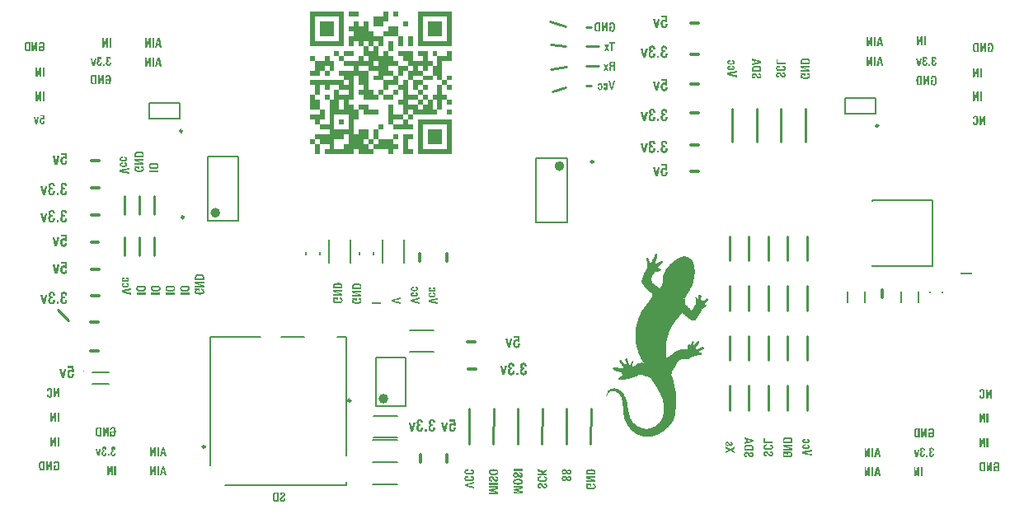
<source format=gbo>
G04*
G04 #@! TF.GenerationSoftware,Altium Limited,Altium Designer,20.2.5 (213)*
G04*
G04 Layer_Color=32896*
%FSLAX44Y44*%
%MOMM*%
G71*
G04*
G04 #@! TF.SameCoordinates,141B8AC5-84E1-4BD6-917F-AD625E5865C0*
G04*
G04*
G04 #@! TF.FilePolarity,Positive*
G04*
G01*
G75*
%ADD10C,0.2000*%
%ADD11C,0.2500*%
%ADD12C,0.5000*%
%ADD15C,0.3000*%
%ADD17C,0.2540*%
%ADD18R,1.2000X0.2000*%
%ADD113C,0.1000*%
G36*
X2374827Y1381674D02*
X2374858D01*
Y1381583D01*
X2374827D01*
Y1381553D01*
X2374858D01*
Y1376837D01*
X2374827D01*
Y1376776D01*
X2374858D01*
Y1376684D01*
X2374827D01*
Y1376654D01*
X2369837D01*
Y1376684D01*
X2369807D01*
Y1381705D01*
X2374827D01*
Y1381674D01*
D02*
G37*
G36*
X2334512D02*
X2334543D01*
Y1376684D01*
X2334512D01*
Y1376654D01*
X2324471D01*
Y1381705D01*
X2334512D01*
Y1381674D01*
D02*
G37*
G36*
X2384898Y1371603D02*
X2384929D01*
Y1366613D01*
X2384898D01*
Y1366583D01*
X2379908D01*
Y1366613D01*
X2379878D01*
Y1371025D01*
Y1371055D01*
Y1371603D01*
X2379908D01*
Y1371634D01*
X2384898D01*
Y1371603D01*
D02*
G37*
G36*
X2364756Y1371634D02*
X2359766D01*
Y1371603D01*
X2359736D01*
Y1366613D01*
X2359705D01*
Y1366583D01*
X2349665D01*
Y1366826D01*
Y1366857D01*
Y1376654D01*
X2359705D01*
Y1376684D01*
X2359736D01*
Y1381705D01*
X2364756D01*
Y1371634D01*
D02*
G37*
G36*
X2344583Y1371603D02*
X2344614D01*
Y1370508D01*
Y1370477D01*
Y1361562D01*
X2344644D01*
Y1361532D01*
X2344705D01*
Y1361562D01*
X2349634D01*
Y1361532D01*
X2349665D01*
Y1356512D01*
X2359736D01*
Y1346440D01*
X2354685D01*
Y1351461D01*
X2349665D01*
Y1346440D01*
X2354685D01*
Y1336369D01*
X2359736D01*
Y1341390D01*
X2364756D01*
Y1336369D01*
X2369776D01*
Y1336339D01*
X2369807D01*
Y1331319D01*
X2374827D01*
Y1331288D01*
X2374858D01*
Y1331197D01*
X2374827D01*
Y1331167D01*
X2374858D01*
Y1326298D01*
X2384929D01*
Y1321247D01*
X2389949D01*
Y1326268D01*
X2389919D01*
Y1326298D01*
X2389858D01*
Y1326268D01*
X2389797D01*
Y1326298D01*
X2384929D01*
Y1331288D01*
X2384898D01*
Y1331319D01*
X2379878D01*
Y1336339D01*
X2379848D01*
Y1336369D01*
X2374858D01*
Y1336400D01*
X2374827D01*
Y1336461D01*
X2374858D01*
Y1341299D01*
X2374827D01*
Y1341359D01*
X2374858D01*
Y1341390D01*
X2389949D01*
Y1331349D01*
X2389980D01*
Y1331319D01*
X2400020D01*
Y1336369D01*
X2395000D01*
Y1341390D01*
X2405071D01*
Y1331319D01*
X2410092D01*
Y1331288D01*
X2410122D01*
Y1326298D01*
X2415051D01*
Y1326268D01*
X2415112D01*
Y1326298D01*
X2415142D01*
Y1336369D01*
X2410122D01*
Y1336400D01*
X2410092D01*
Y1336461D01*
X2410122D01*
Y1337130D01*
Y1337160D01*
Y1341299D01*
X2410092D01*
Y1341359D01*
X2410122D01*
Y1341390D01*
X2415142D01*
Y1336369D01*
X2425213D01*
Y1341390D01*
X2430264D01*
Y1331349D01*
X2430234D01*
Y1331319D01*
X2420193D01*
Y1311176D01*
X2425213D01*
Y1306125D01*
X2430264D01*
Y1303722D01*
Y1303691D01*
Y1301105D01*
X2425213D01*
Y1306125D01*
X2420193D01*
Y1311176D01*
X2415142D01*
Y1316197D01*
X2410122D01*
Y1326268D01*
X2410092D01*
Y1326298D01*
X2405254D01*
Y1326268D01*
X2405193D01*
Y1326298D01*
X2405102D01*
Y1326268D01*
X2405071D01*
Y1321247D01*
X2400020D01*
Y1326268D01*
X2399990D01*
Y1326298D01*
X2399929D01*
Y1326268D01*
X2399868D01*
Y1326298D01*
X2395183D01*
Y1326268D01*
X2395091D01*
Y1326298D01*
X2395030D01*
Y1326268D01*
X2395000D01*
Y1321247D01*
X2400020D01*
Y1316197D01*
X2410122D01*
Y1311207D01*
X2410092D01*
Y1311176D01*
X2400020D01*
Y1316197D01*
X2389949D01*
Y1311176D01*
X2400020D01*
Y1306125D01*
X2405071D01*
Y1301105D01*
X2400020D01*
Y1301714D01*
Y1301744D01*
Y1306125D01*
X2395000D01*
Y1301105D01*
X2400020D01*
Y1300284D01*
Y1300253D01*
Y1296054D01*
X2405071D01*
Y1291004D01*
X2410092D01*
Y1291034D01*
X2410122D01*
Y1295963D01*
X2410092D01*
Y1296024D01*
X2410122D01*
Y1296054D01*
X2415142D01*
Y1306125D01*
X2420193D01*
Y1296054D01*
X2425213D01*
Y1291004D01*
X2430143D01*
Y1291034D01*
X2430234D01*
Y1291004D01*
X2430264D01*
Y1290547D01*
Y1290517D01*
Y1285983D01*
X2425244D01*
Y1286014D01*
X2425213D01*
Y1291004D01*
X2420284D01*
Y1291034D01*
X2420224D01*
Y1291004D01*
X2420193D01*
Y1281267D01*
Y1281237D01*
Y1280963D01*
X2420163D01*
Y1280932D01*
X2415142D01*
Y1291004D01*
X2415112D01*
Y1291034D01*
X2415051D01*
Y1291004D01*
X2410122D01*
Y1281024D01*
X2410092D01*
Y1280993D01*
X2410122D01*
Y1280932D01*
X2415142D01*
Y1275912D01*
X2389949D01*
Y1280932D01*
X2384929D01*
Y1275912D01*
X2389949D01*
Y1270861D01*
X2384929D01*
Y1275912D01*
X2379878D01*
Y1285983D01*
X2374858D01*
Y1286014D01*
X2374827D01*
Y1286075D01*
X2374858D01*
Y1290912D01*
X2374827D01*
Y1290973D01*
X2374858D01*
Y1291004D01*
X2374888D01*
Y1291034D01*
X2374949D01*
Y1291004D01*
X2379726D01*
Y1291034D01*
X2379756D01*
Y1291004D01*
X2379848D01*
Y1291034D01*
X2379878D01*
Y1301075D01*
X2379848D01*
Y1301105D01*
X2374858D01*
Y1306125D01*
X2364787D01*
Y1306095D01*
X2364756D01*
Y1301105D01*
X2359736D01*
Y1311176D01*
X2349665D01*
Y1316197D01*
X2354655D01*
Y1316227D01*
X2354685D01*
Y1321247D01*
X2344614D01*
Y1326268D01*
X2344583D01*
Y1326298D01*
X2344492D01*
Y1326268D01*
X2344431D01*
Y1326298D01*
X2334725D01*
Y1326268D01*
X2334664D01*
Y1326298D01*
X2334573D01*
Y1326268D01*
X2334543D01*
Y1321247D01*
X2344614D01*
Y1301105D01*
X2349634D01*
Y1301075D01*
X2349665D01*
Y1296054D01*
X2354685D01*
Y1291034D01*
X2354655D01*
Y1291004D01*
X2354563D01*
Y1291034D01*
X2354533D01*
Y1291004D01*
X2339624D01*
Y1291034D01*
X2339594D01*
Y1291064D01*
X2339563D01*
Y1295963D01*
X2339594D01*
Y1296024D01*
X2339563D01*
Y1296054D01*
X2334543D01*
Y1301075D01*
X2334573D01*
Y1301105D01*
X2339563D01*
Y1301136D01*
X2339594D01*
Y1301196D01*
X2339563D01*
Y1306034D01*
X2339594D01*
Y1306095D01*
X2339563D01*
Y1306125D01*
X2334543D01*
Y1316197D01*
X2329492D01*
Y1291034D01*
X2329462D01*
Y1291004D01*
X2324563D01*
Y1291034D01*
X2324502D01*
Y1291004D01*
X2324471D01*
Y1285983D01*
X2329492D01*
Y1280963D01*
X2329522D01*
Y1280932D01*
X2334543D01*
Y1270892D01*
X2334512D01*
Y1270861D01*
X2329522D01*
Y1270831D01*
X2329492D01*
Y1255770D01*
X2329522D01*
Y1255739D01*
X2334512D01*
Y1255770D01*
X2334543D01*
Y1260790D01*
X2344614D01*
Y1250719D01*
X2349665D01*
Y1249441D01*
Y1249411D01*
Y1245668D01*
X2354685D01*
Y1250719D01*
X2349665D01*
Y1260790D01*
X2354685D01*
Y1250719D01*
X2369807D01*
Y1245699D01*
X2369837D01*
Y1245668D01*
X2374827D01*
Y1245638D01*
X2374858D01*
Y1245577D01*
X2374827D01*
Y1245516D01*
X2374858D01*
Y1240800D01*
X2374827D01*
Y1240739D01*
X2374858D01*
Y1240678D01*
X2374827D01*
Y1240648D01*
X2369837D01*
Y1240617D01*
X2369807D01*
Y1235628D01*
X2369776D01*
Y1235597D01*
X2364787D01*
Y1235628D01*
X2364756D01*
Y1240648D01*
X2349665D01*
Y1245668D01*
X2344614D01*
Y1250719D01*
X2339594D01*
Y1250689D01*
X2339563D01*
Y1250597D01*
X2339594D01*
Y1250567D01*
X2339563D01*
Y1245820D01*
X2339594D01*
Y1245790D01*
X2339563D01*
Y1245699D01*
X2339594D01*
Y1245668D01*
X2344614D01*
Y1240648D01*
X2349665D01*
Y1235628D01*
X2349634D01*
Y1235597D01*
X2334543D01*
Y1240617D01*
X2334512D01*
Y1240648D01*
X2329522D01*
Y1240617D01*
X2329492D01*
Y1235597D01*
X2299279D01*
Y1240617D01*
X2299309D01*
Y1240648D01*
X2304299D01*
Y1240678D01*
X2304329D01*
Y1240739D01*
X2304299D01*
Y1245577D01*
X2304329D01*
Y1245638D01*
X2304299D01*
Y1245668D01*
X2294228D01*
Y1250719D01*
X2289207D01*
Y1255739D01*
X2289238D01*
Y1255770D01*
X2289299D01*
Y1255739D01*
X2304268D01*
Y1255770D01*
X2304299D01*
Y1255800D01*
X2304329D01*
Y1255831D01*
X2304299D01*
Y1260699D01*
X2304329D01*
Y1260760D01*
X2304299D01*
Y1260790D01*
X2294258D01*
Y1260820D01*
X2294228D01*
Y1265841D01*
X2289207D01*
Y1270861D01*
X2284187D01*
Y1270892D01*
X2284156D01*
Y1275882D01*
X2284187D01*
Y1275912D01*
X2294228D01*
Y1280932D01*
X2284187D01*
Y1280963D01*
X2284156D01*
Y1296054D01*
X2289207D01*
Y1291247D01*
Y1291217D01*
Y1291034D01*
X2289238D01*
Y1291004D01*
X2289329D01*
Y1291034D01*
X2289359D01*
Y1291004D01*
X2294136D01*
Y1291034D01*
X2294197D01*
Y1291004D01*
X2294228D01*
Y1280932D01*
X2299279D01*
Y1270892D01*
X2299248D01*
Y1270861D01*
X2294258D01*
Y1270831D01*
X2294228D01*
Y1265841D01*
X2304299D01*
Y1265871D01*
X2304329D01*
Y1265932D01*
X2304299D01*
Y1274725D01*
Y1274756D01*
Y1291004D01*
X2299431D01*
Y1291034D01*
X2299400D01*
Y1291004D01*
X2299309D01*
Y1291034D01*
X2299279D01*
Y1296054D01*
X2304299D01*
Y1296024D01*
X2304329D01*
Y1295963D01*
X2304299D01*
Y1291034D01*
X2304329D01*
Y1291004D01*
X2309198D01*
Y1291034D01*
X2309228D01*
Y1291004D01*
X2309319D01*
Y1291034D01*
X2309350D01*
Y1301075D01*
X2309380D01*
Y1301105D01*
X2314400D01*
Y1306095D01*
X2314370D01*
Y1306125D01*
X2304329D01*
Y1306095D01*
X2304299D01*
Y1301196D01*
X2304329D01*
Y1301136D01*
X2304299D01*
Y1301105D01*
X2299279D01*
Y1306125D01*
X2294228D01*
Y1296054D01*
X2289207D01*
Y1306125D01*
X2284187D01*
Y1306156D01*
X2284156D01*
Y1311146D01*
X2284187D01*
Y1311176D01*
X2319421D01*
Y1316197D01*
X2314400D01*
Y1316257D01*
X2314370D01*
Y1316288D01*
X2314400D01*
Y1321156D01*
X2314370D01*
Y1321187D01*
X2314400D01*
Y1321247D01*
X2329492D01*
Y1326268D01*
X2329462D01*
Y1326298D01*
X2329401D01*
Y1326268D01*
X2329340D01*
Y1326298D01*
X2319543D01*
Y1326268D01*
X2319451D01*
Y1326298D01*
X2319421D01*
Y1331319D01*
X2314400D01*
Y1331380D01*
X2314370D01*
Y1331410D01*
X2314400D01*
Y1336369D01*
X2309350D01*
Y1341390D01*
X2314370D01*
Y1341359D01*
X2314400D01*
Y1336826D01*
Y1336795D01*
Y1336369D01*
X2319421D01*
Y1331319D01*
X2334512D01*
Y1331349D01*
X2334543D01*
Y1336339D01*
X2334573D01*
Y1336369D01*
X2339563D01*
Y1346440D01*
X2334543D01*
Y1351461D01*
X2329492D01*
Y1346440D01*
X2324471D01*
Y1356512D01*
X2329492D01*
Y1361532D01*
X2329462D01*
Y1361562D01*
X2324563D01*
Y1361532D01*
X2324502D01*
Y1361562D01*
X2324471D01*
Y1366583D01*
X2329492D01*
Y1371603D01*
X2329522D01*
Y1371634D01*
X2334512D01*
Y1371603D01*
X2334543D01*
Y1366583D01*
X2339563D01*
Y1366613D01*
X2339594D01*
Y1366674D01*
X2339563D01*
Y1371481D01*
X2339594D01*
Y1371512D01*
X2339563D01*
Y1371603D01*
X2339594D01*
Y1371634D01*
X2344583D01*
Y1371603D01*
D02*
G37*
G36*
X2374827Y1366552D02*
X2374858D01*
Y1366461D01*
X2374827D01*
Y1366431D01*
X2374858D01*
Y1356512D01*
X2379878D01*
Y1346440D01*
X2374858D01*
Y1346471D01*
X2374827D01*
Y1346532D01*
X2374858D01*
Y1356481D01*
X2374827D01*
Y1356512D01*
X2359736D01*
Y1361532D01*
X2359766D01*
Y1361562D01*
X2364665D01*
Y1361532D01*
X2364726D01*
Y1361562D01*
X2364756D01*
Y1366552D01*
X2364787D01*
Y1366583D01*
X2374827D01*
Y1366552D01*
D02*
G37*
G36*
X2430234Y1381674D02*
X2430264D01*
Y1346440D01*
X2395000D01*
Y1381705D01*
X2430234D01*
Y1381674D01*
D02*
G37*
G36*
X2389949Y1346440D02*
X2384929D01*
Y1352374D01*
Y1352404D01*
Y1356512D01*
X2389949D01*
Y1346440D01*
D02*
G37*
G36*
X2319421D02*
X2284156D01*
Y1381674D01*
X2284187D01*
Y1381705D01*
X2319421D01*
Y1346440D01*
D02*
G37*
G36*
X2369807Y1341420D02*
X2369776D01*
Y1341390D01*
X2364756D01*
Y1348053D01*
Y1348084D01*
Y1351461D01*
X2369807D01*
Y1341420D01*
D02*
G37*
G36*
X2329492Y1336369D02*
X2319421D01*
Y1341390D01*
X2329492D01*
Y1336369D01*
D02*
G37*
G36*
X2304299Y1336308D02*
X2304329D01*
Y1336278D01*
X2304299D01*
Y1334240D01*
Y1334209D01*
Y1331349D01*
X2304329D01*
Y1331319D01*
X2309350D01*
Y1321247D01*
X2304299D01*
Y1326207D01*
X2304329D01*
Y1326237D01*
X2304299D01*
Y1326268D01*
X2304268D01*
Y1326298D01*
X2304207D01*
Y1326268D01*
X2304147D01*
Y1326298D01*
X2299461D01*
Y1326268D01*
X2299400D01*
Y1326298D01*
X2299309D01*
Y1326268D01*
X2299279D01*
Y1321247D01*
X2304299D01*
Y1316288D01*
X2304329D01*
Y1316257D01*
X2304299D01*
Y1316197D01*
X2299309D01*
Y1316227D01*
X2299279D01*
Y1319270D01*
Y1319300D01*
Y1321247D01*
X2294258D01*
Y1321217D01*
X2294228D01*
Y1316227D01*
X2294197D01*
Y1316197D01*
X2284187D01*
Y1316227D01*
X2284156D01*
Y1321217D01*
X2284187D01*
Y1321247D01*
X2289177D01*
Y1321278D01*
X2289207D01*
Y1331319D01*
X2284187D01*
Y1331349D01*
X2284156D01*
Y1336339D01*
X2284187D01*
Y1336369D01*
X2289177D01*
Y1336339D01*
X2289207D01*
Y1334544D01*
Y1334513D01*
Y1331319D01*
X2299248D01*
Y1331349D01*
X2299279D01*
Y1336339D01*
X2299309D01*
Y1336369D01*
X2304299D01*
Y1336308D01*
D02*
G37*
G36*
X2344614Y1321247D02*
D01*
D01*
D01*
D01*
D02*
G37*
G36*
X2430264Y1311176D02*
X2425213D01*
Y1315527D01*
Y1315558D01*
Y1316197D01*
X2430264D01*
Y1311176D01*
D02*
G37*
G36*
X2374858Y1296207D02*
X2374827D01*
Y1296176D01*
X2374858D01*
Y1296085D01*
X2374827D01*
Y1296054D01*
X2369807D01*
Y1301075D01*
X2369837D01*
Y1301105D01*
X2374858D01*
Y1296207D01*
D02*
G37*
G36*
X2359736Y1296054D02*
X2369807D01*
Y1291034D01*
X2369776D01*
Y1291004D01*
X2369685D01*
Y1291034D01*
X2369655D01*
Y1291004D01*
X2359888D01*
Y1291034D01*
X2359857D01*
Y1291004D01*
X2359766D01*
Y1291034D01*
X2359736D01*
Y1296054D01*
X2354685D01*
Y1301075D01*
X2354715D01*
Y1301105D01*
X2359736D01*
Y1296054D01*
D02*
G37*
G36*
X2430264Y1275912D02*
X2425213D01*
Y1280932D01*
X2430264D01*
Y1275912D01*
D02*
G37*
G36*
X2344614Y1280963D02*
X2344644D01*
Y1280932D01*
X2354685D01*
Y1275912D01*
X2339594D01*
Y1275943D01*
X2339563D01*
Y1276034D01*
X2339594D01*
Y1276064D01*
X2339563D01*
Y1280841D01*
X2339594D01*
Y1280902D01*
X2339563D01*
Y1280932D01*
X2334543D01*
Y1285983D01*
X2344614D01*
Y1280963D01*
D02*
G37*
G36*
X2369807Y1275912D02*
X2379878D01*
Y1270861D01*
X2384929D01*
Y1265841D01*
X2389919D01*
Y1265810D01*
X2389949D01*
Y1260790D01*
X2369807D01*
Y1265841D01*
X2364847D01*
Y1265810D01*
X2364817D01*
Y1265841D01*
X2364756D01*
Y1285831D01*
Y1285862D01*
Y1285953D01*
X2364787D01*
Y1285983D01*
X2369807D01*
Y1275912D01*
D02*
G37*
G36*
X2359705Y1265810D02*
X2359736D01*
Y1260820D01*
X2359705D01*
Y1260790D01*
X2354685D01*
Y1265810D01*
X2354715D01*
Y1265841D01*
X2359705D01*
Y1265810D01*
D02*
G37*
G36*
X2389919Y1255739D02*
X2389949D01*
Y1250719D01*
X2384929D01*
Y1240648D01*
X2389949D01*
Y1235597D01*
X2379908D01*
Y1235628D01*
X2379878D01*
Y1255739D01*
X2379939D01*
Y1255770D01*
X2379969D01*
Y1255739D01*
X2389858D01*
Y1255770D01*
X2389919D01*
Y1255739D01*
D02*
G37*
G36*
X2374797D02*
X2374827D01*
Y1255709D01*
X2374858D01*
Y1255648D01*
X2374827D01*
Y1255587D01*
X2374858D01*
Y1250871D01*
X2374827D01*
Y1250841D01*
X2374858D01*
Y1250749D01*
X2374827D01*
Y1250719D01*
X2369807D01*
Y1255739D01*
X2369837D01*
Y1255770D01*
X2369898D01*
Y1255739D01*
X2374736D01*
Y1255770D01*
X2374797D01*
Y1255739D01*
D02*
G37*
G36*
X2430264Y1235628D02*
X2430234D01*
Y1235597D01*
X2395000D01*
Y1242108D01*
Y1242139D01*
Y1270861D01*
X2430264D01*
Y1235628D01*
D02*
G37*
G36*
X2289207Y1245668D02*
X2294228D01*
Y1235597D01*
X2289207D01*
Y1236905D01*
Y1236936D01*
Y1245668D01*
X2284187D01*
Y1245699D01*
X2284156D01*
Y1248437D01*
Y1248467D01*
Y1250689D01*
X2284187D01*
Y1250719D01*
X2289207D01*
Y1245668D01*
D02*
G37*
G36*
X2640861Y1131951D02*
X2641230D01*
Y1131214D01*
X2640861D01*
Y1129373D01*
X2640493D01*
Y1128268D01*
X2640125D01*
Y1126795D01*
X2639756D01*
Y1125690D01*
X2639388D01*
Y1124954D01*
X2639020D01*
Y1123113D01*
X2639388D01*
Y1122744D01*
X2640493D01*
Y1123113D01*
X2641230D01*
Y1123481D01*
X2641966D01*
Y1123849D01*
X2642334D01*
Y1124217D01*
X2643071D01*
Y1124586D01*
X2643807D01*
Y1124954D01*
X2644544D01*
Y1125322D01*
X2645280D01*
Y1125690D01*
X2646385D01*
Y1125322D01*
X2646753D01*
Y1123849D01*
X2646385D01*
Y1123481D01*
X2646017D01*
Y1123113D01*
X2645648D01*
Y1122744D01*
X2645280D01*
Y1122376D01*
X2644912D01*
Y1122008D01*
X2644544D01*
Y1121640D01*
X2644175D01*
Y1121271D01*
X2643807D01*
Y1120903D01*
X2643439D01*
Y1120535D01*
X2643071D01*
Y1120167D01*
X2642334D01*
Y1119430D01*
X2641966D01*
Y1118694D01*
X2642334D01*
Y1118325D01*
X2642703D01*
Y1117957D01*
X2643807D01*
Y1117589D01*
X2644544D01*
Y1117221D01*
X2645280D01*
Y1115748D01*
X2644544D01*
Y1115379D01*
X2643439D01*
Y1115011D01*
X2642334D01*
Y1114643D01*
X2641230D01*
Y1114275D01*
X2639756D01*
Y1113906D01*
X2638652D01*
Y1113538D01*
X2637915D01*
Y1112802D01*
X2637547D01*
Y1112065D01*
X2637179D01*
Y1111697D01*
X2636811D01*
Y1110960D01*
X2636442D01*
Y1110592D01*
X2636074D01*
Y1109856D01*
X2635706D01*
Y1109487D01*
X2635338D01*
Y1108383D01*
X2634969D01*
Y1106910D01*
X2634601D01*
Y1106173D01*
X2634969D01*
Y1104700D01*
X2635338D01*
Y1103964D01*
X2635706D01*
Y1103227D01*
X2636074D01*
Y1102859D01*
X2636442D01*
Y1102491D01*
X2636811D01*
Y1102122D01*
X2637179D01*
Y1101754D01*
X2637547D01*
Y1101386D01*
X2638283D01*
Y1101018D01*
X2638652D01*
Y1100649D01*
X2639388D01*
Y1100281D01*
X2639756D01*
Y1099913D01*
X2640125D01*
Y1099545D01*
X2640861D01*
Y1099176D01*
X2641230D01*
Y1098808D01*
X2641598D01*
Y1098440D01*
X2641966D01*
Y1098072D01*
X2642334D01*
Y1097335D01*
X2642703D01*
Y1096967D01*
X2643071D01*
Y1097335D01*
X2643439D01*
Y1097703D01*
X2643807D01*
Y1098072D01*
X2644175D01*
Y1098440D01*
X2644544D01*
Y1099176D01*
X2644912D01*
Y1099545D01*
X2645280D01*
Y1100281D01*
X2645648D01*
Y1101018D01*
X2646017D01*
Y1102491D01*
X2646385D01*
Y1106910D01*
X2646753D01*
Y1109487D01*
X2647122D01*
Y1110960D01*
X2647490D01*
Y1112065D01*
X2647858D01*
Y1112802D01*
X2648226D01*
Y1113906D01*
X2648594D01*
Y1114643D01*
X2648963D01*
Y1115379D01*
X2649331D01*
Y1115748D01*
X2649699D01*
Y1116484D01*
X2650067D01*
Y1116852D01*
X2650436D01*
Y1117589D01*
X2650804D01*
Y1117957D01*
X2651172D01*
Y1118694D01*
X2651541D01*
Y1119062D01*
X2651909D01*
Y1119430D01*
X2652277D01*
Y1119798D01*
X2652645D01*
Y1120167D01*
X2653014D01*
Y1120535D01*
X2653382D01*
Y1121271D01*
X2653750D01*
Y1121640D01*
X2654118D01*
Y1122008D01*
X2654486D01*
Y1122376D01*
X2654855D01*
Y1122744D01*
X2655591D01*
Y1123113D01*
X2655959D01*
Y1123481D01*
X2656328D01*
Y1123849D01*
X2656696D01*
Y1124217D01*
X2657064D01*
Y1124586D01*
X2657433D01*
Y1124954D01*
X2657801D01*
Y1125322D01*
X2658537D01*
Y1125690D01*
X2658906D01*
Y1126059D01*
X2659274D01*
Y1126427D01*
X2660010D01*
Y1126795D01*
X2660378D01*
Y1127163D01*
X2660747D01*
Y1127532D01*
X2661483D01*
Y1127900D01*
X2662220D01*
Y1128268D01*
X2662956D01*
Y1128636D01*
X2663693D01*
Y1129005D01*
X2664429D01*
Y1129373D01*
X2665534D01*
Y1129741D01*
X2667007D01*
Y1130109D01*
X2670321D01*
Y1129741D01*
X2671794D01*
Y1129373D01*
X2672899D01*
Y1129005D01*
X2673636D01*
Y1128636D01*
X2674004D01*
Y1128268D01*
X2674740D01*
Y1127900D01*
X2675109D01*
Y1127532D01*
X2675477D01*
Y1127163D01*
X2675845D01*
Y1126795D01*
X2676213D01*
Y1126427D01*
X2676581D01*
Y1126059D01*
X2676950D01*
Y1125322D01*
X2677318D01*
Y1124586D01*
X2677686D01*
Y1123849D01*
X2678055D01*
Y1123113D01*
X2678423D01*
Y1122008D01*
X2678791D01*
Y1120167D01*
X2679159D01*
Y1116852D01*
X2679528D01*
Y1112065D01*
X2679159D01*
Y1108751D01*
X2678791D01*
Y1106541D01*
X2678423D01*
Y1105069D01*
X2678055D01*
Y1103596D01*
X2677686D01*
Y1102491D01*
X2677318D01*
Y1101386D01*
X2676950D01*
Y1100281D01*
X2676581D01*
Y1099545D01*
X2676213D01*
Y1098440D01*
X2675845D01*
Y1097703D01*
X2675477D01*
Y1096967D01*
X2675109D01*
Y1096230D01*
X2674740D01*
Y1095494D01*
X2674372D01*
Y1095126D01*
X2674004D01*
Y1094389D01*
X2673636D01*
Y1093653D01*
X2673267D01*
Y1093285D01*
X2672899D01*
Y1092548D01*
X2672531D01*
Y1092180D01*
X2672162D01*
Y1091443D01*
X2671794D01*
Y1091075D01*
X2671426D01*
Y1090339D01*
X2671058D01*
Y1089970D01*
X2670689D01*
Y1089234D01*
X2670321D01*
Y1088497D01*
X2669953D01*
Y1087024D01*
X2669585D01*
Y1081869D01*
X2669953D01*
Y1081132D01*
X2669585D01*
Y1080764D01*
X2669953D01*
Y1080396D01*
X2670689D01*
Y1080027D01*
X2671058D01*
Y1079659D01*
X2671426D01*
Y1079291D01*
X2671794D01*
Y1078923D01*
X2672162D01*
Y1078555D01*
X2672531D01*
Y1078186D01*
X2672899D01*
Y1077818D01*
X2673267D01*
Y1077450D01*
X2673636D01*
Y1077082D01*
X2674004D01*
Y1076713D01*
X2674372D01*
Y1076345D01*
X2674740D01*
Y1075977D01*
X2675109D01*
Y1075240D01*
X2675477D01*
Y1074504D01*
X2675845D01*
Y1074136D01*
X2676213D01*
Y1074872D01*
X2676581D01*
Y1075240D01*
X2676950D01*
Y1075977D01*
X2677318D01*
Y1076345D01*
X2677686D01*
Y1077082D01*
X2678055D01*
Y1077450D01*
X2678423D01*
Y1078186D01*
X2678791D01*
Y1078555D01*
X2679159D01*
Y1079291D01*
X2679528D01*
Y1079659D01*
X2679896D01*
Y1080396D01*
X2680264D01*
Y1080764D01*
X2680632D01*
Y1082237D01*
X2681000D01*
Y1085551D01*
X2680632D01*
Y1086288D01*
X2680264D01*
Y1087024D01*
X2679896D01*
Y1088129D01*
X2681369D01*
Y1087393D01*
X2681737D01*
Y1087024D01*
X2682105D01*
Y1086656D01*
X2682842D01*
Y1087024D01*
X2683210D01*
Y1087393D01*
X2683578D01*
Y1090339D01*
X2683947D01*
Y1090707D01*
X2684683D01*
Y1091075D01*
X2685051D01*
Y1090707D01*
X2685420D01*
Y1090339D01*
X2685788D01*
Y1089602D01*
X2686156D01*
Y1087761D01*
X2685788D01*
Y1085919D01*
X2686156D01*
Y1085183D01*
X2686524D01*
Y1084815D01*
X2686892D01*
Y1084446D01*
X2689102D01*
Y1084815D01*
X2689839D01*
Y1085183D01*
X2690207D01*
Y1085551D01*
X2690575D01*
Y1085919D01*
X2690943D01*
Y1086288D01*
X2691312D01*
Y1086656D01*
X2692048D01*
Y1087024D01*
X2692784D01*
Y1086656D01*
X2693521D01*
Y1085919D01*
X2693889D01*
Y1085551D01*
X2693521D01*
Y1084815D01*
X2693153D01*
Y1084446D01*
X2692784D01*
Y1084078D01*
X2692416D01*
Y1083710D01*
X2692048D01*
Y1083342D01*
X2691680D01*
Y1082973D01*
X2691312D01*
Y1082605D01*
X2690943D01*
Y1082237D01*
X2690575D01*
Y1081869D01*
X2690207D01*
Y1080764D01*
X2691680D01*
Y1079659D01*
X2691312D01*
Y1079291D01*
X2690943D01*
Y1078923D01*
X2690575D01*
Y1078186D01*
X2690207D01*
Y1077818D01*
X2689470D01*
Y1077450D01*
X2689102D01*
Y1077082D01*
X2688734D01*
Y1076713D01*
X2687997D01*
Y1076345D01*
X2687629D01*
Y1075977D01*
X2686892D01*
Y1075609D01*
X2686524D01*
Y1074504D01*
X2686156D01*
Y1073767D01*
X2685788D01*
Y1073031D01*
X2685420D01*
Y1072294D01*
X2685051D01*
Y1071558D01*
X2684683D01*
Y1071189D01*
X2684315D01*
Y1070453D01*
X2683947D01*
Y1069716D01*
X2683578D01*
Y1069348D01*
X2683210D01*
Y1068612D01*
X2682842D01*
Y1068243D01*
X2682473D01*
Y1067507D01*
X2682105D01*
Y1067139D01*
X2681737D01*
Y1066402D01*
X2681369D01*
Y1066034D01*
X2681000D01*
Y1065666D01*
X2680632D01*
Y1064929D01*
X2680264D01*
Y1064561D01*
X2679528D01*
Y1064193D01*
X2676581D01*
Y1064561D01*
X2675477D01*
Y1064929D01*
X2675109D01*
Y1065297D01*
X2674372D01*
Y1065666D01*
X2674004D01*
Y1066034D01*
X2673636D01*
Y1066402D01*
X2672899D01*
Y1066770D01*
X2672531D01*
Y1067139D01*
X2672162D01*
Y1067507D01*
X2671794D01*
Y1067875D01*
X2671426D01*
Y1068243D01*
X2670689D01*
Y1068612D01*
X2670321D01*
Y1068980D01*
X2669953D01*
Y1069348D01*
X2669585D01*
Y1069716D01*
X2669217D01*
Y1070085D01*
X2668848D01*
Y1070453D01*
X2668112D01*
Y1070821D01*
X2667744D01*
Y1071189D01*
X2667375D01*
Y1071558D01*
X2667007D01*
Y1071926D01*
X2666270D01*
Y1071558D01*
X2665902D01*
Y1070821D01*
X2665534D01*
Y1070453D01*
X2665166D01*
Y1070085D01*
X2664797D01*
Y1069716D01*
X2664429D01*
Y1069348D01*
X2664061D01*
Y1068612D01*
X2663693D01*
Y1068243D01*
X2663325D01*
Y1067875D01*
X2662956D01*
Y1067507D01*
X2662588D01*
Y1067139D01*
X2662220D01*
Y1066770D01*
X2661852D01*
Y1066402D01*
X2661483D01*
Y1066034D01*
X2661115D01*
Y1065666D01*
X2660747D01*
Y1064929D01*
X2660378D01*
Y1064561D01*
X2660010D01*
Y1064193D01*
X2659642D01*
Y1063824D01*
X2659274D01*
Y1063088D01*
X2658906D01*
Y1062720D01*
X2658537D01*
Y1061983D01*
X2658169D01*
Y1061615D01*
X2657801D01*
Y1061247D01*
X2657433D01*
Y1060510D01*
X2657064D01*
Y1059774D01*
X2656696D01*
Y1059406D01*
X2656328D01*
Y1058669D01*
X2655959D01*
Y1057933D01*
X2655591D01*
Y1057196D01*
X2655223D01*
Y1056460D01*
X2654855D01*
Y1055723D01*
X2654486D01*
Y1054986D01*
X2654118D01*
Y1054250D01*
X2653750D01*
Y1053145D01*
X2653382D01*
Y1052409D01*
X2653014D01*
Y1051304D01*
X2652645D01*
Y1050199D01*
X2652277D01*
Y1049094D01*
X2651909D01*
Y1047990D01*
X2651541D01*
Y1046517D01*
X2651172D01*
Y1045044D01*
X2650804D01*
Y1042834D01*
X2650436D01*
Y1039888D01*
X2650067D01*
Y1031419D01*
X2650436D01*
Y1026631D01*
X2651909D01*
Y1027000D01*
X2653014D01*
Y1027368D01*
X2653382D01*
Y1027736D01*
X2654118D01*
Y1028104D01*
X2654486D01*
Y1028473D01*
X2655223D01*
Y1028841D01*
X2655591D01*
Y1029209D01*
X2655959D01*
Y1029577D01*
X2656328D01*
Y1029946D01*
X2656696D01*
Y1030314D01*
X2657064D01*
Y1030682D01*
X2657433D01*
Y1031050D01*
X2657801D01*
Y1031419D01*
X2658537D01*
Y1031787D01*
X2658906D01*
Y1032155D01*
X2659642D01*
Y1032523D01*
X2660010D01*
Y1032891D01*
X2661115D01*
Y1033260D01*
X2661852D01*
Y1033628D01*
X2662956D01*
Y1033996D01*
X2664429D01*
Y1034364D01*
X2666270D01*
Y1034733D01*
X2670321D01*
Y1035101D01*
X2671794D01*
Y1035837D01*
X2672162D01*
Y1037310D01*
X2672531D01*
Y1039152D01*
X2672899D01*
Y1039520D01*
X2673267D01*
Y1039888D01*
X2675109D01*
Y1039152D01*
X2675477D01*
Y1039520D01*
X2675845D01*
Y1040257D01*
X2676213D01*
Y1041361D01*
X2676581D01*
Y1042098D01*
X2676950D01*
Y1042466D01*
X2677318D01*
Y1042834D01*
X2678423D01*
Y1042466D01*
X2678791D01*
Y1041730D01*
X2678423D01*
Y1040993D01*
X2678055D01*
Y1040257D01*
X2677686D01*
Y1039520D01*
X2678055D01*
Y1039152D01*
X2678791D01*
Y1039520D01*
X2679528D01*
Y1039888D01*
X2679896D01*
Y1040257D01*
X2680264D01*
Y1040625D01*
X2680632D01*
Y1040993D01*
X2681000D01*
Y1041361D01*
X2681369D01*
Y1041730D01*
X2681737D01*
Y1042098D01*
X2682105D01*
Y1042466D01*
X2682473D01*
Y1042834D01*
X2683210D01*
Y1043203D01*
X2683947D01*
Y1042834D01*
X2684315D01*
Y1041361D01*
X2683947D01*
Y1040625D01*
X2683578D01*
Y1040257D01*
X2683210D01*
Y1039520D01*
X2682842D01*
Y1039152D01*
X2682473D01*
Y1038783D01*
X2682105D01*
Y1038047D01*
X2681737D01*
Y1037679D01*
X2681369D01*
Y1037310D01*
X2681000D01*
Y1036574D01*
X2680632D01*
Y1035101D01*
X2681000D01*
Y1034733D01*
X2682842D01*
Y1035101D01*
X2683578D01*
Y1035469D01*
X2683947D01*
Y1035837D01*
X2684683D01*
Y1036206D01*
X2685420D01*
Y1036574D01*
X2686156D01*
Y1036942D01*
X2686892D01*
Y1037310D01*
X2687997D01*
Y1036942D01*
X2688365D01*
Y1036574D01*
X2688734D01*
Y1035101D01*
X2688365D01*
Y1034733D01*
X2687997D01*
Y1034364D01*
X2687261D01*
Y1033996D01*
X2686524D01*
Y1033628D01*
X2685420D01*
Y1033260D01*
X2684683D01*
Y1032891D01*
X2684315D01*
Y1032523D01*
X2683947D01*
Y1031419D01*
X2684315D01*
Y1031050D01*
X2686892D01*
Y1029577D01*
X2686524D01*
Y1029209D01*
X2685420D01*
Y1028841D01*
X2683947D01*
Y1028473D01*
X2682473D01*
Y1028104D01*
X2680632D01*
Y1027736D01*
X2679159D01*
Y1027368D01*
X2677686D01*
Y1027000D01*
X2676213D01*
Y1026631D01*
X2675477D01*
Y1026263D01*
X2675109D01*
Y1025895D01*
X2674740D01*
Y1025527D01*
X2674372D01*
Y1025158D01*
X2673636D01*
Y1024790D01*
X2672162D01*
Y1024422D01*
X2668480D01*
Y1024790D01*
X2667375D01*
Y1024422D01*
X2665534D01*
Y1024054D01*
X2664797D01*
Y1023685D01*
X2664061D01*
Y1023317D01*
X2663325D01*
Y1022949D01*
X2662956D01*
Y1022581D01*
X2662588D01*
Y1022212D01*
X2662220D01*
Y1021844D01*
X2661852D01*
Y1021108D01*
X2661483D01*
Y1020739D01*
X2661115D01*
Y1020003D01*
X2660747D01*
Y1019266D01*
X2660378D01*
Y1018530D01*
X2660010D01*
Y1017793D01*
X2659642D01*
Y1017057D01*
X2659274D01*
Y1016320D01*
X2658906D01*
Y1015584D01*
X2658537D01*
Y1014847D01*
X2658169D01*
Y1014479D01*
X2657801D01*
Y1013743D01*
X2657433D01*
Y1013374D01*
X2657064D01*
Y1013006D01*
X2656696D01*
Y1012638D01*
X2656328D01*
Y1011901D01*
X2655959D01*
Y1009324D01*
X2655591D01*
Y1007482D01*
X2655959D01*
Y1006378D01*
X2656328D01*
Y1005641D01*
X2656696D01*
Y1004536D01*
X2657064D01*
Y1003063D01*
X2657433D01*
Y1001959D01*
X2657801D01*
Y1000486D01*
X2658169D01*
Y999013D01*
X2658537D01*
Y997171D01*
X2658906D01*
Y995330D01*
X2659274D01*
Y993489D01*
X2659642D01*
Y991279D01*
X2660010D01*
Y988333D01*
X2660378D01*
Y975445D01*
X2660010D01*
Y972867D01*
X2659642D01*
Y969921D01*
X2659274D01*
Y966238D01*
X2658906D01*
Y964765D01*
X2658537D01*
Y963661D01*
X2658169D01*
Y963292D01*
X2657801D01*
Y962188D01*
X2657433D01*
Y961451D01*
X2657064D01*
Y960715D01*
X2656696D01*
Y959978D01*
X2656328D01*
Y959242D01*
X2655959D01*
Y958505D01*
X2655591D01*
Y958137D01*
X2655223D01*
Y957769D01*
X2654855D01*
Y957400D01*
X2654486D01*
Y957032D01*
X2654118D01*
Y956664D01*
X2653750D01*
Y956296D01*
X2653382D01*
Y955927D01*
X2653014D01*
Y955191D01*
X2652645D01*
Y954823D01*
X2652277D01*
Y954454D01*
X2651909D01*
Y954086D01*
X2651172D01*
Y953718D01*
X2650436D01*
Y953350D01*
X2650067D01*
Y952981D01*
X2649699D01*
Y952613D01*
X2649331D01*
Y952245D01*
X2648963D01*
Y951877D01*
X2648594D01*
Y951508D01*
X2648226D01*
Y951140D01*
X2647858D01*
Y950772D01*
X2647490D01*
Y950404D01*
X2646753D01*
Y950035D01*
X2646385D01*
Y949667D01*
X2645648D01*
Y949299D01*
X2645280D01*
Y948931D01*
X2644544D01*
Y948562D01*
X2644175D01*
Y948194D01*
X2643439D01*
Y947826D01*
X2642703D01*
Y947458D01*
X2641966D01*
Y947089D01*
X2641230D01*
Y946721D01*
X2640125D01*
Y946353D01*
X2639388D01*
Y945985D01*
X2637915D01*
Y945616D01*
X2636811D01*
Y945248D01*
X2634969D01*
Y944880D01*
X2626868D01*
Y945248D01*
X2625395D01*
Y945616D01*
X2624290D01*
Y945985D01*
X2623185D01*
Y946353D01*
X2622080D01*
Y946721D01*
X2621344D01*
Y947089D01*
X2620608D01*
Y947458D01*
X2619871D01*
Y947826D01*
X2619135D01*
Y948194D01*
X2618766D01*
Y948562D01*
X2618030D01*
Y948931D01*
X2617661D01*
Y949299D01*
X2616925D01*
Y949667D01*
X2616557D01*
Y950035D01*
X2616188D01*
Y950404D01*
X2615820D01*
Y950772D01*
X2615084D01*
Y951140D01*
X2614716D01*
Y951508D01*
X2614347D01*
Y951877D01*
X2613979D01*
Y952245D01*
X2613611D01*
Y952613D01*
X2613242D01*
Y952981D01*
X2612874D01*
Y953718D01*
X2612506D01*
Y954086D01*
X2612138D01*
Y954454D01*
X2611770D01*
Y954823D01*
X2611401D01*
Y955559D01*
X2611033D01*
Y955927D01*
X2610665D01*
Y956664D01*
X2610297D01*
Y957032D01*
X2609928D01*
Y957769D01*
X2609560D01*
Y958505D01*
X2609192D01*
Y959242D01*
X2608824D01*
Y959978D01*
X2608455D01*
Y961083D01*
X2608087D01*
Y961819D01*
X2607719D01*
Y962924D01*
X2607350D01*
Y964029D01*
X2606982D01*
Y965502D01*
X2606614D01*
Y966975D01*
X2606246D01*
Y969553D01*
X2605878D01*
Y976181D01*
X2605509D01*
Y980232D01*
X2605141D01*
Y982441D01*
X2604773D01*
Y983546D01*
X2604405D01*
Y984651D01*
X2604036D01*
Y985387D01*
X2603668D01*
Y986124D01*
X2603300D01*
Y986860D01*
X2602932D01*
Y987229D01*
X2602563D01*
Y987965D01*
X2602195D01*
Y988333D01*
X2601827D01*
Y988702D01*
X2601459D01*
Y989070D01*
X2601090D01*
Y989438D01*
X2600722D01*
Y989806D01*
X2599986D01*
Y990175D01*
X2599617D01*
Y990543D01*
X2598881D01*
Y990911D01*
X2598144D01*
Y991279D01*
X2596671D01*
Y991648D01*
X2594462D01*
Y991279D01*
X2592989D01*
Y990911D01*
X2592252D01*
Y990543D01*
X2591884D01*
Y990175D01*
X2591147D01*
Y989806D01*
X2590779D01*
Y989438D01*
X2590411D01*
Y988702D01*
X2590043D01*
Y988333D01*
X2589675D01*
Y987229D01*
X2589306D01*
Y985019D01*
X2588938D01*
Y986860D01*
X2588570D01*
Y987597D01*
X2588938D01*
Y989438D01*
X2589306D01*
Y990175D01*
X2589675D01*
Y990911D01*
X2590043D01*
Y991279D01*
X2590411D01*
Y992016D01*
X2590779D01*
Y992384D01*
X2591147D01*
Y992752D01*
X2591884D01*
Y993121D01*
X2592252D01*
Y993489D01*
X2592989D01*
Y993857D01*
X2593725D01*
Y994225D01*
X2595567D01*
Y994594D01*
X2597776D01*
Y994225D01*
X2599617D01*
Y993857D01*
X2600722D01*
Y993489D01*
X2601459D01*
Y993121D01*
X2602195D01*
Y992752D01*
X2602563D01*
Y992384D01*
X2603300D01*
Y992016D01*
X2603668D01*
Y991648D01*
X2604036D01*
Y991279D01*
X2604405D01*
Y990911D01*
X2604773D01*
Y990543D01*
X2605141D01*
Y990175D01*
X2605509D01*
Y989806D01*
X2605878D01*
Y989438D01*
X2606246D01*
Y988702D01*
X2606614D01*
Y988333D01*
X2606982D01*
Y987597D01*
X2607350D01*
Y986860D01*
X2607719D01*
Y986124D01*
X2608087D01*
Y985387D01*
X2608455D01*
Y984283D01*
X2608824D01*
Y983178D01*
X2609192D01*
Y982073D01*
X2609560D01*
Y980600D01*
X2609928D01*
Y979127D01*
X2610297D01*
Y976918D01*
X2610665D01*
Y974708D01*
X2611033D01*
Y972499D01*
X2611401D01*
Y970657D01*
X2611770D01*
Y968816D01*
X2612138D01*
Y967343D01*
X2612506D01*
Y966238D01*
X2612874D01*
Y965134D01*
X2613242D01*
Y964029D01*
X2613611D01*
Y963292D01*
X2613979D01*
Y962556D01*
X2614347D01*
Y961819D01*
X2614716D01*
Y961451D01*
X2615084D01*
Y960715D01*
X2615452D01*
Y960346D01*
X2615820D01*
Y959610D01*
X2616188D01*
Y959242D01*
X2616557D01*
Y958873D01*
X2616925D01*
Y958505D01*
X2617293D01*
Y958137D01*
X2617661D01*
Y957769D01*
X2618030D01*
Y957400D01*
X2618398D01*
Y957032D01*
X2619135D01*
Y956664D01*
X2619503D01*
Y956296D01*
X2619871D01*
Y955927D01*
X2620608D01*
Y955559D01*
X2621344D01*
Y955191D01*
X2622080D01*
Y954823D01*
X2622817D01*
Y954454D01*
X2623553D01*
Y954086D01*
X2624658D01*
Y953718D01*
X2626131D01*
Y953350D01*
X2628341D01*
Y952981D01*
X2631287D01*
Y953350D01*
X2633496D01*
Y953718D01*
X2634969D01*
Y954086D01*
X2636074D01*
Y954454D01*
X2636811D01*
Y954823D01*
X2637547D01*
Y955191D01*
X2638283D01*
Y955559D01*
X2639020D01*
Y955927D01*
X2639756D01*
Y956296D01*
X2640125D01*
Y956664D01*
X2640493D01*
Y957032D01*
X2641230D01*
Y957400D01*
X2641598D01*
Y957769D01*
X2641966D01*
Y958137D01*
X2642334D01*
Y958505D01*
X2642703D01*
Y958873D01*
X2643071D01*
Y959242D01*
X2643439D01*
Y959978D01*
X2643807D01*
Y960346D01*
X2644175D01*
Y960715D01*
X2644544D01*
Y961451D01*
X2644912D01*
Y961819D01*
X2645280D01*
Y962556D01*
X2645648D01*
Y963292D01*
X2646017D01*
Y964397D01*
X2646385D01*
Y965134D01*
X2646753D01*
Y966238D01*
X2647122D01*
Y967711D01*
X2647490D01*
Y969553D01*
X2647858D01*
Y977286D01*
X2647490D01*
Y979495D01*
X2647122D01*
Y981337D01*
X2646753D01*
Y982441D01*
X2646385D01*
Y983546D01*
X2646017D01*
Y984651D01*
X2645648D01*
Y985756D01*
X2645280D01*
Y986492D01*
X2644912D01*
Y987229D01*
X2644544D01*
Y987965D01*
X2644175D01*
Y988702D01*
X2643807D01*
Y989806D01*
X2643439D01*
Y990543D01*
X2643071D01*
Y990911D01*
X2642703D01*
Y991648D01*
X2642334D01*
Y992384D01*
X2641966D01*
Y993121D01*
X2641598D01*
Y993857D01*
X2641230D01*
Y994225D01*
X2640861D01*
Y994962D01*
X2640493D01*
Y995698D01*
X2640125D01*
Y996067D01*
X2639756D01*
Y996803D01*
X2639388D01*
Y997171D01*
X2639020D01*
Y997908D01*
X2638652D01*
Y998276D01*
X2638283D01*
Y999013D01*
X2637915D01*
Y999381D01*
X2637547D01*
Y1000117D01*
X2637179D01*
Y1000854D01*
X2636811D01*
Y1001222D01*
X2636442D01*
Y1001959D01*
X2636074D01*
Y1002327D01*
X2635706D01*
Y1003063D01*
X2635338D01*
Y1003800D01*
X2634969D01*
Y1004168D01*
X2634601D01*
Y1004905D01*
X2634233D01*
Y1005273D01*
X2633128D01*
Y1005641D01*
X2632391D01*
Y1006009D01*
X2631287D01*
Y1006378D01*
X2630182D01*
Y1006746D01*
X2629445D01*
Y1007114D01*
X2628341D01*
Y1007482D01*
X2627236D01*
Y1007851D01*
X2626131D01*
Y1008219D01*
X2624658D01*
Y1008587D01*
X2622817D01*
Y1008219D01*
X2621344D01*
Y1007851D01*
X2620608D01*
Y1007482D01*
X2620239D01*
Y1007114D01*
X2619503D01*
Y1006746D01*
X2618766D01*
Y1006378D01*
X2618030D01*
Y1006009D01*
X2617293D01*
Y1005641D01*
X2615820D01*
Y1005273D01*
X2614716D01*
Y1004905D01*
X2613242D01*
Y1004536D01*
X2610665D01*
Y1004168D01*
X2608455D01*
Y1003800D01*
X2605878D01*
Y1003432D01*
X2603300D01*
Y1003063D01*
X2602932D01*
Y1003432D01*
X2601827D01*
Y1003800D01*
X2601459D01*
Y1004905D01*
X2601827D01*
Y1005641D01*
X2602195D01*
Y1006009D01*
X2602932D01*
Y1006378D01*
X2603668D01*
Y1006746D01*
X2604405D01*
Y1007114D01*
X2604773D01*
Y1007482D01*
X2605141D01*
Y1009692D01*
X2604773D01*
Y1010060D01*
X2604405D01*
Y1010428D01*
X2604036D01*
Y1010797D01*
X2603300D01*
Y1011165D01*
X2602195D01*
Y1011533D01*
X2601090D01*
Y1011901D01*
X2599986D01*
Y1012270D01*
X2598881D01*
Y1012638D01*
X2597776D01*
Y1013006D01*
X2596671D01*
Y1013374D01*
X2595935D01*
Y1013743D01*
X2595567D01*
Y1014111D01*
X2595198D01*
Y1015216D01*
X2595567D01*
Y1015584D01*
X2595935D01*
Y1015952D01*
X2601090D01*
Y1015584D01*
X2602563D01*
Y1015216D01*
X2603668D01*
Y1014847D01*
X2605509D01*
Y1015216D01*
X2605878D01*
Y1016689D01*
X2605509D01*
Y1017425D01*
X2605141D01*
Y1017793D01*
X2604773D01*
Y1018530D01*
X2604405D01*
Y1019266D01*
X2604036D01*
Y1019635D01*
X2603668D01*
Y1020371D01*
X2603300D01*
Y1020739D01*
X2602932D01*
Y1021476D01*
X2602563D01*
Y1022212D01*
X2602195D01*
Y1022949D01*
X2602563D01*
Y1023317D01*
X2604036D01*
Y1022949D01*
X2604405D01*
Y1022581D01*
X2604773D01*
Y1022212D01*
X2605141D01*
Y1021844D01*
X2605509D01*
Y1021476D01*
X2605878D01*
Y1021108D01*
X2606246D01*
Y1020739D01*
X2606614D01*
Y1020371D01*
X2606982D01*
Y1020003D01*
X2607350D01*
Y1019635D01*
X2607719D01*
Y1019266D01*
X2608824D01*
Y1019635D01*
X2609192D01*
Y1021108D01*
X2608824D01*
Y1021844D01*
X2608455D01*
Y1022949D01*
X2608087D01*
Y1024422D01*
X2608455D01*
Y1024790D01*
X2608824D01*
Y1025158D01*
X2609928D01*
Y1024790D01*
X2610297D01*
Y1024422D01*
X2610665D01*
Y1022949D01*
X2611033D01*
Y1021844D01*
X2611401D01*
Y1020739D01*
X2611770D01*
Y1019266D01*
X2612138D01*
Y1018898D01*
X2612506D01*
Y1018530D01*
X2613611D01*
Y1018898D01*
X2613979D01*
Y1020003D01*
X2614347D01*
Y1021108D01*
X2614716D01*
Y1022212D01*
X2615084D01*
Y1022949D01*
X2615820D01*
Y1022581D01*
X2616188D01*
Y1020739D01*
X2615820D01*
Y1016689D01*
X2616557D01*
Y1017057D01*
X2616925D01*
Y1017425D01*
X2617293D01*
Y1017793D01*
X2617661D01*
Y1018162D01*
X2618398D01*
Y1018530D01*
X2618766D01*
Y1018898D01*
X2619503D01*
Y1019266D01*
X2619871D01*
Y1019635D01*
X2620608D01*
Y1020003D01*
X2621712D01*
Y1020371D01*
X2622449D01*
Y1020739D01*
X2624290D01*
Y1021108D01*
X2626500D01*
Y1020739D01*
X2626868D01*
Y1021476D01*
X2626500D01*
Y1021844D01*
X2626131D01*
Y1022212D01*
X2625763D01*
Y1022949D01*
X2625395D01*
Y1023685D01*
X2625027D01*
Y1024054D01*
X2624658D01*
Y1024790D01*
X2624290D01*
Y1025527D01*
X2623922D01*
Y1026263D01*
X2623553D01*
Y1027000D01*
X2623185D01*
Y1027736D01*
X2622817D01*
Y1028473D01*
X2622449D01*
Y1029577D01*
X2622080D01*
Y1030682D01*
X2621712D01*
Y1031419D01*
X2621344D01*
Y1032523D01*
X2620976D01*
Y1033628D01*
X2620608D01*
Y1034733D01*
X2620239D01*
Y1036206D01*
X2619871D01*
Y1038047D01*
X2619503D01*
Y1039520D01*
X2619135D01*
Y1041730D01*
X2618766D01*
Y1045780D01*
X2618398D01*
Y1052040D01*
X2618766D01*
Y1055723D01*
X2619135D01*
Y1057933D01*
X2619503D01*
Y1059774D01*
X2619871D01*
Y1061247D01*
X2620239D01*
Y1062720D01*
X2620608D01*
Y1063824D01*
X2620976D01*
Y1064929D01*
X2621344D01*
Y1066034D01*
X2621712D01*
Y1067139D01*
X2622080D01*
Y1067875D01*
X2622449D01*
Y1068980D01*
X2622817D01*
Y1069716D01*
X2623185D01*
Y1070453D01*
X2623553D01*
Y1071189D01*
X2623922D01*
Y1071926D01*
X2624290D01*
Y1072663D01*
X2624658D01*
Y1073399D01*
X2625027D01*
Y1074136D01*
X2625395D01*
Y1074504D01*
X2625763D01*
Y1075240D01*
X2626131D01*
Y1075977D01*
X2626500D01*
Y1076345D01*
X2626868D01*
Y1077082D01*
X2627236D01*
Y1077450D01*
X2627604D01*
Y1078186D01*
X2627972D01*
Y1078555D01*
X2628341D01*
Y1078923D01*
X2628709D01*
Y1079659D01*
X2629077D01*
Y1080027D01*
X2629445D01*
Y1080396D01*
X2629814D01*
Y1081132D01*
X2630182D01*
Y1081500D01*
X2630550D01*
Y1081869D01*
X2630919D01*
Y1082237D01*
X2631287D01*
Y1082973D01*
X2631655D01*
Y1083342D01*
X2632023D01*
Y1083710D01*
X2632391D01*
Y1084078D01*
X2632760D01*
Y1084815D01*
X2633128D01*
Y1085183D01*
X2633496D01*
Y1085919D01*
X2633864D01*
Y1086288D01*
X2634233D01*
Y1087024D01*
X2634601D01*
Y1087393D01*
X2634969D01*
Y1088129D01*
X2635338D01*
Y1088866D01*
X2635706D01*
Y1089970D01*
X2636074D01*
Y1091443D01*
X2635706D01*
Y1091812D01*
X2635338D01*
Y1092180D01*
X2634969D01*
Y1092548D01*
X2634601D01*
Y1092916D01*
X2633864D01*
Y1093285D01*
X2633496D01*
Y1093653D01*
X2633128D01*
Y1094021D01*
X2632760D01*
Y1094389D01*
X2632391D01*
Y1094757D01*
X2632023D01*
Y1095126D01*
X2631655D01*
Y1095494D01*
X2631287D01*
Y1095862D01*
X2630919D01*
Y1096230D01*
X2630550D01*
Y1096599D01*
X2630182D01*
Y1096967D01*
X2629814D01*
Y1097335D01*
X2629445D01*
Y1097703D01*
X2629077D01*
Y1098072D01*
X2628709D01*
Y1098440D01*
X2628341D01*
Y1098808D01*
X2627972D01*
Y1099176D01*
X2627604D01*
Y1099545D01*
X2627236D01*
Y1099913D01*
X2626868D01*
Y1100649D01*
X2626500D01*
Y1101018D01*
X2626131D01*
Y1101386D01*
X2625763D01*
Y1102122D01*
X2625395D01*
Y1103596D01*
X2625027D01*
Y1106173D01*
X2625395D01*
Y1107646D01*
X2625763D01*
Y1108751D01*
X2626131D01*
Y1109487D01*
X2626500D01*
Y1110592D01*
X2626868D01*
Y1111329D01*
X2627236D01*
Y1112433D01*
X2627604D01*
Y1113170D01*
X2627972D01*
Y1113906D01*
X2628341D01*
Y1114643D01*
X2628709D01*
Y1115379D01*
X2629077D01*
Y1116116D01*
X2629445D01*
Y1116484D01*
X2629814D01*
Y1116852D01*
X2630182D01*
Y1117589D01*
X2630550D01*
Y1119430D01*
X2630919D01*
Y1124217D01*
X2630550D01*
Y1125690D01*
X2630182D01*
Y1127163D01*
X2629814D01*
Y1128268D01*
X2630182D01*
Y1128636D01*
X2631655D01*
Y1128268D01*
X2632023D01*
Y1127532D01*
X2632391D01*
Y1126427D01*
X2632760D01*
Y1125322D01*
X2633128D01*
Y1124586D01*
X2633496D01*
Y1123849D01*
X2633864D01*
Y1123481D01*
X2634233D01*
Y1123849D01*
X2634969D01*
Y1124586D01*
X2635338D01*
Y1125322D01*
X2635706D01*
Y1126059D01*
X2636074D01*
Y1126795D01*
X2636442D01*
Y1127532D01*
X2636811D01*
Y1128268D01*
X2637179D01*
Y1129005D01*
X2637547D01*
Y1129741D01*
X2637915D01*
Y1130478D01*
X2638283D01*
Y1131214D01*
X2638652D01*
Y1131951D01*
X2639020D01*
Y1132319D01*
X2639388D01*
Y1132687D01*
X2640861D01*
Y1131951D01*
D02*
G37*
G36*
X2032113Y1093797D02*
X2032366Y1093758D01*
X2032620Y1093699D01*
X2032854Y1093641D01*
X2033049Y1093582D01*
X2033244Y1093504D01*
X2033420Y1093426D01*
X2033556Y1093348D01*
X2033693Y1093270D01*
X2033790Y1093212D01*
X2033888Y1093153D01*
X2033947Y1093094D01*
X2034005Y1093055D01*
X2034025Y1093036D01*
X2034044Y1093016D01*
X2034200Y1092860D01*
X2034317Y1092685D01*
X2034532Y1092295D01*
X2034668Y1091885D01*
X2034785Y1091495D01*
X2034844Y1091144D01*
X2034863Y1090988D01*
Y1090851D01*
X2034883Y1090734D01*
Y1090656D01*
Y1090598D01*
Y1090578D01*
Y1090442D01*
Y1090363D01*
Y1090305D01*
Y1090285D01*
Y1090188D01*
Y1090149D01*
Y1090129D01*
X2032698D01*
Y1090422D01*
X2032679Y1090734D01*
X2032659Y1091007D01*
X2032620Y1091241D01*
X2032562Y1091436D01*
X2032523Y1091573D01*
X2032484Y1091670D01*
X2032464Y1091729D01*
X2032444Y1091748D01*
X2032328Y1091885D01*
X2032210Y1091982D01*
X2032074Y1092061D01*
X2031937Y1092100D01*
X2031801Y1092139D01*
X2031703Y1092158D01*
X2031606D01*
X2031411Y1092139D01*
X2031235Y1092100D01*
X2031079Y1092041D01*
X2030962Y1091982D01*
X2030884Y1091905D01*
X2030806Y1091846D01*
X2030786Y1091807D01*
X2030767Y1091787D01*
X2030689Y1091631D01*
X2030611Y1091436D01*
X2030552Y1090988D01*
X2030533Y1090793D01*
X2030513Y1090637D01*
Y1090519D01*
Y1090500D01*
Y1090480D01*
X2030533Y1090129D01*
X2030572Y1089837D01*
X2030650Y1089603D01*
X2030728Y1089408D01*
X2030806Y1089271D01*
X2030884Y1089174D01*
X2030923Y1089115D01*
X2030943Y1089096D01*
X2031118Y1088978D01*
X2031352Y1088881D01*
X2031606Y1088822D01*
X2031859Y1088764D01*
X2032093Y1088744D01*
X2032289Y1088725D01*
X2032620D01*
Y1087086D01*
X2032347D01*
X2032230Y1087106D01*
X2031976D01*
X2031625Y1087086D01*
X2031352Y1087047D01*
X2031118Y1086969D01*
X2030923Y1086911D01*
X2030786Y1086833D01*
X2030708Y1086755D01*
X2030650Y1086716D01*
X2030630Y1086696D01*
X2030572Y1086618D01*
X2030513Y1086501D01*
X2030435Y1086267D01*
X2030357Y1085994D01*
X2030318Y1085701D01*
X2030299Y1085448D01*
X2030279Y1085233D01*
Y1085135D01*
Y1085077D01*
Y1085038D01*
Y1085018D01*
X2030299Y1084589D01*
X2030318Y1084219D01*
X2030377Y1083906D01*
X2030416Y1083672D01*
X2030474Y1083477D01*
X2030533Y1083360D01*
X2030552Y1083282D01*
X2030572Y1083263D01*
X2030689Y1083107D01*
X2030845Y1082990D01*
X2031001Y1082892D01*
X2031157Y1082834D01*
X2031313Y1082795D01*
X2031430Y1082775D01*
X2031547D01*
X2031781Y1082795D01*
X2031996Y1082853D01*
X2032152Y1082951D01*
X2032289Y1083048D01*
X2032386Y1083146D01*
X2032464Y1083243D01*
X2032503Y1083302D01*
X2032523Y1083321D01*
X2032562Y1083438D01*
X2032620Y1083575D01*
X2032679Y1083867D01*
X2032737Y1084199D01*
X2032757Y1084511D01*
X2032776Y1084823D01*
X2032796Y1084940D01*
Y1085058D01*
Y1085155D01*
Y1085233D01*
Y1085272D01*
Y1085292D01*
Y1085448D01*
X2035000D01*
Y1085370D01*
Y1085272D01*
Y1085213D01*
Y1085174D01*
Y1085077D01*
Y1084999D01*
Y1084960D01*
Y1084940D01*
X2034980Y1084570D01*
X2034961Y1084238D01*
X2034922Y1083926D01*
X2034863Y1083633D01*
X2034805Y1083360D01*
X2034746Y1083107D01*
X2034668Y1082892D01*
X2034590Y1082697D01*
X2034512Y1082522D01*
X2034434Y1082365D01*
X2034376Y1082248D01*
X2034317Y1082131D01*
X2034259Y1082053D01*
X2034220Y1081995D01*
X2034181Y1081975D01*
Y1081956D01*
X2034005Y1081780D01*
X2033829Y1081644D01*
X2033634Y1081507D01*
X2033420Y1081410D01*
X2032991Y1081234D01*
X2032581Y1081117D01*
X2032191Y1081059D01*
X2032035Y1081039D01*
X2031898Y1081020D01*
X2031762Y1081000D01*
X2031606D01*
X2031274Y1081020D01*
X2030962Y1081039D01*
X2030689Y1081097D01*
X2030416Y1081156D01*
X2030182Y1081234D01*
X2029948Y1081312D01*
X2029753Y1081410D01*
X2029577Y1081507D01*
X2029401Y1081585D01*
X2029265Y1081683D01*
X2029148Y1081761D01*
X2029070Y1081839D01*
X2028992Y1081897D01*
X2028933Y1081956D01*
X2028914Y1081975D01*
X2028894Y1081995D01*
X2028738Y1082190D01*
X2028582Y1082404D01*
X2028367Y1082892D01*
X2028192Y1083380D01*
X2028094Y1083887D01*
X2028055Y1084102D01*
X2028016Y1084316D01*
X2027997Y1084511D01*
Y1084687D01*
X2027977Y1084823D01*
Y1084921D01*
Y1084999D01*
Y1085018D01*
X2027997Y1085467D01*
X2028036Y1085877D01*
X2028114Y1086228D01*
X2028192Y1086501D01*
X2028270Y1086735D01*
X2028348Y1086891D01*
X2028387Y1086989D01*
X2028407Y1087028D01*
X2028582Y1087281D01*
X2028797Y1087476D01*
X2029011Y1087652D01*
X2029226Y1087769D01*
X2029421Y1087867D01*
X2029577Y1087944D01*
X2029675Y1087964D01*
X2029694Y1087983D01*
X2029713D01*
X2029460Y1088081D01*
X2029245Y1088218D01*
X2029070Y1088354D01*
X2028914Y1088510D01*
X2028797Y1088647D01*
X2028699Y1088764D01*
X2028660Y1088842D01*
X2028641Y1088861D01*
X2028524Y1089135D01*
X2028426Y1089427D01*
X2028367Y1089720D01*
X2028309Y1089993D01*
X2028289Y1090227D01*
X2028270Y1090422D01*
Y1090500D01*
Y1090558D01*
Y1090578D01*
Y1090598D01*
Y1090871D01*
X2028309Y1091144D01*
X2028407Y1091612D01*
X2028543Y1092021D01*
X2028699Y1092373D01*
X2028855Y1092626D01*
X2028992Y1092821D01*
X2029089Y1092938D01*
X2029109Y1092977D01*
X2029128D01*
X2029284Y1093133D01*
X2029479Y1093270D01*
X2029850Y1093465D01*
X2030240Y1093621D01*
X2030630Y1093738D01*
X2030981Y1093797D01*
X2031118Y1093816D01*
X2031255D01*
X2031352Y1093836D01*
X2031820D01*
X2032113Y1093797D01*
D02*
G37*
G36*
X2019628D02*
X2019882Y1093758D01*
X2020135Y1093699D01*
X2020370Y1093641D01*
X2020565Y1093582D01*
X2020760Y1093504D01*
X2020935Y1093426D01*
X2021072Y1093348D01*
X2021208Y1093270D01*
X2021306Y1093212D01*
X2021404Y1093153D01*
X2021462Y1093094D01*
X2021521Y1093055D01*
X2021540Y1093036D01*
X2021559Y1093016D01*
X2021716Y1092860D01*
X2021833Y1092685D01*
X2022047Y1092295D01*
X2022184Y1091885D01*
X2022301Y1091495D01*
X2022359Y1091144D01*
X2022379Y1090988D01*
Y1090851D01*
X2022398Y1090734D01*
Y1090656D01*
Y1090598D01*
Y1090578D01*
Y1090442D01*
Y1090363D01*
Y1090305D01*
Y1090285D01*
Y1090188D01*
Y1090149D01*
Y1090129D01*
X2020213D01*
Y1090422D01*
X2020194Y1090734D01*
X2020175Y1091007D01*
X2020135Y1091241D01*
X2020077Y1091436D01*
X2020038Y1091573D01*
X2019999Y1091670D01*
X2019979Y1091729D01*
X2019960Y1091748D01*
X2019843Y1091885D01*
X2019726Y1091982D01*
X2019589Y1092061D01*
X2019453Y1092100D01*
X2019316Y1092139D01*
X2019219Y1092158D01*
X2019121D01*
X2018926Y1092139D01*
X2018750Y1092100D01*
X2018594Y1092041D01*
X2018477Y1091982D01*
X2018399Y1091905D01*
X2018321Y1091846D01*
X2018302Y1091807D01*
X2018282Y1091787D01*
X2018204Y1091631D01*
X2018126Y1091436D01*
X2018068Y1090988D01*
X2018048Y1090793D01*
X2018029Y1090637D01*
Y1090519D01*
Y1090500D01*
Y1090480D01*
X2018048Y1090129D01*
X2018087Y1089837D01*
X2018165Y1089603D01*
X2018243Y1089408D01*
X2018321Y1089271D01*
X2018399Y1089174D01*
X2018438Y1089115D01*
X2018458Y1089096D01*
X2018633Y1088978D01*
X2018867Y1088881D01*
X2019121Y1088822D01*
X2019375Y1088764D01*
X2019609Y1088744D01*
X2019804Y1088725D01*
X2020135D01*
Y1087086D01*
X2019862D01*
X2019745Y1087106D01*
X2019492D01*
X2019141Y1087086D01*
X2018867Y1087047D01*
X2018633Y1086969D01*
X2018438Y1086911D01*
X2018302Y1086833D01*
X2018224Y1086755D01*
X2018165Y1086716D01*
X2018146Y1086696D01*
X2018087Y1086618D01*
X2018029Y1086501D01*
X2017951Y1086267D01*
X2017873Y1085994D01*
X2017834Y1085701D01*
X2017814Y1085448D01*
X2017795Y1085233D01*
Y1085135D01*
Y1085077D01*
Y1085038D01*
Y1085018D01*
X2017814Y1084589D01*
X2017834Y1084219D01*
X2017892Y1083906D01*
X2017931Y1083672D01*
X2017990Y1083477D01*
X2018048Y1083360D01*
X2018068Y1083282D01*
X2018087Y1083263D01*
X2018204Y1083107D01*
X2018360Y1082990D01*
X2018516Y1082892D01*
X2018672Y1082834D01*
X2018828Y1082795D01*
X2018945Y1082775D01*
X2019063D01*
X2019297Y1082795D01*
X2019511Y1082853D01*
X2019667Y1082951D01*
X2019804Y1083048D01*
X2019901Y1083146D01*
X2019979Y1083243D01*
X2020018Y1083302D01*
X2020038Y1083321D01*
X2020077Y1083438D01*
X2020135Y1083575D01*
X2020194Y1083867D01*
X2020253Y1084199D01*
X2020272Y1084511D01*
X2020291Y1084823D01*
X2020311Y1084940D01*
Y1085058D01*
Y1085155D01*
Y1085233D01*
Y1085272D01*
Y1085292D01*
Y1085448D01*
X2022515D01*
Y1085370D01*
Y1085272D01*
Y1085213D01*
Y1085174D01*
Y1085077D01*
Y1084999D01*
Y1084960D01*
Y1084940D01*
X2022496Y1084570D01*
X2022476Y1084238D01*
X2022437Y1083926D01*
X2022379Y1083633D01*
X2022320Y1083360D01*
X2022262Y1083107D01*
X2022184Y1082892D01*
X2022106Y1082697D01*
X2022028Y1082522D01*
X2021950Y1082365D01*
X2021891Y1082248D01*
X2021833Y1082131D01*
X2021774Y1082053D01*
X2021735Y1081995D01*
X2021696Y1081975D01*
Y1081956D01*
X2021521Y1081780D01*
X2021345Y1081644D01*
X2021150Y1081507D01*
X2020935Y1081410D01*
X2020506Y1081234D01*
X2020096Y1081117D01*
X2019706Y1081059D01*
X2019550Y1081039D01*
X2019414Y1081020D01*
X2019277Y1081000D01*
X2019121D01*
X2018790Y1081020D01*
X2018477Y1081039D01*
X2018204Y1081097D01*
X2017931Y1081156D01*
X2017697Y1081234D01*
X2017463Y1081312D01*
X2017268Y1081410D01*
X2017092Y1081507D01*
X2016917Y1081585D01*
X2016780Y1081683D01*
X2016663Y1081761D01*
X2016585Y1081839D01*
X2016507Y1081897D01*
X2016449Y1081956D01*
X2016429Y1081975D01*
X2016410Y1081995D01*
X2016254Y1082190D01*
X2016098Y1082404D01*
X2015883Y1082892D01*
X2015707Y1083380D01*
X2015610Y1083887D01*
X2015571Y1084102D01*
X2015532Y1084316D01*
X2015512Y1084511D01*
Y1084687D01*
X2015493Y1084823D01*
Y1084921D01*
Y1084999D01*
Y1085018D01*
X2015512Y1085467D01*
X2015551Y1085877D01*
X2015629Y1086228D01*
X2015707Y1086501D01*
X2015785Y1086735D01*
X2015863Y1086891D01*
X2015902Y1086989D01*
X2015922Y1087028D01*
X2016098Y1087281D01*
X2016312Y1087476D01*
X2016527Y1087652D01*
X2016741Y1087769D01*
X2016936Y1087867D01*
X2017092Y1087944D01*
X2017190Y1087964D01*
X2017209Y1087983D01*
X2017229D01*
X2016975Y1088081D01*
X2016761Y1088218D01*
X2016585Y1088354D01*
X2016429Y1088510D01*
X2016312Y1088647D01*
X2016214Y1088764D01*
X2016176Y1088842D01*
X2016156Y1088861D01*
X2016039Y1089135D01*
X2015941Y1089427D01*
X2015883Y1089720D01*
X2015824Y1089993D01*
X2015805Y1090227D01*
X2015785Y1090422D01*
Y1090500D01*
Y1090558D01*
Y1090578D01*
Y1090598D01*
Y1090871D01*
X2015824Y1091144D01*
X2015922Y1091612D01*
X2016059Y1092021D01*
X2016214Y1092373D01*
X2016371Y1092626D01*
X2016507Y1092821D01*
X2016605Y1092938D01*
X2016624Y1092977D01*
X2016644D01*
X2016800Y1093133D01*
X2016995Y1093270D01*
X2017366Y1093465D01*
X2017756Y1093621D01*
X2018146Y1093738D01*
X2018497Y1093797D01*
X2018633Y1093816D01*
X2018770D01*
X2018867Y1093836D01*
X2019336D01*
X2019628Y1093797D01*
D02*
G37*
G36*
X2012469Y1081234D02*
X2009816D01*
X2007631Y1090637D01*
X2009914D01*
X2011104Y1083438D01*
X2012352Y1090637D01*
X2014654D01*
X2012469Y1081234D01*
D02*
G37*
G36*
X2026300D02*
X2024193D01*
Y1083477D01*
X2026300D01*
Y1081234D01*
D02*
G37*
G36*
X2034883Y1118067D02*
X2032854D01*
X2032835Y1118242D01*
X2032776Y1118379D01*
X2032718Y1118515D01*
X2032659Y1118613D01*
X2032601Y1118691D01*
X2032542Y1118749D01*
X2032523Y1118789D01*
X2032503Y1118808D01*
X2032386Y1118905D01*
X2032249Y1118984D01*
X2032113Y1119023D01*
X2031996Y1119062D01*
X2031879Y1119081D01*
X2031801Y1119101D01*
X2031723D01*
X2031469Y1119081D01*
X2031255Y1119003D01*
X2031079Y1118905D01*
X2030923Y1118789D01*
X2030806Y1118671D01*
X2030728Y1118574D01*
X2030689Y1118496D01*
X2030669Y1118476D01*
X2030552Y1118223D01*
X2030474Y1117911D01*
X2030416Y1117579D01*
X2030377Y1117267D01*
X2030357Y1116974D01*
X2030338Y1116838D01*
Y1116721D01*
Y1116643D01*
Y1116565D01*
Y1116526D01*
Y1116506D01*
X2030357Y1115979D01*
X2030377Y1115550D01*
X2030435Y1115180D01*
X2030474Y1114887D01*
X2030533Y1114653D01*
X2030591Y1114497D01*
X2030611Y1114399D01*
X2030630Y1114360D01*
X2030747Y1114146D01*
X2030903Y1113990D01*
X2031060Y1113873D01*
X2031216Y1113795D01*
X2031352Y1113756D01*
X2031469Y1113736D01*
X2031547Y1113717D01*
X2031567D01*
X2031801Y1113736D01*
X2031996Y1113795D01*
X2032152Y1113892D01*
X2032289Y1113990D01*
X2032386Y1114087D01*
X2032464Y1114185D01*
X2032503Y1114243D01*
X2032523Y1114263D01*
X2032620Y1114497D01*
X2032698Y1114770D01*
X2032757Y1115043D01*
X2032796Y1115316D01*
X2032815Y1115550D01*
X2032835Y1115765D01*
Y1115843D01*
Y1115901D01*
Y1115921D01*
Y1115940D01*
Y1116272D01*
X2035000D01*
Y1115960D01*
X2034980Y1115589D01*
X2034961Y1115258D01*
X2034922Y1114926D01*
X2034863Y1114633D01*
X2034805Y1114360D01*
X2034746Y1114126D01*
X2034668Y1113892D01*
X2034590Y1113697D01*
X2034512Y1113521D01*
X2034434Y1113365D01*
X2034376Y1113248D01*
X2034317Y1113131D01*
X2034259Y1113053D01*
X2034220Y1112995D01*
X2034181Y1112975D01*
Y1112956D01*
X2034025Y1112780D01*
X2033829Y1112644D01*
X2033634Y1112507D01*
X2033439Y1112410D01*
X2033010Y1112234D01*
X2032601Y1112117D01*
X2032230Y1112058D01*
X2032074Y1112039D01*
X2031918Y1112020D01*
X2031801Y1112000D01*
X2031645D01*
X2031313Y1112020D01*
X2030981Y1112039D01*
X2030689Y1112097D01*
X2030435Y1112176D01*
X2030182Y1112254D01*
X2029948Y1112351D01*
X2029753Y1112449D01*
X2029577Y1112566D01*
X2029421Y1112663D01*
X2029284Y1112761D01*
X2029167Y1112858D01*
X2029070Y1112936D01*
X2029011Y1113014D01*
X2028953Y1113073D01*
X2028914Y1113092D01*
Y1113112D01*
X2028758Y1113326D01*
X2028621Y1113580D01*
X2028524Y1113853D01*
X2028426Y1114146D01*
X2028270Y1114731D01*
X2028153Y1115297D01*
X2028133Y1115570D01*
X2028094Y1115823D01*
X2028075Y1116058D01*
Y1116272D01*
X2028055Y1116428D01*
Y1116565D01*
Y1116643D01*
Y1116662D01*
Y1117033D01*
X2028094Y1117403D01*
X2028133Y1117735D01*
X2028172Y1118028D01*
X2028231Y1118320D01*
X2028309Y1118574D01*
X2028387Y1118808D01*
X2028445Y1119003D01*
X2028524Y1119198D01*
X2028602Y1119354D01*
X2028660Y1119471D01*
X2028738Y1119588D01*
X2028777Y1119666D01*
X2028816Y1119744D01*
X2028855Y1119764D01*
Y1119783D01*
X2029011Y1119978D01*
X2029187Y1120135D01*
X2029362Y1120271D01*
X2029557Y1120388D01*
X2029967Y1120583D01*
X2030338Y1120700D01*
X2030689Y1120778D01*
X2030845Y1120798D01*
X2030981Y1120817D01*
X2031079Y1120837D01*
X2031430D01*
X2031625Y1120817D01*
X2031801Y1120778D01*
X2031937Y1120759D01*
X2032054Y1120720D01*
X2032132Y1120681D01*
X2032191Y1120661D01*
X2032210D01*
X2032484Y1120505D01*
X2032718Y1120330D01*
X2032815Y1120251D01*
X2032893Y1120193D01*
X2032932Y1120154D01*
X2032952Y1120135D01*
X2032835Y1122631D01*
X2028621D01*
Y1124641D01*
X2034551D01*
X2034883Y1118067D01*
D02*
G37*
G36*
X2024934Y1112254D02*
X2022281D01*
X2020096Y1121656D01*
X2022379D01*
X2023569Y1114458D01*
X2024817Y1121656D01*
X2027119D01*
X2024934Y1112254D01*
D02*
G37*
G36*
X2032113Y1205797D02*
X2032366Y1205758D01*
X2032620Y1205699D01*
X2032854Y1205641D01*
X2033049Y1205582D01*
X2033244Y1205504D01*
X2033420Y1205426D01*
X2033557Y1205348D01*
X2033693Y1205270D01*
X2033790Y1205211D01*
X2033888Y1205153D01*
X2033947Y1205095D01*
X2034005Y1205055D01*
X2034025Y1205036D01*
X2034044Y1205016D01*
X2034200Y1204860D01*
X2034317Y1204685D01*
X2034532Y1204295D01*
X2034668Y1203885D01*
X2034785Y1203495D01*
X2034844Y1203144D01*
X2034863Y1202988D01*
Y1202851D01*
X2034883Y1202734D01*
Y1202656D01*
Y1202598D01*
Y1202578D01*
Y1202441D01*
Y1202364D01*
Y1202305D01*
Y1202285D01*
Y1202188D01*
Y1202149D01*
Y1202129D01*
X2032698D01*
Y1202422D01*
X2032679Y1202734D01*
X2032659Y1203007D01*
X2032620Y1203241D01*
X2032562Y1203436D01*
X2032523Y1203573D01*
X2032484Y1203670D01*
X2032464Y1203729D01*
X2032445Y1203748D01*
X2032328Y1203885D01*
X2032211Y1203983D01*
X2032074Y1204061D01*
X2031937Y1204100D01*
X2031801Y1204139D01*
X2031703Y1204158D01*
X2031606D01*
X2031411Y1204139D01*
X2031235Y1204100D01*
X2031079Y1204041D01*
X2030962Y1203983D01*
X2030884Y1203904D01*
X2030806Y1203846D01*
X2030786Y1203807D01*
X2030767Y1203788D01*
X2030689Y1203631D01*
X2030611Y1203436D01*
X2030552Y1202988D01*
X2030533Y1202793D01*
X2030513Y1202637D01*
Y1202520D01*
Y1202500D01*
Y1202480D01*
X2030533Y1202129D01*
X2030572Y1201837D01*
X2030650Y1201603D01*
X2030728Y1201408D01*
X2030806Y1201271D01*
X2030884Y1201173D01*
X2030923Y1201115D01*
X2030943Y1201096D01*
X2031118Y1200978D01*
X2031352Y1200881D01*
X2031606Y1200822D01*
X2031859Y1200764D01*
X2032093Y1200744D01*
X2032289Y1200725D01*
X2032620D01*
Y1199086D01*
X2032347D01*
X2032230Y1199106D01*
X2031976D01*
X2031625Y1199086D01*
X2031352Y1199047D01*
X2031118Y1198969D01*
X2030923Y1198911D01*
X2030786Y1198833D01*
X2030708Y1198755D01*
X2030650Y1198716D01*
X2030630Y1198696D01*
X2030572Y1198618D01*
X2030513Y1198501D01*
X2030435Y1198267D01*
X2030357Y1197994D01*
X2030318Y1197701D01*
X2030299Y1197448D01*
X2030279Y1197233D01*
Y1197135D01*
Y1197077D01*
Y1197038D01*
Y1197019D01*
X2030299Y1196589D01*
X2030318Y1196219D01*
X2030377Y1195907D01*
X2030416Y1195673D01*
X2030474Y1195477D01*
X2030533Y1195360D01*
X2030552Y1195282D01*
X2030572Y1195263D01*
X2030689Y1195107D01*
X2030845Y1194990D01*
X2031001Y1194892D01*
X2031157Y1194834D01*
X2031313Y1194795D01*
X2031430Y1194775D01*
X2031547D01*
X2031781Y1194795D01*
X2031996Y1194853D01*
X2032152Y1194951D01*
X2032289Y1195048D01*
X2032386Y1195146D01*
X2032464Y1195243D01*
X2032503Y1195302D01*
X2032523Y1195321D01*
X2032562Y1195438D01*
X2032620Y1195575D01*
X2032679Y1195868D01*
X2032737Y1196199D01*
X2032757Y1196511D01*
X2032776Y1196823D01*
X2032796Y1196941D01*
Y1197057D01*
Y1197155D01*
Y1197233D01*
Y1197272D01*
Y1197292D01*
Y1197448D01*
X2035000D01*
Y1197370D01*
Y1197272D01*
Y1197214D01*
Y1197175D01*
Y1197077D01*
Y1196999D01*
Y1196960D01*
Y1196941D01*
X2034980Y1196570D01*
X2034961Y1196238D01*
X2034922Y1195926D01*
X2034863Y1195633D01*
X2034805Y1195360D01*
X2034746Y1195107D01*
X2034668Y1194892D01*
X2034590Y1194697D01*
X2034512Y1194522D01*
X2034434Y1194365D01*
X2034376Y1194249D01*
X2034317Y1194131D01*
X2034259Y1194053D01*
X2034220Y1193995D01*
X2034181Y1193975D01*
Y1193956D01*
X2034005Y1193780D01*
X2033830Y1193644D01*
X2033634Y1193507D01*
X2033420Y1193410D01*
X2032991Y1193234D01*
X2032581Y1193117D01*
X2032191Y1193058D01*
X2032035Y1193039D01*
X2031898Y1193019D01*
X2031762Y1193000D01*
X2031606D01*
X2031274Y1193019D01*
X2030962Y1193039D01*
X2030689Y1193098D01*
X2030416Y1193156D01*
X2030182Y1193234D01*
X2029948Y1193312D01*
X2029753Y1193410D01*
X2029577Y1193507D01*
X2029401Y1193585D01*
X2029265Y1193683D01*
X2029148Y1193761D01*
X2029070Y1193839D01*
X2028992Y1193897D01*
X2028933Y1193956D01*
X2028914Y1193975D01*
X2028894Y1193995D01*
X2028738Y1194190D01*
X2028582Y1194405D01*
X2028367Y1194892D01*
X2028192Y1195380D01*
X2028094Y1195887D01*
X2028055Y1196102D01*
X2028016Y1196316D01*
X2027997Y1196511D01*
Y1196687D01*
X2027977Y1196823D01*
Y1196921D01*
Y1196999D01*
Y1197019D01*
X2027997Y1197467D01*
X2028036Y1197877D01*
X2028114Y1198228D01*
X2028192Y1198501D01*
X2028270Y1198735D01*
X2028348Y1198891D01*
X2028387Y1198989D01*
X2028407Y1199028D01*
X2028582Y1199281D01*
X2028797Y1199476D01*
X2029011Y1199652D01*
X2029226Y1199769D01*
X2029421Y1199866D01*
X2029577Y1199945D01*
X2029675Y1199964D01*
X2029694Y1199984D01*
X2029713D01*
X2029460Y1200081D01*
X2029245Y1200218D01*
X2029070Y1200354D01*
X2028914Y1200510D01*
X2028797Y1200647D01*
X2028699Y1200764D01*
X2028660Y1200842D01*
X2028641Y1200861D01*
X2028524Y1201134D01*
X2028426Y1201427D01*
X2028367Y1201720D01*
X2028309Y1201993D01*
X2028289Y1202227D01*
X2028270Y1202422D01*
Y1202500D01*
Y1202559D01*
Y1202578D01*
Y1202598D01*
Y1202871D01*
X2028309Y1203144D01*
X2028407Y1203612D01*
X2028543Y1204022D01*
X2028699Y1204373D01*
X2028855Y1204626D01*
X2028992Y1204821D01*
X2029089Y1204938D01*
X2029109Y1204977D01*
X2029128D01*
X2029284Y1205134D01*
X2029480Y1205270D01*
X2029850Y1205465D01*
X2030240Y1205621D01*
X2030630Y1205738D01*
X2030981Y1205797D01*
X2031118Y1205816D01*
X2031255D01*
X2031352Y1205836D01*
X2031820D01*
X2032113Y1205797D01*
D02*
G37*
G36*
X2019628D02*
X2019882Y1205758D01*
X2020135Y1205699D01*
X2020370Y1205641D01*
X2020565Y1205582D01*
X2020760Y1205504D01*
X2020935Y1205426D01*
X2021072Y1205348D01*
X2021208Y1205270D01*
X2021306Y1205211D01*
X2021404Y1205153D01*
X2021462Y1205095D01*
X2021521Y1205055D01*
X2021540Y1205036D01*
X2021559Y1205016D01*
X2021716Y1204860D01*
X2021833Y1204685D01*
X2022047Y1204295D01*
X2022184Y1203885D01*
X2022301Y1203495D01*
X2022359Y1203144D01*
X2022379Y1202988D01*
Y1202851D01*
X2022398Y1202734D01*
Y1202656D01*
Y1202598D01*
Y1202578D01*
Y1202441D01*
Y1202364D01*
Y1202305D01*
Y1202285D01*
Y1202188D01*
Y1202149D01*
Y1202129D01*
X2020213D01*
Y1202422D01*
X2020194Y1202734D01*
X2020175Y1203007D01*
X2020135Y1203241D01*
X2020077Y1203436D01*
X2020038Y1203573D01*
X2019999Y1203670D01*
X2019979Y1203729D01*
X2019960Y1203748D01*
X2019843Y1203885D01*
X2019726Y1203983D01*
X2019589Y1204061D01*
X2019453Y1204100D01*
X2019316Y1204139D01*
X2019219Y1204158D01*
X2019121D01*
X2018926Y1204139D01*
X2018750Y1204100D01*
X2018594Y1204041D01*
X2018477Y1203983D01*
X2018399Y1203904D01*
X2018321Y1203846D01*
X2018302Y1203807D01*
X2018282Y1203788D01*
X2018204Y1203631D01*
X2018126Y1203436D01*
X2018068Y1202988D01*
X2018048Y1202793D01*
X2018029Y1202637D01*
Y1202520D01*
Y1202500D01*
Y1202480D01*
X2018048Y1202129D01*
X2018087Y1201837D01*
X2018165Y1201603D01*
X2018243Y1201408D01*
X2018321Y1201271D01*
X2018399Y1201173D01*
X2018438Y1201115D01*
X2018458Y1201096D01*
X2018634Y1200978D01*
X2018867Y1200881D01*
X2019121Y1200822D01*
X2019375Y1200764D01*
X2019609Y1200744D01*
X2019804Y1200725D01*
X2020135D01*
Y1199086D01*
X2019862D01*
X2019745Y1199106D01*
X2019492D01*
X2019141Y1199086D01*
X2018867Y1199047D01*
X2018634Y1198969D01*
X2018438Y1198911D01*
X2018302Y1198833D01*
X2018224Y1198755D01*
X2018165Y1198716D01*
X2018146Y1198696D01*
X2018087Y1198618D01*
X2018029Y1198501D01*
X2017951Y1198267D01*
X2017873Y1197994D01*
X2017834Y1197701D01*
X2017814Y1197448D01*
X2017795Y1197233D01*
Y1197135D01*
Y1197077D01*
Y1197038D01*
Y1197019D01*
X2017814Y1196589D01*
X2017834Y1196219D01*
X2017892Y1195907D01*
X2017931Y1195673D01*
X2017990Y1195477D01*
X2018048Y1195360D01*
X2018068Y1195282D01*
X2018087Y1195263D01*
X2018204Y1195107D01*
X2018360Y1194990D01*
X2018516Y1194892D01*
X2018672Y1194834D01*
X2018828Y1194795D01*
X2018946Y1194775D01*
X2019063D01*
X2019297Y1194795D01*
X2019511Y1194853D01*
X2019667Y1194951D01*
X2019804Y1195048D01*
X2019901Y1195146D01*
X2019979Y1195243D01*
X2020018Y1195302D01*
X2020038Y1195321D01*
X2020077Y1195438D01*
X2020135Y1195575D01*
X2020194Y1195868D01*
X2020253Y1196199D01*
X2020272Y1196511D01*
X2020292Y1196823D01*
X2020311Y1196941D01*
Y1197057D01*
Y1197155D01*
Y1197233D01*
Y1197272D01*
Y1197292D01*
Y1197448D01*
X2022515D01*
Y1197370D01*
Y1197272D01*
Y1197214D01*
Y1197175D01*
Y1197077D01*
Y1196999D01*
Y1196960D01*
Y1196941D01*
X2022496Y1196570D01*
X2022476Y1196238D01*
X2022437Y1195926D01*
X2022379Y1195633D01*
X2022320Y1195360D01*
X2022262Y1195107D01*
X2022184Y1194892D01*
X2022106Y1194697D01*
X2022028Y1194522D01*
X2021950Y1194365D01*
X2021891Y1194249D01*
X2021833Y1194131D01*
X2021774Y1194053D01*
X2021735Y1193995D01*
X2021696Y1193975D01*
Y1193956D01*
X2021521Y1193780D01*
X2021345Y1193644D01*
X2021150Y1193507D01*
X2020935Y1193410D01*
X2020506Y1193234D01*
X2020096Y1193117D01*
X2019706Y1193058D01*
X2019550Y1193039D01*
X2019414Y1193019D01*
X2019277Y1193000D01*
X2019121D01*
X2018790Y1193019D01*
X2018477Y1193039D01*
X2018204Y1193098D01*
X2017931Y1193156D01*
X2017697Y1193234D01*
X2017463Y1193312D01*
X2017268Y1193410D01*
X2017092Y1193507D01*
X2016917Y1193585D01*
X2016780Y1193683D01*
X2016663Y1193761D01*
X2016585Y1193839D01*
X2016507Y1193897D01*
X2016449Y1193956D01*
X2016429Y1193975D01*
X2016410Y1193995D01*
X2016254Y1194190D01*
X2016098Y1194405D01*
X2015883Y1194892D01*
X2015707Y1195380D01*
X2015610Y1195887D01*
X2015571Y1196102D01*
X2015532Y1196316D01*
X2015512Y1196511D01*
Y1196687D01*
X2015493Y1196823D01*
Y1196921D01*
Y1196999D01*
Y1197019D01*
X2015512Y1197467D01*
X2015551Y1197877D01*
X2015629Y1198228D01*
X2015707Y1198501D01*
X2015785Y1198735D01*
X2015863Y1198891D01*
X2015902Y1198989D01*
X2015922Y1199028D01*
X2016098Y1199281D01*
X2016312Y1199476D01*
X2016527Y1199652D01*
X2016741Y1199769D01*
X2016936Y1199866D01*
X2017092Y1199945D01*
X2017190Y1199964D01*
X2017209Y1199984D01*
X2017229D01*
X2016975Y1200081D01*
X2016761Y1200218D01*
X2016585Y1200354D01*
X2016429Y1200510D01*
X2016312Y1200647D01*
X2016215Y1200764D01*
X2016176Y1200842D01*
X2016156Y1200861D01*
X2016039Y1201134D01*
X2015941Y1201427D01*
X2015883Y1201720D01*
X2015824Y1201993D01*
X2015805Y1202227D01*
X2015785Y1202422D01*
Y1202500D01*
Y1202559D01*
Y1202578D01*
Y1202598D01*
Y1202871D01*
X2015824Y1203144D01*
X2015922Y1203612D01*
X2016059Y1204022D01*
X2016215Y1204373D01*
X2016371Y1204626D01*
X2016507Y1204821D01*
X2016605Y1204938D01*
X2016624Y1204977D01*
X2016644D01*
X2016800Y1205134D01*
X2016995Y1205270D01*
X2017366Y1205465D01*
X2017756Y1205621D01*
X2018146Y1205738D01*
X2018497Y1205797D01*
X2018634Y1205816D01*
X2018770D01*
X2018867Y1205836D01*
X2019336D01*
X2019628Y1205797D01*
D02*
G37*
G36*
X2012469Y1193234D02*
X2009816D01*
X2007631Y1202637D01*
X2009914D01*
X2011104Y1195438D01*
X2012352Y1202637D01*
X2014654D01*
X2012469Y1193234D01*
D02*
G37*
G36*
X2026300D02*
X2024193D01*
Y1195477D01*
X2026300D01*
Y1193234D01*
D02*
G37*
G36*
X2032113Y1177797D02*
X2032366Y1177758D01*
X2032620Y1177699D01*
X2032854Y1177641D01*
X2033049Y1177582D01*
X2033244Y1177504D01*
X2033420Y1177426D01*
X2033557Y1177348D01*
X2033693Y1177270D01*
X2033790Y1177212D01*
X2033888Y1177153D01*
X2033947Y1177094D01*
X2034005Y1177056D01*
X2034025Y1177036D01*
X2034044Y1177016D01*
X2034200Y1176860D01*
X2034317Y1176685D01*
X2034532Y1176295D01*
X2034668Y1175885D01*
X2034785Y1175495D01*
X2034844Y1175144D01*
X2034863Y1174988D01*
Y1174851D01*
X2034883Y1174734D01*
Y1174656D01*
Y1174597D01*
Y1174578D01*
Y1174442D01*
Y1174363D01*
Y1174305D01*
Y1174285D01*
Y1174188D01*
Y1174149D01*
Y1174129D01*
X2032698D01*
Y1174422D01*
X2032679Y1174734D01*
X2032659Y1175007D01*
X2032620Y1175241D01*
X2032562Y1175436D01*
X2032523Y1175573D01*
X2032484Y1175670D01*
X2032464Y1175729D01*
X2032445Y1175749D01*
X2032328Y1175885D01*
X2032211Y1175983D01*
X2032074Y1176061D01*
X2031937Y1176100D01*
X2031801Y1176139D01*
X2031703Y1176158D01*
X2031606D01*
X2031411Y1176139D01*
X2031235Y1176100D01*
X2031079Y1176041D01*
X2030962Y1175983D01*
X2030884Y1175904D01*
X2030806Y1175846D01*
X2030786Y1175807D01*
X2030767Y1175788D01*
X2030689Y1175631D01*
X2030611Y1175436D01*
X2030552Y1174988D01*
X2030533Y1174793D01*
X2030513Y1174637D01*
Y1174520D01*
Y1174500D01*
Y1174481D01*
X2030533Y1174129D01*
X2030572Y1173837D01*
X2030650Y1173603D01*
X2030728Y1173408D01*
X2030806Y1173271D01*
X2030884Y1173174D01*
X2030923Y1173115D01*
X2030943Y1173095D01*
X2031118Y1172979D01*
X2031352Y1172881D01*
X2031606Y1172822D01*
X2031859Y1172764D01*
X2032093Y1172744D01*
X2032289Y1172725D01*
X2032620D01*
Y1171086D01*
X2032347D01*
X2032230Y1171106D01*
X2031976D01*
X2031625Y1171086D01*
X2031352Y1171047D01*
X2031118Y1170969D01*
X2030923Y1170911D01*
X2030786Y1170833D01*
X2030708Y1170755D01*
X2030650Y1170716D01*
X2030630Y1170696D01*
X2030572Y1170618D01*
X2030513Y1170501D01*
X2030435Y1170267D01*
X2030357Y1169994D01*
X2030318Y1169701D01*
X2030299Y1169448D01*
X2030279Y1169233D01*
Y1169136D01*
Y1169077D01*
Y1169038D01*
Y1169018D01*
X2030299Y1168589D01*
X2030318Y1168219D01*
X2030377Y1167907D01*
X2030416Y1167673D01*
X2030474Y1167477D01*
X2030533Y1167360D01*
X2030552Y1167282D01*
X2030572Y1167263D01*
X2030689Y1167107D01*
X2030845Y1166990D01*
X2031001Y1166892D01*
X2031157Y1166834D01*
X2031313Y1166795D01*
X2031430Y1166775D01*
X2031547D01*
X2031781Y1166795D01*
X2031996Y1166853D01*
X2032152Y1166951D01*
X2032289Y1167048D01*
X2032386Y1167146D01*
X2032464Y1167243D01*
X2032503Y1167302D01*
X2032523Y1167321D01*
X2032562Y1167438D01*
X2032620Y1167575D01*
X2032679Y1167868D01*
X2032737Y1168199D01*
X2032757Y1168511D01*
X2032776Y1168823D01*
X2032796Y1168941D01*
Y1169057D01*
Y1169155D01*
Y1169233D01*
Y1169272D01*
Y1169292D01*
Y1169448D01*
X2035000D01*
Y1169370D01*
Y1169272D01*
Y1169214D01*
Y1169174D01*
Y1169077D01*
Y1168999D01*
Y1168960D01*
Y1168941D01*
X2034980Y1168570D01*
X2034961Y1168238D01*
X2034922Y1167926D01*
X2034863Y1167634D01*
X2034805Y1167360D01*
X2034746Y1167107D01*
X2034668Y1166892D01*
X2034590Y1166697D01*
X2034512Y1166522D01*
X2034434Y1166366D01*
X2034376Y1166248D01*
X2034317Y1166131D01*
X2034259Y1166053D01*
X2034220Y1165995D01*
X2034181Y1165975D01*
Y1165956D01*
X2034005Y1165780D01*
X2033830Y1165644D01*
X2033634Y1165507D01*
X2033420Y1165410D01*
X2032991Y1165234D01*
X2032581Y1165117D01*
X2032191Y1165059D01*
X2032035Y1165039D01*
X2031898Y1165020D01*
X2031762Y1165000D01*
X2031606D01*
X2031274Y1165020D01*
X2030962Y1165039D01*
X2030689Y1165098D01*
X2030416Y1165156D01*
X2030182Y1165234D01*
X2029948Y1165312D01*
X2029753Y1165410D01*
X2029577Y1165507D01*
X2029401Y1165585D01*
X2029265Y1165683D01*
X2029148Y1165761D01*
X2029070Y1165839D01*
X2028992Y1165897D01*
X2028933Y1165956D01*
X2028914Y1165975D01*
X2028894Y1165995D01*
X2028738Y1166190D01*
X2028582Y1166404D01*
X2028367Y1166892D01*
X2028192Y1167380D01*
X2028094Y1167887D01*
X2028055Y1168102D01*
X2028016Y1168316D01*
X2027997Y1168511D01*
Y1168687D01*
X2027977Y1168823D01*
Y1168921D01*
Y1168999D01*
Y1169018D01*
X2027997Y1169467D01*
X2028036Y1169877D01*
X2028114Y1170228D01*
X2028192Y1170501D01*
X2028270Y1170735D01*
X2028348Y1170891D01*
X2028387Y1170989D01*
X2028407Y1171028D01*
X2028582Y1171281D01*
X2028797Y1171476D01*
X2029011Y1171652D01*
X2029226Y1171769D01*
X2029421Y1171867D01*
X2029577Y1171945D01*
X2029675Y1171964D01*
X2029694Y1171984D01*
X2029713D01*
X2029460Y1172081D01*
X2029245Y1172218D01*
X2029070Y1172354D01*
X2028914Y1172510D01*
X2028797Y1172647D01*
X2028699Y1172764D01*
X2028660Y1172842D01*
X2028641Y1172861D01*
X2028524Y1173135D01*
X2028426Y1173427D01*
X2028367Y1173720D01*
X2028309Y1173993D01*
X2028289Y1174227D01*
X2028270Y1174422D01*
Y1174500D01*
Y1174558D01*
Y1174578D01*
Y1174597D01*
Y1174871D01*
X2028309Y1175144D01*
X2028407Y1175612D01*
X2028543Y1176022D01*
X2028699Y1176373D01*
X2028855Y1176626D01*
X2028992Y1176821D01*
X2029089Y1176938D01*
X2029109Y1176977D01*
X2029128D01*
X2029284Y1177133D01*
X2029480Y1177270D01*
X2029850Y1177465D01*
X2030240Y1177621D01*
X2030630Y1177738D01*
X2030981Y1177797D01*
X2031118Y1177816D01*
X2031255D01*
X2031352Y1177836D01*
X2031820D01*
X2032113Y1177797D01*
D02*
G37*
G36*
X2019628D02*
X2019882Y1177758D01*
X2020135Y1177699D01*
X2020370Y1177641D01*
X2020565Y1177582D01*
X2020760Y1177504D01*
X2020935Y1177426D01*
X2021072Y1177348D01*
X2021208Y1177270D01*
X2021306Y1177212D01*
X2021404Y1177153D01*
X2021462Y1177094D01*
X2021521Y1177056D01*
X2021540Y1177036D01*
X2021559Y1177016D01*
X2021716Y1176860D01*
X2021833Y1176685D01*
X2022047Y1176295D01*
X2022184Y1175885D01*
X2022301Y1175495D01*
X2022359Y1175144D01*
X2022379Y1174988D01*
Y1174851D01*
X2022398Y1174734D01*
Y1174656D01*
Y1174597D01*
Y1174578D01*
Y1174442D01*
Y1174363D01*
Y1174305D01*
Y1174285D01*
Y1174188D01*
Y1174149D01*
Y1174129D01*
X2020213D01*
Y1174422D01*
X2020194Y1174734D01*
X2020175Y1175007D01*
X2020135Y1175241D01*
X2020077Y1175436D01*
X2020038Y1175573D01*
X2019999Y1175670D01*
X2019979Y1175729D01*
X2019960Y1175749D01*
X2019843Y1175885D01*
X2019726Y1175983D01*
X2019589Y1176061D01*
X2019453Y1176100D01*
X2019316Y1176139D01*
X2019219Y1176158D01*
X2019121D01*
X2018926Y1176139D01*
X2018750Y1176100D01*
X2018594Y1176041D01*
X2018477Y1175983D01*
X2018399Y1175904D01*
X2018321Y1175846D01*
X2018302Y1175807D01*
X2018282Y1175788D01*
X2018204Y1175631D01*
X2018126Y1175436D01*
X2018068Y1174988D01*
X2018048Y1174793D01*
X2018029Y1174637D01*
Y1174520D01*
Y1174500D01*
Y1174481D01*
X2018048Y1174129D01*
X2018087Y1173837D01*
X2018165Y1173603D01*
X2018243Y1173408D01*
X2018321Y1173271D01*
X2018399Y1173174D01*
X2018438Y1173115D01*
X2018458Y1173095D01*
X2018634Y1172979D01*
X2018867Y1172881D01*
X2019121Y1172822D01*
X2019375Y1172764D01*
X2019609Y1172744D01*
X2019804Y1172725D01*
X2020135D01*
Y1171086D01*
X2019862D01*
X2019745Y1171106D01*
X2019492D01*
X2019141Y1171086D01*
X2018867Y1171047D01*
X2018634Y1170969D01*
X2018438Y1170911D01*
X2018302Y1170833D01*
X2018224Y1170755D01*
X2018165Y1170716D01*
X2018146Y1170696D01*
X2018087Y1170618D01*
X2018029Y1170501D01*
X2017951Y1170267D01*
X2017873Y1169994D01*
X2017834Y1169701D01*
X2017814Y1169448D01*
X2017795Y1169233D01*
Y1169136D01*
Y1169077D01*
Y1169038D01*
Y1169018D01*
X2017814Y1168589D01*
X2017834Y1168219D01*
X2017892Y1167907D01*
X2017931Y1167673D01*
X2017990Y1167477D01*
X2018048Y1167360D01*
X2018068Y1167282D01*
X2018087Y1167263D01*
X2018204Y1167107D01*
X2018360Y1166990D01*
X2018516Y1166892D01*
X2018672Y1166834D01*
X2018828Y1166795D01*
X2018946Y1166775D01*
X2019063D01*
X2019297Y1166795D01*
X2019511Y1166853D01*
X2019667Y1166951D01*
X2019804Y1167048D01*
X2019901Y1167146D01*
X2019979Y1167243D01*
X2020018Y1167302D01*
X2020038Y1167321D01*
X2020077Y1167438D01*
X2020135Y1167575D01*
X2020194Y1167868D01*
X2020253Y1168199D01*
X2020272Y1168511D01*
X2020292Y1168823D01*
X2020311Y1168941D01*
Y1169057D01*
Y1169155D01*
Y1169233D01*
Y1169272D01*
Y1169292D01*
Y1169448D01*
X2022515D01*
Y1169370D01*
Y1169272D01*
Y1169214D01*
Y1169174D01*
Y1169077D01*
Y1168999D01*
Y1168960D01*
Y1168941D01*
X2022496Y1168570D01*
X2022476Y1168238D01*
X2022437Y1167926D01*
X2022379Y1167634D01*
X2022320Y1167360D01*
X2022262Y1167107D01*
X2022184Y1166892D01*
X2022106Y1166697D01*
X2022028Y1166522D01*
X2021950Y1166366D01*
X2021891Y1166248D01*
X2021833Y1166131D01*
X2021774Y1166053D01*
X2021735Y1165995D01*
X2021696Y1165975D01*
Y1165956D01*
X2021521Y1165780D01*
X2021345Y1165644D01*
X2021150Y1165507D01*
X2020935Y1165410D01*
X2020506Y1165234D01*
X2020096Y1165117D01*
X2019706Y1165059D01*
X2019550Y1165039D01*
X2019414Y1165020D01*
X2019277Y1165000D01*
X2019121D01*
X2018790Y1165020D01*
X2018477Y1165039D01*
X2018204Y1165098D01*
X2017931Y1165156D01*
X2017697Y1165234D01*
X2017463Y1165312D01*
X2017268Y1165410D01*
X2017092Y1165507D01*
X2016917Y1165585D01*
X2016780Y1165683D01*
X2016663Y1165761D01*
X2016585Y1165839D01*
X2016507Y1165897D01*
X2016449Y1165956D01*
X2016429Y1165975D01*
X2016410Y1165995D01*
X2016254Y1166190D01*
X2016098Y1166404D01*
X2015883Y1166892D01*
X2015707Y1167380D01*
X2015610Y1167887D01*
X2015571Y1168102D01*
X2015532Y1168316D01*
X2015512Y1168511D01*
Y1168687D01*
X2015493Y1168823D01*
Y1168921D01*
Y1168999D01*
Y1169018D01*
X2015512Y1169467D01*
X2015551Y1169877D01*
X2015629Y1170228D01*
X2015707Y1170501D01*
X2015785Y1170735D01*
X2015863Y1170891D01*
X2015902Y1170989D01*
X2015922Y1171028D01*
X2016098Y1171281D01*
X2016312Y1171476D01*
X2016527Y1171652D01*
X2016741Y1171769D01*
X2016936Y1171867D01*
X2017092Y1171945D01*
X2017190Y1171964D01*
X2017209Y1171984D01*
X2017229D01*
X2016975Y1172081D01*
X2016761Y1172218D01*
X2016585Y1172354D01*
X2016429Y1172510D01*
X2016312Y1172647D01*
X2016215Y1172764D01*
X2016176Y1172842D01*
X2016156Y1172861D01*
X2016039Y1173135D01*
X2015941Y1173427D01*
X2015883Y1173720D01*
X2015824Y1173993D01*
X2015805Y1174227D01*
X2015785Y1174422D01*
Y1174500D01*
Y1174558D01*
Y1174578D01*
Y1174597D01*
Y1174871D01*
X2015824Y1175144D01*
X2015922Y1175612D01*
X2016059Y1176022D01*
X2016215Y1176373D01*
X2016371Y1176626D01*
X2016507Y1176821D01*
X2016605Y1176938D01*
X2016624Y1176977D01*
X2016644D01*
X2016800Y1177133D01*
X2016995Y1177270D01*
X2017366Y1177465D01*
X2017756Y1177621D01*
X2018146Y1177738D01*
X2018497Y1177797D01*
X2018634Y1177816D01*
X2018770D01*
X2018867Y1177836D01*
X2019336D01*
X2019628Y1177797D01*
D02*
G37*
G36*
X2012469Y1165234D02*
X2009816D01*
X2007631Y1174637D01*
X2009914D01*
X2011104Y1167438D01*
X2012352Y1174637D01*
X2014654D01*
X2012469Y1165234D01*
D02*
G37*
G36*
X2026300D02*
X2024193D01*
Y1167477D01*
X2026300D01*
Y1165234D01*
D02*
G37*
G36*
X2034673Y1146067D02*
X2032644D01*
X2032625Y1146242D01*
X2032566Y1146379D01*
X2032508Y1146515D01*
X2032449Y1146613D01*
X2032391Y1146691D01*
X2032332Y1146749D01*
X2032313Y1146788D01*
X2032293Y1146808D01*
X2032176Y1146906D01*
X2032039Y1146984D01*
X2031903Y1147023D01*
X2031786Y1147062D01*
X2031669Y1147081D01*
X2031591Y1147101D01*
X2031513D01*
X2031259Y1147081D01*
X2031045Y1147003D01*
X2030869Y1146906D01*
X2030713Y1146788D01*
X2030596Y1146671D01*
X2030518Y1146574D01*
X2030479Y1146496D01*
X2030459Y1146476D01*
X2030342Y1146223D01*
X2030264Y1145911D01*
X2030206Y1145579D01*
X2030167Y1145267D01*
X2030147Y1144974D01*
X2030128Y1144838D01*
Y1144721D01*
Y1144643D01*
Y1144565D01*
Y1144526D01*
Y1144506D01*
X2030147Y1143979D01*
X2030167Y1143550D01*
X2030225Y1143180D01*
X2030264Y1142887D01*
X2030323Y1142653D01*
X2030381Y1142497D01*
X2030401Y1142399D01*
X2030420Y1142360D01*
X2030537Y1142146D01*
X2030694Y1141990D01*
X2030849Y1141873D01*
X2031006Y1141795D01*
X2031142Y1141756D01*
X2031259Y1141736D01*
X2031337Y1141717D01*
X2031357D01*
X2031591Y1141736D01*
X2031786Y1141795D01*
X2031942Y1141892D01*
X2032079Y1141990D01*
X2032176Y1142087D01*
X2032254Y1142185D01*
X2032293Y1142243D01*
X2032313Y1142263D01*
X2032410Y1142497D01*
X2032488Y1142770D01*
X2032547Y1143043D01*
X2032586Y1143316D01*
X2032605Y1143550D01*
X2032625Y1143765D01*
Y1143843D01*
Y1143901D01*
Y1143921D01*
Y1143940D01*
Y1144272D01*
X2034790D01*
Y1143960D01*
X2034771Y1143589D01*
X2034751Y1143258D01*
X2034712Y1142926D01*
X2034653Y1142634D01*
X2034595Y1142360D01*
X2034536Y1142126D01*
X2034458Y1141892D01*
X2034380Y1141697D01*
X2034302Y1141522D01*
X2034224Y1141366D01*
X2034166Y1141248D01*
X2034107Y1141131D01*
X2034049Y1141053D01*
X2034010Y1140995D01*
X2033971Y1140975D01*
Y1140956D01*
X2033815Y1140780D01*
X2033620Y1140644D01*
X2033425Y1140507D01*
X2033229Y1140410D01*
X2032800Y1140234D01*
X2032391Y1140117D01*
X2032020Y1140059D01*
X2031864Y1140039D01*
X2031708Y1140020D01*
X2031591Y1140000D01*
X2031435D01*
X2031103Y1140020D01*
X2030771Y1140039D01*
X2030479Y1140098D01*
X2030225Y1140175D01*
X2029972Y1140254D01*
X2029738Y1140351D01*
X2029543Y1140449D01*
X2029367Y1140566D01*
X2029211Y1140663D01*
X2029074Y1140761D01*
X2028957Y1140858D01*
X2028860Y1140936D01*
X2028801Y1141014D01*
X2028743Y1141073D01*
X2028704Y1141092D01*
Y1141112D01*
X2028548Y1141327D01*
X2028411Y1141580D01*
X2028314Y1141853D01*
X2028216Y1142146D01*
X2028060Y1142731D01*
X2027943Y1143297D01*
X2027923Y1143570D01*
X2027884Y1143823D01*
X2027865Y1144057D01*
Y1144272D01*
X2027845Y1144428D01*
Y1144565D01*
Y1144643D01*
Y1144662D01*
Y1145033D01*
X2027884Y1145404D01*
X2027923Y1145735D01*
X2027962Y1146028D01*
X2028021Y1146320D01*
X2028099Y1146574D01*
X2028177Y1146808D01*
X2028236Y1147003D01*
X2028314Y1147198D01*
X2028392Y1147354D01*
X2028450Y1147471D01*
X2028528Y1147588D01*
X2028567Y1147666D01*
X2028606Y1147744D01*
X2028645Y1147764D01*
Y1147783D01*
X2028801Y1147978D01*
X2028977Y1148135D01*
X2029152Y1148271D01*
X2029348Y1148388D01*
X2029757Y1148583D01*
X2030128Y1148700D01*
X2030479Y1148778D01*
X2030635Y1148798D01*
X2030771Y1148817D01*
X2030869Y1148837D01*
X2031220D01*
X2031415Y1148817D01*
X2031591Y1148778D01*
X2031727Y1148759D01*
X2031844Y1148720D01*
X2031922Y1148681D01*
X2031981Y1148661D01*
X2032000D01*
X2032274Y1148505D01*
X2032508Y1148330D01*
X2032605Y1148251D01*
X2032683Y1148193D01*
X2032722Y1148154D01*
X2032742Y1148135D01*
X2032625Y1150631D01*
X2028411D01*
Y1152641D01*
X2034341D01*
X2034673Y1146067D01*
D02*
G37*
G36*
X2024724Y1140254D02*
X2022071D01*
X2019886Y1149656D01*
X2022169D01*
X2023359Y1142458D01*
X2024607Y1149656D01*
X2026909D01*
X2024724Y1140254D01*
D02*
G37*
G36*
X2034883Y1230067D02*
X2032854D01*
X2032835Y1230242D01*
X2032776Y1230379D01*
X2032718Y1230515D01*
X2032659Y1230613D01*
X2032601Y1230691D01*
X2032542Y1230750D01*
X2032523Y1230788D01*
X2032503Y1230808D01*
X2032386Y1230906D01*
X2032249Y1230984D01*
X2032113Y1231023D01*
X2031996Y1231062D01*
X2031879Y1231081D01*
X2031801Y1231101D01*
X2031723D01*
X2031469Y1231081D01*
X2031255Y1231003D01*
X2031079Y1230906D01*
X2030923Y1230788D01*
X2030806Y1230671D01*
X2030728Y1230574D01*
X2030689Y1230496D01*
X2030669Y1230476D01*
X2030552Y1230223D01*
X2030474Y1229911D01*
X2030416Y1229579D01*
X2030377Y1229267D01*
X2030357Y1228974D01*
X2030338Y1228838D01*
Y1228721D01*
Y1228643D01*
Y1228565D01*
Y1228526D01*
Y1228506D01*
X2030357Y1227980D01*
X2030377Y1227550D01*
X2030435Y1227180D01*
X2030474Y1226887D01*
X2030533Y1226653D01*
X2030591Y1226497D01*
X2030611Y1226399D01*
X2030630Y1226360D01*
X2030747Y1226146D01*
X2030903Y1225990D01*
X2031060Y1225873D01*
X2031216Y1225795D01*
X2031352Y1225756D01*
X2031469Y1225736D01*
X2031547Y1225717D01*
X2031567D01*
X2031801Y1225736D01*
X2031996Y1225795D01*
X2032152Y1225892D01*
X2032289Y1225990D01*
X2032386Y1226087D01*
X2032464Y1226185D01*
X2032503Y1226243D01*
X2032523Y1226263D01*
X2032620Y1226497D01*
X2032698Y1226770D01*
X2032757Y1227043D01*
X2032796Y1227316D01*
X2032815Y1227550D01*
X2032835Y1227765D01*
Y1227843D01*
Y1227901D01*
Y1227921D01*
Y1227940D01*
Y1228272D01*
X2035000D01*
Y1227960D01*
X2034980Y1227589D01*
X2034961Y1227258D01*
X2034922Y1226926D01*
X2034863Y1226634D01*
X2034805Y1226360D01*
X2034746Y1226126D01*
X2034668Y1225892D01*
X2034590Y1225697D01*
X2034512Y1225522D01*
X2034434Y1225366D01*
X2034376Y1225248D01*
X2034317Y1225131D01*
X2034259Y1225053D01*
X2034220Y1224995D01*
X2034181Y1224975D01*
Y1224956D01*
X2034025Y1224780D01*
X2033830Y1224644D01*
X2033634Y1224507D01*
X2033439Y1224410D01*
X2033010Y1224234D01*
X2032601Y1224117D01*
X2032230Y1224059D01*
X2032074Y1224039D01*
X2031918Y1224019D01*
X2031801Y1224000D01*
X2031645D01*
X2031313Y1224019D01*
X2030981Y1224039D01*
X2030689Y1224098D01*
X2030435Y1224176D01*
X2030182Y1224254D01*
X2029948Y1224351D01*
X2029753Y1224449D01*
X2029577Y1224566D01*
X2029421Y1224663D01*
X2029284Y1224761D01*
X2029167Y1224858D01*
X2029070Y1224936D01*
X2029011Y1225014D01*
X2028953Y1225073D01*
X2028914Y1225092D01*
Y1225112D01*
X2028758Y1225327D01*
X2028621Y1225580D01*
X2028524Y1225853D01*
X2028426Y1226146D01*
X2028270Y1226731D01*
X2028153Y1227297D01*
X2028134Y1227570D01*
X2028094Y1227823D01*
X2028075Y1228057D01*
Y1228272D01*
X2028055Y1228428D01*
Y1228565D01*
Y1228643D01*
Y1228662D01*
Y1229033D01*
X2028094Y1229404D01*
X2028134Y1229735D01*
X2028172Y1230028D01*
X2028231Y1230320D01*
X2028309Y1230574D01*
X2028387Y1230808D01*
X2028446Y1231003D01*
X2028524Y1231198D01*
X2028602Y1231354D01*
X2028660Y1231471D01*
X2028738Y1231588D01*
X2028777Y1231666D01*
X2028816Y1231744D01*
X2028855Y1231764D01*
Y1231783D01*
X2029011Y1231978D01*
X2029187Y1232134D01*
X2029362Y1232271D01*
X2029557Y1232388D01*
X2029967Y1232583D01*
X2030338Y1232700D01*
X2030689Y1232778D01*
X2030845Y1232798D01*
X2030981Y1232817D01*
X2031079Y1232837D01*
X2031430D01*
X2031625Y1232817D01*
X2031801Y1232778D01*
X2031937Y1232759D01*
X2032054Y1232720D01*
X2032132Y1232681D01*
X2032191Y1232661D01*
X2032211D01*
X2032484Y1232505D01*
X2032718Y1232330D01*
X2032815Y1232252D01*
X2032893Y1232193D01*
X2032932Y1232154D01*
X2032952Y1232134D01*
X2032835Y1234631D01*
X2028621D01*
Y1236641D01*
X2034551D01*
X2034883Y1230067D01*
D02*
G37*
G36*
X2024934Y1224254D02*
X2022281D01*
X2020096Y1233656D01*
X2022379D01*
X2023569Y1226458D01*
X2024817Y1233656D01*
X2027119D01*
X2024934Y1224254D01*
D02*
G37*
G36*
X2504113Y1020797D02*
X2504366Y1020758D01*
X2504620Y1020699D01*
X2504854Y1020641D01*
X2505049Y1020582D01*
X2505244Y1020504D01*
X2505420Y1020426D01*
X2505556Y1020348D01*
X2505693Y1020270D01*
X2505791Y1020211D01*
X2505888Y1020153D01*
X2505947Y1020095D01*
X2506005Y1020055D01*
X2506025Y1020036D01*
X2506044Y1020016D01*
X2506200Y1019860D01*
X2506317Y1019685D01*
X2506532Y1019295D01*
X2506668Y1018885D01*
X2506785Y1018495D01*
X2506844Y1018144D01*
X2506863Y1017988D01*
Y1017851D01*
X2506883Y1017734D01*
Y1017656D01*
Y1017598D01*
Y1017578D01*
Y1017441D01*
Y1017363D01*
Y1017305D01*
Y1017285D01*
Y1017188D01*
Y1017149D01*
Y1017129D01*
X2504698D01*
Y1017422D01*
X2504679Y1017734D01*
X2504659Y1018007D01*
X2504620Y1018241D01*
X2504562Y1018436D01*
X2504523Y1018573D01*
X2504484Y1018670D01*
X2504464Y1018729D01*
X2504444Y1018748D01*
X2504328Y1018885D01*
X2504211Y1018982D01*
X2504074Y1019061D01*
X2503937Y1019100D01*
X2503801Y1019139D01*
X2503703Y1019158D01*
X2503606D01*
X2503411Y1019139D01*
X2503235Y1019100D01*
X2503079Y1019041D01*
X2502962Y1018982D01*
X2502884Y1018904D01*
X2502806Y1018846D01*
X2502786Y1018807D01*
X2502767Y1018788D01*
X2502689Y1018631D01*
X2502611Y1018436D01*
X2502552Y1017988D01*
X2502533Y1017793D01*
X2502513Y1017636D01*
Y1017520D01*
Y1017500D01*
Y1017480D01*
X2502533Y1017129D01*
X2502572Y1016837D01*
X2502650Y1016603D01*
X2502728Y1016408D01*
X2502806Y1016271D01*
X2502884Y1016173D01*
X2502923Y1016115D01*
X2502943Y1016096D01*
X2503118Y1015978D01*
X2503352Y1015881D01*
X2503606Y1015822D01*
X2503859Y1015764D01*
X2504093Y1015744D01*
X2504288Y1015725D01*
X2504620D01*
Y1014086D01*
X2504347D01*
X2504230Y1014106D01*
X2503976D01*
X2503625Y1014086D01*
X2503352Y1014047D01*
X2503118Y1013969D01*
X2502923Y1013911D01*
X2502786Y1013833D01*
X2502708Y1013755D01*
X2502650Y1013716D01*
X2502630Y1013696D01*
X2502572Y1013618D01*
X2502513Y1013501D01*
X2502435Y1013267D01*
X2502357Y1012994D01*
X2502318Y1012701D01*
X2502299Y1012448D01*
X2502279Y1012233D01*
Y1012135D01*
Y1012077D01*
Y1012038D01*
Y1012019D01*
X2502299Y1011589D01*
X2502318Y1011219D01*
X2502377Y1010907D01*
X2502416Y1010673D01*
X2502474Y1010477D01*
X2502533Y1010360D01*
X2502552Y1010282D01*
X2502572Y1010263D01*
X2502689Y1010107D01*
X2502845Y1009990D01*
X2503001Y1009892D01*
X2503157Y1009834D01*
X2503313Y1009795D01*
X2503430Y1009775D01*
X2503547D01*
X2503781Y1009795D01*
X2503996Y1009853D01*
X2504152Y1009951D01*
X2504288Y1010048D01*
X2504386Y1010146D01*
X2504464Y1010243D01*
X2504503Y1010302D01*
X2504523Y1010321D01*
X2504562Y1010438D01*
X2504620Y1010575D01*
X2504679Y1010867D01*
X2504737Y1011199D01*
X2504757Y1011511D01*
X2504776Y1011823D01*
X2504796Y1011940D01*
Y1012057D01*
Y1012155D01*
Y1012233D01*
Y1012272D01*
Y1012292D01*
Y1012448D01*
X2507000D01*
Y1012370D01*
Y1012272D01*
Y1012214D01*
Y1012175D01*
Y1012077D01*
Y1011999D01*
Y1011960D01*
Y1011940D01*
X2506980Y1011570D01*
X2506961Y1011238D01*
X2506922Y1010926D01*
X2506863Y1010633D01*
X2506805Y1010360D01*
X2506746Y1010107D01*
X2506668Y1009892D01*
X2506590Y1009697D01*
X2506512Y1009522D01*
X2506434Y1009365D01*
X2506376Y1009249D01*
X2506317Y1009131D01*
X2506259Y1009053D01*
X2506220Y1008995D01*
X2506181Y1008975D01*
Y1008956D01*
X2506005Y1008780D01*
X2505830Y1008644D01*
X2505634Y1008507D01*
X2505420Y1008410D01*
X2504991Y1008234D01*
X2504581Y1008117D01*
X2504191Y1008058D01*
X2504035Y1008039D01*
X2503898Y1008019D01*
X2503762Y1008000D01*
X2503606D01*
X2503274Y1008019D01*
X2502962Y1008039D01*
X2502689Y1008098D01*
X2502416Y1008156D01*
X2502182Y1008234D01*
X2501948Y1008312D01*
X2501753Y1008410D01*
X2501577Y1008507D01*
X2501401Y1008585D01*
X2501265Y1008683D01*
X2501148Y1008761D01*
X2501070Y1008839D01*
X2500992Y1008897D01*
X2500933Y1008956D01*
X2500914Y1008975D01*
X2500894Y1008995D01*
X2500738Y1009190D01*
X2500582Y1009405D01*
X2500367Y1009892D01*
X2500192Y1010380D01*
X2500094Y1010887D01*
X2500055Y1011102D01*
X2500016Y1011316D01*
X2499997Y1011511D01*
Y1011687D01*
X2499977Y1011823D01*
Y1011921D01*
Y1011999D01*
Y1012019D01*
X2499997Y1012467D01*
X2500036Y1012877D01*
X2500114Y1013228D01*
X2500192Y1013501D01*
X2500270Y1013735D01*
X2500348Y1013891D01*
X2500387Y1013989D01*
X2500407Y1014028D01*
X2500582Y1014281D01*
X2500797Y1014476D01*
X2501011Y1014652D01*
X2501226Y1014769D01*
X2501421Y1014866D01*
X2501577Y1014945D01*
X2501674Y1014964D01*
X2501694Y1014984D01*
X2501714D01*
X2501460Y1015081D01*
X2501245Y1015218D01*
X2501070Y1015354D01*
X2500914Y1015510D01*
X2500797Y1015647D01*
X2500699Y1015764D01*
X2500660Y1015842D01*
X2500641Y1015861D01*
X2500524Y1016134D01*
X2500426Y1016427D01*
X2500367Y1016720D01*
X2500309Y1016993D01*
X2500289Y1017227D01*
X2500270Y1017422D01*
Y1017500D01*
Y1017559D01*
Y1017578D01*
Y1017598D01*
Y1017871D01*
X2500309Y1018144D01*
X2500407Y1018612D01*
X2500543Y1019022D01*
X2500699Y1019373D01*
X2500855Y1019626D01*
X2500992Y1019821D01*
X2501089Y1019938D01*
X2501109Y1019977D01*
X2501128D01*
X2501284Y1020134D01*
X2501479Y1020270D01*
X2501850Y1020465D01*
X2502240Y1020621D01*
X2502630Y1020738D01*
X2502982Y1020797D01*
X2503118Y1020816D01*
X2503255D01*
X2503352Y1020836D01*
X2503820D01*
X2504113Y1020797D01*
D02*
G37*
G36*
X2491628D02*
X2491882Y1020758D01*
X2492135Y1020699D01*
X2492370Y1020641D01*
X2492565Y1020582D01*
X2492760Y1020504D01*
X2492935Y1020426D01*
X2493072Y1020348D01*
X2493208Y1020270D01*
X2493306Y1020211D01*
X2493403Y1020153D01*
X2493462Y1020095D01*
X2493521Y1020055D01*
X2493540Y1020036D01*
X2493560Y1020016D01*
X2493716Y1019860D01*
X2493833Y1019685D01*
X2494047Y1019295D01*
X2494184Y1018885D01*
X2494301Y1018495D01*
X2494359Y1018144D01*
X2494379Y1017988D01*
Y1017851D01*
X2494398Y1017734D01*
Y1017656D01*
Y1017598D01*
Y1017578D01*
Y1017441D01*
Y1017363D01*
Y1017305D01*
Y1017285D01*
Y1017188D01*
Y1017149D01*
Y1017129D01*
X2492213D01*
Y1017422D01*
X2492194Y1017734D01*
X2492175Y1018007D01*
X2492135Y1018241D01*
X2492077Y1018436D01*
X2492038Y1018573D01*
X2491999Y1018670D01*
X2491979Y1018729D01*
X2491960Y1018748D01*
X2491843Y1018885D01*
X2491726Y1018982D01*
X2491589Y1019061D01*
X2491453Y1019100D01*
X2491316Y1019139D01*
X2491219Y1019158D01*
X2491121D01*
X2490926Y1019139D01*
X2490750Y1019100D01*
X2490594Y1019041D01*
X2490477Y1018982D01*
X2490399Y1018904D01*
X2490321Y1018846D01*
X2490302Y1018807D01*
X2490282Y1018788D01*
X2490204Y1018631D01*
X2490126Y1018436D01*
X2490068Y1017988D01*
X2490048Y1017793D01*
X2490029Y1017636D01*
Y1017520D01*
Y1017500D01*
Y1017480D01*
X2490048Y1017129D01*
X2490087Y1016837D01*
X2490165Y1016603D01*
X2490243Y1016408D01*
X2490321Y1016271D01*
X2490399Y1016173D01*
X2490438Y1016115D01*
X2490458Y1016096D01*
X2490633Y1015978D01*
X2490867Y1015881D01*
X2491121Y1015822D01*
X2491375Y1015764D01*
X2491609Y1015744D01*
X2491804Y1015725D01*
X2492135D01*
Y1014086D01*
X2491862D01*
X2491745Y1014106D01*
X2491492D01*
X2491141Y1014086D01*
X2490867Y1014047D01*
X2490633Y1013969D01*
X2490438Y1013911D01*
X2490302Y1013833D01*
X2490224Y1013755D01*
X2490165Y1013716D01*
X2490146Y1013696D01*
X2490087Y1013618D01*
X2490029Y1013501D01*
X2489951Y1013267D01*
X2489873Y1012994D01*
X2489834Y1012701D01*
X2489814Y1012448D01*
X2489795Y1012233D01*
Y1012135D01*
Y1012077D01*
Y1012038D01*
Y1012019D01*
X2489814Y1011589D01*
X2489834Y1011219D01*
X2489892Y1010907D01*
X2489931Y1010673D01*
X2489990Y1010477D01*
X2490048Y1010360D01*
X2490068Y1010282D01*
X2490087Y1010263D01*
X2490204Y1010107D01*
X2490360Y1009990D01*
X2490516Y1009892D01*
X2490672Y1009834D01*
X2490829Y1009795D01*
X2490946Y1009775D01*
X2491063D01*
X2491297Y1009795D01*
X2491511Y1009853D01*
X2491667Y1009951D01*
X2491804Y1010048D01*
X2491901Y1010146D01*
X2491979Y1010243D01*
X2492018Y1010302D01*
X2492038Y1010321D01*
X2492077Y1010438D01*
X2492135Y1010575D01*
X2492194Y1010867D01*
X2492253Y1011199D01*
X2492272Y1011511D01*
X2492292Y1011823D01*
X2492311Y1011940D01*
Y1012057D01*
Y1012155D01*
Y1012233D01*
Y1012272D01*
Y1012292D01*
Y1012448D01*
X2494515D01*
Y1012370D01*
Y1012272D01*
Y1012214D01*
Y1012175D01*
Y1012077D01*
Y1011999D01*
Y1011960D01*
Y1011940D01*
X2494496Y1011570D01*
X2494476Y1011238D01*
X2494437Y1010926D01*
X2494379Y1010633D01*
X2494320Y1010360D01*
X2494262Y1010107D01*
X2494184Y1009892D01*
X2494106Y1009697D01*
X2494028Y1009522D01*
X2493950Y1009365D01*
X2493891Y1009249D01*
X2493833Y1009131D01*
X2493774Y1009053D01*
X2493735Y1008995D01*
X2493696Y1008975D01*
Y1008956D01*
X2493521Y1008780D01*
X2493345Y1008644D01*
X2493150Y1008507D01*
X2492935Y1008410D01*
X2492506Y1008234D01*
X2492097Y1008117D01*
X2491706Y1008058D01*
X2491550Y1008039D01*
X2491414Y1008019D01*
X2491277Y1008000D01*
X2491121D01*
X2490789Y1008019D01*
X2490477Y1008039D01*
X2490204Y1008098D01*
X2489931Y1008156D01*
X2489697Y1008234D01*
X2489463Y1008312D01*
X2489268Y1008410D01*
X2489092Y1008507D01*
X2488917Y1008585D01*
X2488780Y1008683D01*
X2488663Y1008761D01*
X2488585Y1008839D01*
X2488507Y1008897D01*
X2488449Y1008956D01*
X2488429Y1008975D01*
X2488410Y1008995D01*
X2488254Y1009190D01*
X2488098Y1009405D01*
X2487883Y1009892D01*
X2487707Y1010380D01*
X2487610Y1010887D01*
X2487571Y1011102D01*
X2487532Y1011316D01*
X2487512Y1011511D01*
Y1011687D01*
X2487493Y1011823D01*
Y1011921D01*
Y1011999D01*
Y1012019D01*
X2487512Y1012467D01*
X2487551Y1012877D01*
X2487629Y1013228D01*
X2487707Y1013501D01*
X2487785Y1013735D01*
X2487863Y1013891D01*
X2487902Y1013989D01*
X2487922Y1014028D01*
X2488098Y1014281D01*
X2488312Y1014476D01*
X2488527Y1014652D01*
X2488741Y1014769D01*
X2488936Y1014866D01*
X2489092Y1014945D01*
X2489190Y1014964D01*
X2489209Y1014984D01*
X2489229D01*
X2488975Y1015081D01*
X2488761Y1015218D01*
X2488585Y1015354D01*
X2488429Y1015510D01*
X2488312Y1015647D01*
X2488215Y1015764D01*
X2488176Y1015842D01*
X2488156Y1015861D01*
X2488039Y1016134D01*
X2487941Y1016427D01*
X2487883Y1016720D01*
X2487824Y1016993D01*
X2487805Y1017227D01*
X2487785Y1017422D01*
Y1017500D01*
Y1017559D01*
Y1017578D01*
Y1017598D01*
Y1017871D01*
X2487824Y1018144D01*
X2487922Y1018612D01*
X2488058Y1019022D01*
X2488215Y1019373D01*
X2488371Y1019626D01*
X2488507Y1019821D01*
X2488605Y1019938D01*
X2488624Y1019977D01*
X2488644D01*
X2488800Y1020134D01*
X2488995Y1020270D01*
X2489366Y1020465D01*
X2489756Y1020621D01*
X2490146Y1020738D01*
X2490497Y1020797D01*
X2490633Y1020816D01*
X2490770D01*
X2490867Y1020836D01*
X2491336D01*
X2491628Y1020797D01*
D02*
G37*
G36*
X2484469Y1008234D02*
X2481816D01*
X2479631Y1017636D01*
X2481914D01*
X2483104Y1010438D01*
X2484352Y1017636D01*
X2486654D01*
X2484469Y1008234D01*
D02*
G37*
G36*
X2498300D02*
X2496193D01*
Y1010477D01*
X2498300D01*
Y1008234D01*
D02*
G37*
G36*
X2499817Y1042067D02*
X2497788D01*
X2497769Y1042242D01*
X2497710Y1042379D01*
X2497652Y1042515D01*
X2497593Y1042613D01*
X2497535Y1042691D01*
X2497476Y1042749D01*
X2497457Y1042788D01*
X2497437Y1042808D01*
X2497320Y1042906D01*
X2497184Y1042984D01*
X2497047Y1043023D01*
X2496930Y1043062D01*
X2496813Y1043081D01*
X2496735Y1043101D01*
X2496657D01*
X2496403Y1043081D01*
X2496189Y1043003D01*
X2496013Y1042906D01*
X2495857Y1042788D01*
X2495740Y1042672D01*
X2495662Y1042574D01*
X2495623Y1042496D01*
X2495603Y1042476D01*
X2495486Y1042223D01*
X2495408Y1041911D01*
X2495350Y1041579D01*
X2495311Y1041267D01*
X2495291Y1040974D01*
X2495272Y1040838D01*
Y1040721D01*
Y1040643D01*
Y1040565D01*
Y1040526D01*
Y1040506D01*
X2495291Y1039979D01*
X2495311Y1039550D01*
X2495369Y1039180D01*
X2495408Y1038887D01*
X2495467Y1038653D01*
X2495525Y1038497D01*
X2495545Y1038399D01*
X2495564Y1038360D01*
X2495681Y1038146D01*
X2495838Y1037990D01*
X2495994Y1037873D01*
X2496150Y1037795D01*
X2496286Y1037756D01*
X2496403Y1037736D01*
X2496481Y1037717D01*
X2496501D01*
X2496735Y1037736D01*
X2496930Y1037795D01*
X2497086Y1037892D01*
X2497222Y1037990D01*
X2497320Y1038087D01*
X2497398Y1038185D01*
X2497437Y1038243D01*
X2497457Y1038263D01*
X2497554Y1038497D01*
X2497632Y1038770D01*
X2497691Y1039043D01*
X2497730Y1039316D01*
X2497749Y1039550D01*
X2497769Y1039765D01*
Y1039843D01*
Y1039902D01*
Y1039921D01*
Y1039940D01*
Y1040272D01*
X2499934D01*
Y1039960D01*
X2499915Y1039589D01*
X2499895Y1039258D01*
X2499856Y1038926D01*
X2499798Y1038633D01*
X2499739Y1038360D01*
X2499680Y1038126D01*
X2499602Y1037892D01*
X2499524Y1037697D01*
X2499446Y1037522D01*
X2499368Y1037365D01*
X2499310Y1037249D01*
X2499251Y1037131D01*
X2499193Y1037053D01*
X2499154Y1036995D01*
X2499115Y1036975D01*
Y1036956D01*
X2498959Y1036780D01*
X2498764Y1036644D01*
X2498569Y1036507D01*
X2498374Y1036410D01*
X2497944Y1036234D01*
X2497535Y1036117D01*
X2497164Y1036059D01*
X2497008Y1036039D01*
X2496852Y1036020D01*
X2496735Y1036000D01*
X2496579D01*
X2496247Y1036020D01*
X2495916Y1036039D01*
X2495623Y1036097D01*
X2495369Y1036176D01*
X2495116Y1036254D01*
X2494882Y1036351D01*
X2494687Y1036449D01*
X2494511Y1036566D01*
X2494355Y1036663D01*
X2494218Y1036761D01*
X2494101Y1036858D01*
X2494004Y1036936D01*
X2493945Y1037014D01*
X2493887Y1037073D01*
X2493848Y1037092D01*
Y1037112D01*
X2493692Y1037327D01*
X2493555Y1037580D01*
X2493458Y1037853D01*
X2493360Y1038146D01*
X2493204Y1038731D01*
X2493087Y1039297D01*
X2493067Y1039570D01*
X2493029Y1039823D01*
X2493009Y1040058D01*
Y1040272D01*
X2492990Y1040428D01*
Y1040565D01*
Y1040643D01*
Y1040662D01*
Y1041033D01*
X2493029Y1041404D01*
X2493067Y1041735D01*
X2493107Y1042028D01*
X2493165Y1042320D01*
X2493243Y1042574D01*
X2493321Y1042808D01*
X2493380Y1043003D01*
X2493458Y1043198D01*
X2493536Y1043354D01*
X2493594Y1043471D01*
X2493672Y1043588D01*
X2493711Y1043666D01*
X2493750Y1043744D01*
X2493789Y1043764D01*
Y1043783D01*
X2493945Y1043979D01*
X2494121Y1044135D01*
X2494297Y1044271D01*
X2494491Y1044388D01*
X2494901Y1044583D01*
X2495272Y1044700D01*
X2495623Y1044778D01*
X2495779Y1044798D01*
X2495916Y1044817D01*
X2496013Y1044837D01*
X2496364D01*
X2496559Y1044817D01*
X2496735Y1044778D01*
X2496871Y1044759D01*
X2496989Y1044720D01*
X2497066Y1044681D01*
X2497125Y1044661D01*
X2497144D01*
X2497418Y1044505D01*
X2497652Y1044330D01*
X2497749Y1044252D01*
X2497827Y1044193D01*
X2497866Y1044154D01*
X2497886Y1044135D01*
X2497769Y1046631D01*
X2493555D01*
Y1048641D01*
X2499485D01*
X2499817Y1042067D01*
D02*
G37*
G36*
X2489868Y1036254D02*
X2487215D01*
X2485031Y1045656D01*
X2487313D01*
X2488503Y1038458D01*
X2489751Y1045656D01*
X2492053D01*
X2489868Y1036254D01*
D02*
G37*
G36*
X2410113Y962797D02*
X2410367Y962758D01*
X2410620Y962699D01*
X2410854Y962641D01*
X2411049Y962582D01*
X2411244Y962504D01*
X2411420Y962426D01*
X2411557Y962348D01*
X2411693Y962270D01*
X2411791Y962212D01*
X2411888Y962153D01*
X2411947Y962094D01*
X2412005Y962056D01*
X2412025Y962036D01*
X2412044Y962016D01*
X2412200Y961860D01*
X2412317Y961685D01*
X2412532Y961295D01*
X2412668Y960885D01*
X2412785Y960495D01*
X2412844Y960144D01*
X2412863Y959988D01*
Y959851D01*
X2412883Y959734D01*
Y959656D01*
Y959597D01*
Y959578D01*
Y959442D01*
Y959363D01*
Y959305D01*
Y959285D01*
Y959188D01*
Y959149D01*
Y959129D01*
X2410698D01*
Y959422D01*
X2410679Y959734D01*
X2410659Y960007D01*
X2410620Y960241D01*
X2410562Y960436D01*
X2410523Y960573D01*
X2410484Y960670D01*
X2410464Y960729D01*
X2410445Y960749D01*
X2410327Y960885D01*
X2410211Y960983D01*
X2410074Y961061D01*
X2409937Y961100D01*
X2409801Y961139D01*
X2409703Y961158D01*
X2409606D01*
X2409411Y961139D01*
X2409235Y961100D01*
X2409079Y961041D01*
X2408962Y960983D01*
X2408884Y960904D01*
X2408806Y960846D01*
X2408786Y960807D01*
X2408767Y960788D01*
X2408689Y960631D01*
X2408611Y960436D01*
X2408552Y959988D01*
X2408533Y959793D01*
X2408513Y959637D01*
Y959520D01*
Y959500D01*
Y959481D01*
X2408533Y959129D01*
X2408572Y958837D01*
X2408650Y958603D01*
X2408728Y958408D01*
X2408806Y958271D01*
X2408884Y958174D01*
X2408923Y958115D01*
X2408943Y958095D01*
X2409118Y957978D01*
X2409352Y957881D01*
X2409606Y957822D01*
X2409859Y957764D01*
X2410093Y957744D01*
X2410289Y957725D01*
X2410620D01*
Y956086D01*
X2410347D01*
X2410230Y956106D01*
X2409976D01*
X2409625Y956086D01*
X2409352Y956047D01*
X2409118Y955969D01*
X2408923Y955911D01*
X2408786Y955833D01*
X2408708Y955755D01*
X2408650Y955716D01*
X2408630Y955696D01*
X2408572Y955618D01*
X2408513Y955501D01*
X2408435Y955267D01*
X2408357Y954994D01*
X2408318Y954701D01*
X2408299Y954448D01*
X2408279Y954233D01*
Y954136D01*
Y954077D01*
Y954038D01*
Y954018D01*
X2408299Y953589D01*
X2408318Y953219D01*
X2408377Y952907D01*
X2408416Y952673D01*
X2408474Y952477D01*
X2408533Y952360D01*
X2408552Y952282D01*
X2408572Y952263D01*
X2408689Y952107D01*
X2408845Y951990D01*
X2409001Y951892D01*
X2409157Y951834D01*
X2409313Y951795D01*
X2409430Y951775D01*
X2409547D01*
X2409781Y951795D01*
X2409996Y951853D01*
X2410152Y951951D01*
X2410289Y952048D01*
X2410386Y952146D01*
X2410464Y952243D01*
X2410503Y952302D01*
X2410523Y952321D01*
X2410562Y952438D01*
X2410620Y952575D01*
X2410679Y952868D01*
X2410737Y953199D01*
X2410757Y953511D01*
X2410776Y953823D01*
X2410796Y953941D01*
Y954057D01*
Y954155D01*
Y954233D01*
Y954272D01*
Y954292D01*
Y954448D01*
X2413000D01*
Y954370D01*
Y954272D01*
Y954214D01*
Y954174D01*
Y954077D01*
Y953999D01*
Y953960D01*
Y953941D01*
X2412980Y953570D01*
X2412961Y953238D01*
X2412922Y952926D01*
X2412863Y952634D01*
X2412805Y952360D01*
X2412746Y952107D01*
X2412668Y951892D01*
X2412590Y951697D01*
X2412512Y951522D01*
X2412434Y951366D01*
X2412376Y951248D01*
X2412317Y951131D01*
X2412259Y951053D01*
X2412220Y950995D01*
X2412181Y950975D01*
Y950956D01*
X2412005Y950780D01*
X2411830Y950644D01*
X2411635Y950507D01*
X2411420Y950410D01*
X2410991Y950234D01*
X2410581Y950117D01*
X2410191Y950059D01*
X2410035Y950039D01*
X2409898Y950020D01*
X2409762Y950000D01*
X2409606D01*
X2409274Y950020D01*
X2408962Y950039D01*
X2408689Y950098D01*
X2408416Y950156D01*
X2408182Y950234D01*
X2407948Y950312D01*
X2407753Y950410D01*
X2407577Y950507D01*
X2407401Y950585D01*
X2407265Y950683D01*
X2407148Y950761D01*
X2407070Y950839D01*
X2406992Y950897D01*
X2406933Y950956D01*
X2406914Y950975D01*
X2406894Y950995D01*
X2406738Y951190D01*
X2406582Y951404D01*
X2406368Y951892D01*
X2406192Y952380D01*
X2406095Y952887D01*
X2406055Y953102D01*
X2406016Y953316D01*
X2405997Y953511D01*
Y953687D01*
X2405977Y953823D01*
Y953921D01*
Y953999D01*
Y954018D01*
X2405997Y954467D01*
X2406036Y954877D01*
X2406114Y955228D01*
X2406192Y955501D01*
X2406270Y955735D01*
X2406348Y955891D01*
X2406387Y955989D01*
X2406407Y956028D01*
X2406582Y956281D01*
X2406797Y956476D01*
X2407011Y956652D01*
X2407226Y956769D01*
X2407421Y956867D01*
X2407577Y956945D01*
X2407675Y956964D01*
X2407694Y956984D01*
X2407713D01*
X2407460Y957081D01*
X2407245Y957218D01*
X2407070Y957354D01*
X2406914Y957510D01*
X2406797Y957647D01*
X2406699Y957764D01*
X2406660Y957842D01*
X2406641Y957861D01*
X2406524Y958135D01*
X2406426Y958427D01*
X2406368Y958720D01*
X2406309Y958993D01*
X2406290Y959227D01*
X2406270Y959422D01*
Y959500D01*
Y959558D01*
Y959578D01*
Y959597D01*
Y959871D01*
X2406309Y960144D01*
X2406407Y960612D01*
X2406543Y961022D01*
X2406699Y961373D01*
X2406855Y961626D01*
X2406992Y961821D01*
X2407089Y961938D01*
X2407109Y961977D01*
X2407128D01*
X2407284Y962133D01*
X2407480Y962270D01*
X2407850Y962465D01*
X2408240Y962621D01*
X2408630Y962738D01*
X2408981Y962797D01*
X2409118Y962816D01*
X2409255D01*
X2409352Y962836D01*
X2409820D01*
X2410113Y962797D01*
D02*
G37*
G36*
X2397628D02*
X2397882Y962758D01*
X2398136Y962699D01*
X2398370Y962641D01*
X2398565Y962582D01*
X2398760Y962504D01*
X2398935Y962426D01*
X2399072Y962348D01*
X2399208Y962270D01*
X2399306Y962212D01*
X2399404Y962153D01*
X2399462Y962094D01*
X2399521Y962056D01*
X2399540Y962036D01*
X2399559Y962016D01*
X2399716Y961860D01*
X2399833Y961685D01*
X2400047Y961295D01*
X2400184Y960885D01*
X2400301Y960495D01*
X2400359Y960144D01*
X2400379Y959988D01*
Y959851D01*
X2400398Y959734D01*
Y959656D01*
Y959597D01*
Y959578D01*
Y959442D01*
Y959363D01*
Y959305D01*
Y959285D01*
Y959188D01*
Y959149D01*
Y959129D01*
X2398214D01*
Y959422D01*
X2398194Y959734D01*
X2398174Y960007D01*
X2398136Y960241D01*
X2398077Y960436D01*
X2398038Y960573D01*
X2397999Y960670D01*
X2397979Y960729D01*
X2397960Y960749D01*
X2397843Y960885D01*
X2397726Y960983D01*
X2397589Y961061D01*
X2397453Y961100D01*
X2397316Y961139D01*
X2397219Y961158D01*
X2397121D01*
X2396926Y961139D01*
X2396750Y961100D01*
X2396594Y961041D01*
X2396477Y960983D01*
X2396399Y960904D01*
X2396321Y960846D01*
X2396302Y960807D01*
X2396282Y960788D01*
X2396204Y960631D01*
X2396126Y960436D01*
X2396068Y959988D01*
X2396048Y959793D01*
X2396029Y959637D01*
Y959520D01*
Y959500D01*
Y959481D01*
X2396048Y959129D01*
X2396087Y958837D01*
X2396165Y958603D01*
X2396243Y958408D01*
X2396321Y958271D01*
X2396399Y958174D01*
X2396438Y958115D01*
X2396458Y958095D01*
X2396633Y957978D01*
X2396868Y957881D01*
X2397121Y957822D01*
X2397375Y957764D01*
X2397609Y957744D01*
X2397804Y957725D01*
X2398136D01*
Y956086D01*
X2397862D01*
X2397745Y956106D01*
X2397492D01*
X2397141Y956086D01*
X2396868Y956047D01*
X2396633Y955969D01*
X2396438Y955911D01*
X2396302Y955833D01*
X2396224Y955755D01*
X2396165Y955716D01*
X2396146Y955696D01*
X2396087Y955618D01*
X2396029Y955501D01*
X2395951Y955267D01*
X2395873Y954994D01*
X2395834Y954701D01*
X2395814Y954448D01*
X2395795Y954233D01*
Y954136D01*
Y954077D01*
Y954038D01*
Y954018D01*
X2395814Y953589D01*
X2395834Y953219D01*
X2395892Y952907D01*
X2395931Y952673D01*
X2395990Y952477D01*
X2396048Y952360D01*
X2396068Y952282D01*
X2396087Y952263D01*
X2396204Y952107D01*
X2396360Y951990D01*
X2396516Y951892D01*
X2396673Y951834D01*
X2396828Y951795D01*
X2396946Y951775D01*
X2397063D01*
X2397297Y951795D01*
X2397511Y951853D01*
X2397667Y951951D01*
X2397804Y952048D01*
X2397901Y952146D01*
X2397979Y952243D01*
X2398018Y952302D01*
X2398038Y952321D01*
X2398077Y952438D01*
X2398136Y952575D01*
X2398194Y952868D01*
X2398253Y953199D01*
X2398272Y953511D01*
X2398292Y953823D01*
X2398311Y953941D01*
Y954057D01*
Y954155D01*
Y954233D01*
Y954272D01*
Y954292D01*
Y954448D01*
X2400515D01*
Y954370D01*
Y954272D01*
Y954214D01*
Y954174D01*
Y954077D01*
Y953999D01*
Y953960D01*
Y953941D01*
X2400496Y953570D01*
X2400476Y953238D01*
X2400437Y952926D01*
X2400379Y952634D01*
X2400320Y952360D01*
X2400262Y952107D01*
X2400184Y951892D01*
X2400106Y951697D01*
X2400028Y951522D01*
X2399950Y951366D01*
X2399891Y951248D01*
X2399833Y951131D01*
X2399774Y951053D01*
X2399735Y950995D01*
X2399696Y950975D01*
Y950956D01*
X2399521Y950780D01*
X2399345Y950644D01*
X2399150Y950507D01*
X2398935Y950410D01*
X2398506Y950234D01*
X2398096Y950117D01*
X2397706Y950059D01*
X2397550Y950039D01*
X2397414Y950020D01*
X2397277Y950000D01*
X2397121D01*
X2396790Y950020D01*
X2396477Y950039D01*
X2396204Y950098D01*
X2395931Y950156D01*
X2395697Y950234D01*
X2395463Y950312D01*
X2395268Y950410D01*
X2395092Y950507D01*
X2394917Y950585D01*
X2394780Y950683D01*
X2394663Y950761D01*
X2394585Y950839D01*
X2394507Y950897D01*
X2394449Y950956D01*
X2394429Y950975D01*
X2394410Y950995D01*
X2394254Y951190D01*
X2394097Y951404D01*
X2393883Y951892D01*
X2393707Y952380D01*
X2393610Y952887D01*
X2393571Y953102D01*
X2393532Y953316D01*
X2393512Y953511D01*
Y953687D01*
X2393493Y953823D01*
Y953921D01*
Y953999D01*
Y954018D01*
X2393512Y954467D01*
X2393551Y954877D01*
X2393629Y955228D01*
X2393707Y955501D01*
X2393785Y955735D01*
X2393863Y955891D01*
X2393902Y955989D01*
X2393922Y956028D01*
X2394097Y956281D01*
X2394312Y956476D01*
X2394527Y956652D01*
X2394741Y956769D01*
X2394936Y956867D01*
X2395092Y956945D01*
X2395190Y956964D01*
X2395209Y956984D01*
X2395229D01*
X2394975Y957081D01*
X2394761Y957218D01*
X2394585Y957354D01*
X2394429Y957510D01*
X2394312Y957647D01*
X2394215Y957764D01*
X2394176Y957842D01*
X2394156Y957861D01*
X2394039Y958135D01*
X2393941Y958427D01*
X2393883Y958720D01*
X2393824Y958993D01*
X2393805Y959227D01*
X2393785Y959422D01*
Y959500D01*
Y959558D01*
Y959578D01*
Y959597D01*
Y959871D01*
X2393824Y960144D01*
X2393922Y960612D01*
X2394059Y961022D01*
X2394215Y961373D01*
X2394371Y961626D01*
X2394507Y961821D01*
X2394605Y961938D01*
X2394624Y961977D01*
X2394644D01*
X2394800Y962133D01*
X2394995Y962270D01*
X2395365Y962465D01*
X2395756Y962621D01*
X2396146Y962738D01*
X2396497Y962797D01*
X2396633Y962816D01*
X2396770D01*
X2396868Y962836D01*
X2397336D01*
X2397628Y962797D01*
D02*
G37*
G36*
X2390469Y950234D02*
X2387816D01*
X2385631Y959637D01*
X2387914D01*
X2389104Y952438D01*
X2390352Y959637D01*
X2392654D01*
X2390469Y950234D01*
D02*
G37*
G36*
X2404300D02*
X2402193D01*
Y952477D01*
X2404300D01*
Y950234D01*
D02*
G37*
G36*
X2433883Y956067D02*
X2431854D01*
X2431835Y956242D01*
X2431776Y956379D01*
X2431718Y956515D01*
X2431659Y956613D01*
X2431601Y956691D01*
X2431542Y956749D01*
X2431523Y956788D01*
X2431503Y956808D01*
X2431386Y956906D01*
X2431250Y956984D01*
X2431113Y957023D01*
X2430996Y957062D01*
X2430879Y957081D01*
X2430801Y957101D01*
X2430723D01*
X2430469Y957081D01*
X2430255Y957003D01*
X2430079Y956906D01*
X2429923Y956788D01*
X2429806Y956672D01*
X2429728Y956574D01*
X2429689Y956496D01*
X2429669Y956476D01*
X2429552Y956223D01*
X2429474Y955911D01*
X2429416Y955579D01*
X2429377Y955267D01*
X2429357Y954974D01*
X2429338Y954838D01*
Y954721D01*
Y954643D01*
Y954565D01*
Y954526D01*
Y954506D01*
X2429357Y953979D01*
X2429377Y953550D01*
X2429435Y953180D01*
X2429474Y952887D01*
X2429533Y952653D01*
X2429591Y952497D01*
X2429611Y952399D01*
X2429630Y952360D01*
X2429747Y952146D01*
X2429904Y951990D01*
X2430060Y951873D01*
X2430216Y951795D01*
X2430352Y951756D01*
X2430469Y951736D01*
X2430547Y951717D01*
X2430567D01*
X2430801Y951736D01*
X2430996Y951795D01*
X2431152Y951892D01*
X2431288Y951990D01*
X2431386Y952087D01*
X2431464Y952185D01*
X2431503Y952243D01*
X2431523Y952263D01*
X2431620Y952497D01*
X2431698Y952770D01*
X2431757Y953043D01*
X2431796Y953316D01*
X2431815Y953550D01*
X2431835Y953765D01*
Y953843D01*
Y953901D01*
Y953921D01*
Y953941D01*
Y954272D01*
X2434000D01*
Y953960D01*
X2433981Y953589D01*
X2433961Y953258D01*
X2433922Y952926D01*
X2433864Y952634D01*
X2433805Y952360D01*
X2433746Y952126D01*
X2433668Y951892D01*
X2433590Y951697D01*
X2433512Y951522D01*
X2433434Y951366D01*
X2433376Y951248D01*
X2433317Y951131D01*
X2433259Y951053D01*
X2433220Y950995D01*
X2433181Y950975D01*
Y950956D01*
X2433025Y950780D01*
X2432830Y950644D01*
X2432634Y950507D01*
X2432439Y950410D01*
X2432010Y950234D01*
X2431601Y950117D01*
X2431230Y950059D01*
X2431074Y950039D01*
X2430918Y950020D01*
X2430801Y950000D01*
X2430645D01*
X2430313Y950020D01*
X2429982Y950039D01*
X2429689Y950098D01*
X2429435Y950176D01*
X2429182Y950254D01*
X2428948Y950351D01*
X2428753Y950449D01*
X2428577Y950566D01*
X2428421Y950663D01*
X2428284Y950761D01*
X2428167Y950858D01*
X2428070Y950936D01*
X2428011Y951014D01*
X2427953Y951073D01*
X2427914Y951092D01*
Y951112D01*
X2427758Y951327D01*
X2427621Y951580D01*
X2427524Y951853D01*
X2427426Y952146D01*
X2427270Y952731D01*
X2427153Y953297D01*
X2427133Y953570D01*
X2427095Y953823D01*
X2427075Y954057D01*
Y954272D01*
X2427055Y954428D01*
Y954565D01*
Y954643D01*
Y954662D01*
Y955033D01*
X2427095Y955404D01*
X2427133Y955735D01*
X2427173Y956028D01*
X2427231Y956320D01*
X2427309Y956574D01*
X2427387Y956808D01*
X2427446Y957003D01*
X2427524Y957198D01*
X2427602Y957354D01*
X2427660Y957471D01*
X2427738Y957588D01*
X2427777Y957666D01*
X2427816Y957744D01*
X2427855Y957764D01*
Y957783D01*
X2428011Y957978D01*
X2428187Y958135D01*
X2428362Y958271D01*
X2428557Y958388D01*
X2428967Y958583D01*
X2429338Y958700D01*
X2429689Y958778D01*
X2429845Y958798D01*
X2429982Y958817D01*
X2430079Y958837D01*
X2430430D01*
X2430625Y958817D01*
X2430801Y958778D01*
X2430937Y958759D01*
X2431054Y958720D01*
X2431133Y958681D01*
X2431191Y958661D01*
X2431210D01*
X2431484Y958505D01*
X2431718Y958330D01*
X2431815Y958252D01*
X2431893Y958193D01*
X2431932Y958154D01*
X2431952Y958135D01*
X2431835Y960631D01*
X2427621D01*
Y962641D01*
X2433551D01*
X2433883Y956067D01*
D02*
G37*
G36*
X2423934Y950254D02*
X2421281D01*
X2419097Y959656D01*
X2421379D01*
X2422569Y952458D01*
X2423817Y959656D01*
X2426119D01*
X2423934Y950254D01*
D02*
G37*
G36*
X2651383Y1218567D02*
X2649354D01*
X2649335Y1218742D01*
X2649276Y1218879D01*
X2649218Y1219015D01*
X2649159Y1219113D01*
X2649101Y1219191D01*
X2649042Y1219249D01*
X2649023Y1219288D01*
X2649003Y1219308D01*
X2648886Y1219406D01*
X2648749Y1219484D01*
X2648613Y1219523D01*
X2648496Y1219562D01*
X2648379Y1219581D01*
X2648301Y1219601D01*
X2648223D01*
X2647969Y1219581D01*
X2647755Y1219503D01*
X2647579Y1219406D01*
X2647423Y1219288D01*
X2647306Y1219172D01*
X2647228Y1219074D01*
X2647189Y1218996D01*
X2647169Y1218976D01*
X2647052Y1218723D01*
X2646974Y1218411D01*
X2646916Y1218079D01*
X2646877Y1217767D01*
X2646857Y1217474D01*
X2646838Y1217338D01*
Y1217221D01*
Y1217143D01*
Y1217065D01*
Y1217026D01*
Y1217006D01*
X2646857Y1216479D01*
X2646877Y1216050D01*
X2646935Y1215680D01*
X2646974Y1215387D01*
X2647033Y1215153D01*
X2647091Y1214997D01*
X2647111Y1214899D01*
X2647130Y1214860D01*
X2647247Y1214646D01*
X2647404Y1214490D01*
X2647560Y1214373D01*
X2647715Y1214295D01*
X2647852Y1214256D01*
X2647969Y1214236D01*
X2648047Y1214217D01*
X2648067D01*
X2648301Y1214236D01*
X2648496Y1214295D01*
X2648652Y1214392D01*
X2648788Y1214490D01*
X2648886Y1214587D01*
X2648964Y1214685D01*
X2649003Y1214743D01*
X2649023Y1214763D01*
X2649120Y1214997D01*
X2649198Y1215270D01*
X2649257Y1215543D01*
X2649296Y1215816D01*
X2649315Y1216050D01*
X2649335Y1216265D01*
Y1216343D01*
Y1216401D01*
Y1216421D01*
Y1216440D01*
Y1216772D01*
X2651500D01*
Y1216460D01*
X2651480Y1216089D01*
X2651461Y1215758D01*
X2651422Y1215426D01*
X2651364Y1215134D01*
X2651305Y1214860D01*
X2651246Y1214626D01*
X2651169Y1214392D01*
X2651090Y1214197D01*
X2651012Y1214022D01*
X2650934Y1213866D01*
X2650876Y1213748D01*
X2650817Y1213631D01*
X2650759Y1213553D01*
X2650720Y1213495D01*
X2650681Y1213475D01*
Y1213456D01*
X2650525Y1213280D01*
X2650330Y1213144D01*
X2650135Y1213007D01*
X2649939Y1212910D01*
X2649510Y1212734D01*
X2649101Y1212617D01*
X2648730Y1212559D01*
X2648574Y1212539D01*
X2648418Y1212520D01*
X2648301Y1212500D01*
X2648145D01*
X2647813Y1212520D01*
X2647481Y1212539D01*
X2647189Y1212598D01*
X2646935Y1212676D01*
X2646682Y1212754D01*
X2646447Y1212851D01*
X2646252Y1212949D01*
X2646077Y1213066D01*
X2645921Y1213163D01*
X2645784Y1213261D01*
X2645667Y1213358D01*
X2645570Y1213436D01*
X2645511Y1213514D01*
X2645453Y1213573D01*
X2645414Y1213592D01*
Y1213612D01*
X2645258Y1213827D01*
X2645121Y1214080D01*
X2645023Y1214353D01*
X2644926Y1214646D01*
X2644770Y1215231D01*
X2644653Y1215797D01*
X2644633Y1216070D01*
X2644594Y1216323D01*
X2644575Y1216557D01*
Y1216772D01*
X2644555Y1216928D01*
Y1217065D01*
Y1217143D01*
Y1217162D01*
Y1217533D01*
X2644594Y1217904D01*
X2644633Y1218235D01*
X2644673Y1218528D01*
X2644731Y1218820D01*
X2644809Y1219074D01*
X2644887Y1219308D01*
X2644946Y1219503D01*
X2645023Y1219698D01*
X2645102Y1219854D01*
X2645160Y1219971D01*
X2645238Y1220088D01*
X2645277Y1220166D01*
X2645316Y1220244D01*
X2645355Y1220264D01*
Y1220283D01*
X2645511Y1220478D01*
X2645687Y1220635D01*
X2645862Y1220771D01*
X2646057Y1220888D01*
X2646467Y1221083D01*
X2646838Y1221200D01*
X2647189Y1221278D01*
X2647345Y1221298D01*
X2647481Y1221317D01*
X2647579Y1221337D01*
X2647930D01*
X2648125Y1221317D01*
X2648301Y1221278D01*
X2648437Y1221259D01*
X2648554Y1221220D01*
X2648633Y1221181D01*
X2648691Y1221161D01*
X2648711D01*
X2648983Y1221005D01*
X2649218Y1220830D01*
X2649315Y1220751D01*
X2649393Y1220693D01*
X2649432Y1220654D01*
X2649452Y1220635D01*
X2649335Y1223131D01*
X2645121D01*
Y1225141D01*
X2651051D01*
X2651383Y1218567D01*
D02*
G37*
G36*
X2641434Y1212754D02*
X2638781D01*
X2636596Y1222156D01*
X2638879D01*
X2640069Y1214958D01*
X2641317Y1222156D01*
X2643619D01*
X2641434Y1212754D01*
D02*
G37*
G36*
X2648613Y1249297D02*
X2648867Y1249258D01*
X2649120Y1249199D01*
X2649354Y1249141D01*
X2649549Y1249082D01*
X2649744Y1249004D01*
X2649920Y1248926D01*
X2650056Y1248848D01*
X2650193Y1248770D01*
X2650291Y1248711D01*
X2650388Y1248653D01*
X2650446Y1248595D01*
X2650505Y1248555D01*
X2650525Y1248536D01*
X2650544Y1248516D01*
X2650700Y1248360D01*
X2650817Y1248185D01*
X2651032Y1247795D01*
X2651169Y1247385D01*
X2651285Y1246995D01*
X2651344Y1246644D01*
X2651364Y1246488D01*
Y1246351D01*
X2651383Y1246234D01*
Y1246156D01*
Y1246097D01*
Y1246078D01*
Y1245941D01*
Y1245863D01*
Y1245805D01*
Y1245785D01*
Y1245688D01*
Y1245649D01*
Y1245629D01*
X2649198D01*
Y1245922D01*
X2649178Y1246234D01*
X2649159Y1246507D01*
X2649120Y1246741D01*
X2649062Y1246936D01*
X2649023Y1247073D01*
X2648983Y1247170D01*
X2648964Y1247229D01*
X2648944Y1247249D01*
X2648828Y1247385D01*
X2648711Y1247483D01*
X2648574Y1247561D01*
X2648437Y1247600D01*
X2648301Y1247639D01*
X2648203Y1247658D01*
X2648106D01*
X2647911Y1247639D01*
X2647735Y1247600D01*
X2647579Y1247541D01*
X2647462Y1247483D01*
X2647384Y1247404D01*
X2647306Y1247346D01*
X2647286Y1247307D01*
X2647267Y1247288D01*
X2647189Y1247131D01*
X2647111Y1246936D01*
X2647052Y1246488D01*
X2647033Y1246293D01*
X2647013Y1246136D01*
Y1246020D01*
Y1246000D01*
Y1245981D01*
X2647033Y1245629D01*
X2647072Y1245337D01*
X2647150Y1245103D01*
X2647228Y1244908D01*
X2647306Y1244771D01*
X2647384Y1244673D01*
X2647423Y1244615D01*
X2647443Y1244595D01*
X2647618Y1244478D01*
X2647852Y1244381D01*
X2648106Y1244322D01*
X2648359Y1244264D01*
X2648593Y1244244D01*
X2648788Y1244225D01*
X2649120D01*
Y1242586D01*
X2648847D01*
X2648730Y1242606D01*
X2648476D01*
X2648125Y1242586D01*
X2647852Y1242547D01*
X2647618Y1242469D01*
X2647423Y1242411D01*
X2647286Y1242333D01*
X2647208Y1242255D01*
X2647150Y1242216D01*
X2647130Y1242196D01*
X2647072Y1242118D01*
X2647013Y1242001D01*
X2646935Y1241767D01*
X2646857Y1241494D01*
X2646818Y1241201D01*
X2646799Y1240948D01*
X2646779Y1240733D01*
Y1240636D01*
Y1240577D01*
Y1240538D01*
Y1240518D01*
X2646799Y1240089D01*
X2646818Y1239719D01*
X2646877Y1239407D01*
X2646916Y1239173D01*
X2646974Y1238977D01*
X2647033Y1238860D01*
X2647052Y1238782D01*
X2647072Y1238763D01*
X2647189Y1238607D01*
X2647345Y1238490D01*
X2647501Y1238392D01*
X2647657Y1238334D01*
X2647813Y1238295D01*
X2647930Y1238275D01*
X2648047D01*
X2648281Y1238295D01*
X2648496Y1238353D01*
X2648652Y1238451D01*
X2648788Y1238548D01*
X2648886Y1238646D01*
X2648964Y1238743D01*
X2649003Y1238802D01*
X2649023Y1238821D01*
X2649062Y1238938D01*
X2649120Y1239075D01*
X2649178Y1239368D01*
X2649237Y1239699D01*
X2649257Y1240011D01*
X2649276Y1240323D01*
X2649296Y1240440D01*
Y1240557D01*
Y1240655D01*
Y1240733D01*
Y1240772D01*
Y1240792D01*
Y1240948D01*
X2651500D01*
Y1240870D01*
Y1240772D01*
Y1240714D01*
Y1240675D01*
Y1240577D01*
Y1240499D01*
Y1240460D01*
Y1240440D01*
X2651480Y1240070D01*
X2651461Y1239738D01*
X2651422Y1239426D01*
X2651364Y1239134D01*
X2651305Y1238860D01*
X2651246Y1238607D01*
X2651169Y1238392D01*
X2651090Y1238197D01*
X2651012Y1238022D01*
X2650934Y1237866D01*
X2650876Y1237748D01*
X2650817Y1237631D01*
X2650759Y1237553D01*
X2650720Y1237495D01*
X2650681Y1237475D01*
Y1237456D01*
X2650505Y1237280D01*
X2650330Y1237144D01*
X2650135Y1237007D01*
X2649920Y1236910D01*
X2649491Y1236734D01*
X2649081Y1236617D01*
X2648691Y1236559D01*
X2648535Y1236539D01*
X2648398Y1236519D01*
X2648262Y1236500D01*
X2648106D01*
X2647774Y1236519D01*
X2647462Y1236539D01*
X2647189Y1236598D01*
X2646916Y1236656D01*
X2646682Y1236734D01*
X2646447Y1236812D01*
X2646252Y1236910D01*
X2646077Y1237007D01*
X2645901Y1237085D01*
X2645765Y1237183D01*
X2645648Y1237261D01*
X2645570Y1237339D01*
X2645492Y1237397D01*
X2645433Y1237456D01*
X2645414Y1237475D01*
X2645394Y1237495D01*
X2645238Y1237690D01*
X2645082Y1237905D01*
X2644868Y1238392D01*
X2644692Y1238880D01*
X2644594Y1239387D01*
X2644555Y1239602D01*
X2644516Y1239816D01*
X2644497Y1240011D01*
Y1240187D01*
X2644478Y1240323D01*
Y1240421D01*
Y1240499D01*
Y1240518D01*
X2644497Y1240967D01*
X2644536Y1241377D01*
X2644614Y1241728D01*
X2644692Y1242001D01*
X2644770Y1242235D01*
X2644848Y1242391D01*
X2644887Y1242489D01*
X2644907Y1242528D01*
X2645082Y1242781D01*
X2645297Y1242976D01*
X2645511Y1243152D01*
X2645726Y1243269D01*
X2645921Y1243366D01*
X2646077Y1243445D01*
X2646175Y1243464D01*
X2646194Y1243484D01*
X2646213D01*
X2645960Y1243581D01*
X2645746Y1243718D01*
X2645570Y1243854D01*
X2645414Y1244010D01*
X2645297Y1244147D01*
X2645199Y1244264D01*
X2645160Y1244342D01*
X2645141Y1244361D01*
X2645023Y1244634D01*
X2644926Y1244927D01*
X2644868Y1245220D01*
X2644809Y1245493D01*
X2644789Y1245727D01*
X2644770Y1245922D01*
Y1246000D01*
Y1246059D01*
Y1246078D01*
Y1246097D01*
Y1246371D01*
X2644809Y1246644D01*
X2644907Y1247112D01*
X2645043Y1247522D01*
X2645199Y1247873D01*
X2645355Y1248126D01*
X2645492Y1248321D01*
X2645589Y1248438D01*
X2645609Y1248477D01*
X2645628D01*
X2645784Y1248633D01*
X2645979Y1248770D01*
X2646350Y1248965D01*
X2646740Y1249121D01*
X2647130Y1249238D01*
X2647481Y1249297D01*
X2647618Y1249316D01*
X2647755D01*
X2647852Y1249336D01*
X2648320D01*
X2648613Y1249297D01*
D02*
G37*
G36*
X2636128D02*
X2636382Y1249258D01*
X2636635Y1249199D01*
X2636870Y1249141D01*
X2637065Y1249082D01*
X2637260Y1249004D01*
X2637435Y1248926D01*
X2637572Y1248848D01*
X2637708Y1248770D01*
X2637806Y1248711D01*
X2637903Y1248653D01*
X2637962Y1248595D01*
X2638021Y1248555D01*
X2638040Y1248536D01*
X2638059Y1248516D01*
X2638216Y1248360D01*
X2638333Y1248185D01*
X2638547Y1247795D01*
X2638684Y1247385D01*
X2638801Y1246995D01*
X2638859Y1246644D01*
X2638879Y1246488D01*
Y1246351D01*
X2638898Y1246234D01*
Y1246156D01*
Y1246097D01*
Y1246078D01*
Y1245941D01*
Y1245863D01*
Y1245805D01*
Y1245785D01*
Y1245688D01*
Y1245649D01*
Y1245629D01*
X2636714D01*
Y1245922D01*
X2636694Y1246234D01*
X2636674Y1246507D01*
X2636635Y1246741D01*
X2636577Y1246936D01*
X2636538Y1247073D01*
X2636499Y1247170D01*
X2636479Y1247229D01*
X2636460Y1247249D01*
X2636343Y1247385D01*
X2636226Y1247483D01*
X2636089Y1247561D01*
X2635953Y1247600D01*
X2635816Y1247639D01*
X2635719Y1247658D01*
X2635621D01*
X2635426Y1247639D01*
X2635251Y1247600D01*
X2635094Y1247541D01*
X2634977Y1247483D01*
X2634899Y1247404D01*
X2634821Y1247346D01*
X2634802Y1247307D01*
X2634782Y1247288D01*
X2634704Y1247131D01*
X2634626Y1246936D01*
X2634568Y1246488D01*
X2634548Y1246293D01*
X2634529Y1246136D01*
Y1246020D01*
Y1246000D01*
Y1245981D01*
X2634548Y1245629D01*
X2634587Y1245337D01*
X2634665Y1245103D01*
X2634743Y1244908D01*
X2634821Y1244771D01*
X2634899Y1244673D01*
X2634938Y1244615D01*
X2634958Y1244595D01*
X2635133Y1244478D01*
X2635367Y1244381D01*
X2635621Y1244322D01*
X2635875Y1244264D01*
X2636109Y1244244D01*
X2636304Y1244225D01*
X2636635D01*
Y1242586D01*
X2636362D01*
X2636245Y1242606D01*
X2635992D01*
X2635641Y1242586D01*
X2635367Y1242547D01*
X2635133Y1242469D01*
X2634938Y1242411D01*
X2634802Y1242333D01*
X2634724Y1242255D01*
X2634665Y1242216D01*
X2634646Y1242196D01*
X2634587Y1242118D01*
X2634529Y1242001D01*
X2634451Y1241767D01*
X2634373Y1241494D01*
X2634333Y1241201D01*
X2634314Y1240948D01*
X2634295Y1240733D01*
Y1240636D01*
Y1240577D01*
Y1240538D01*
Y1240518D01*
X2634314Y1240089D01*
X2634333Y1239719D01*
X2634392Y1239407D01*
X2634431Y1239173D01*
X2634490Y1238977D01*
X2634548Y1238860D01*
X2634568Y1238782D01*
X2634587Y1238763D01*
X2634704Y1238607D01*
X2634860Y1238490D01*
X2635016Y1238392D01*
X2635172Y1238334D01*
X2635328Y1238295D01*
X2635446Y1238275D01*
X2635563D01*
X2635797Y1238295D01*
X2636011Y1238353D01*
X2636167Y1238451D01*
X2636304Y1238548D01*
X2636401Y1238646D01*
X2636479Y1238743D01*
X2636519Y1238802D01*
X2636538Y1238821D01*
X2636577Y1238938D01*
X2636635Y1239075D01*
X2636694Y1239368D01*
X2636753Y1239699D01*
X2636772Y1240011D01*
X2636792Y1240323D01*
X2636811Y1240440D01*
Y1240557D01*
Y1240655D01*
Y1240733D01*
Y1240772D01*
Y1240792D01*
Y1240948D01*
X2639016D01*
Y1240870D01*
Y1240772D01*
Y1240714D01*
Y1240675D01*
Y1240577D01*
Y1240499D01*
Y1240460D01*
Y1240440D01*
X2638996Y1240070D01*
X2638976Y1239738D01*
X2638937Y1239426D01*
X2638879Y1239134D01*
X2638820Y1238860D01*
X2638762Y1238607D01*
X2638684Y1238392D01*
X2638606Y1238197D01*
X2638528Y1238022D01*
X2638450Y1237866D01*
X2638391Y1237748D01*
X2638333Y1237631D01*
X2638274Y1237553D01*
X2638235Y1237495D01*
X2638196Y1237475D01*
Y1237456D01*
X2638021Y1237280D01*
X2637845Y1237144D01*
X2637650Y1237007D01*
X2637435Y1236910D01*
X2637006Y1236734D01*
X2636596Y1236617D01*
X2636206Y1236559D01*
X2636050Y1236539D01*
X2635914Y1236519D01*
X2635777Y1236500D01*
X2635621D01*
X2635290Y1236519D01*
X2634977Y1236539D01*
X2634704Y1236598D01*
X2634431Y1236656D01*
X2634197Y1236734D01*
X2633963Y1236812D01*
X2633768Y1236910D01*
X2633593Y1237007D01*
X2633417Y1237085D01*
X2633280Y1237183D01*
X2633163Y1237261D01*
X2633085Y1237339D01*
X2633007Y1237397D01*
X2632949Y1237456D01*
X2632929Y1237475D01*
X2632910Y1237495D01*
X2632754Y1237690D01*
X2632597Y1237905D01*
X2632383Y1238392D01*
X2632207Y1238880D01*
X2632110Y1239387D01*
X2632071Y1239602D01*
X2632032Y1239816D01*
X2632012Y1240011D01*
Y1240187D01*
X2631993Y1240323D01*
Y1240421D01*
Y1240499D01*
Y1240518D01*
X2632012Y1240967D01*
X2632051Y1241377D01*
X2632129Y1241728D01*
X2632207Y1242001D01*
X2632285Y1242235D01*
X2632363Y1242391D01*
X2632402Y1242489D01*
X2632422Y1242528D01*
X2632597Y1242781D01*
X2632812Y1242976D01*
X2633027Y1243152D01*
X2633241Y1243269D01*
X2633436Y1243366D01*
X2633593Y1243445D01*
X2633690Y1243464D01*
X2633709Y1243484D01*
X2633729D01*
X2633475Y1243581D01*
X2633261Y1243718D01*
X2633085Y1243854D01*
X2632929Y1244010D01*
X2632812Y1244147D01*
X2632715Y1244264D01*
X2632675Y1244342D01*
X2632656Y1244361D01*
X2632539Y1244634D01*
X2632441Y1244927D01*
X2632383Y1245220D01*
X2632325Y1245493D01*
X2632305Y1245727D01*
X2632285Y1245922D01*
Y1246000D01*
Y1246059D01*
Y1246078D01*
Y1246097D01*
Y1246371D01*
X2632325Y1246644D01*
X2632422Y1247112D01*
X2632559Y1247522D01*
X2632715Y1247873D01*
X2632870Y1248126D01*
X2633007Y1248321D01*
X2633105Y1248438D01*
X2633124Y1248477D01*
X2633144D01*
X2633300Y1248633D01*
X2633495Y1248770D01*
X2633865Y1248965D01*
X2634256Y1249121D01*
X2634646Y1249238D01*
X2634997Y1249297D01*
X2635133Y1249316D01*
X2635270D01*
X2635367Y1249336D01*
X2635836D01*
X2636128Y1249297D01*
D02*
G37*
G36*
X2628969Y1236734D02*
X2626316D01*
X2624131Y1246136D01*
X2626414D01*
X2627604Y1238938D01*
X2628852Y1246136D01*
X2631154D01*
X2628969Y1236734D01*
D02*
G37*
G36*
X2642800D02*
X2640693D01*
Y1238977D01*
X2642800D01*
Y1236734D01*
D02*
G37*
G36*
X2648613Y1281797D02*
X2648867Y1281758D01*
X2649120Y1281699D01*
X2649354Y1281641D01*
X2649549Y1281582D01*
X2649744Y1281504D01*
X2649920Y1281426D01*
X2650056Y1281348D01*
X2650193Y1281270D01*
X2650291Y1281212D01*
X2650388Y1281153D01*
X2650446Y1281095D01*
X2650505Y1281055D01*
X2650525Y1281036D01*
X2650544Y1281016D01*
X2650700Y1280860D01*
X2650817Y1280685D01*
X2651032Y1280295D01*
X2651169Y1279885D01*
X2651285Y1279495D01*
X2651344Y1279144D01*
X2651364Y1278988D01*
Y1278851D01*
X2651383Y1278734D01*
Y1278656D01*
Y1278597D01*
Y1278578D01*
Y1278441D01*
Y1278363D01*
Y1278305D01*
Y1278285D01*
Y1278188D01*
Y1278149D01*
Y1278129D01*
X2649198D01*
Y1278422D01*
X2649178Y1278734D01*
X2649159Y1279007D01*
X2649120Y1279241D01*
X2649062Y1279436D01*
X2649023Y1279573D01*
X2648983Y1279670D01*
X2648964Y1279729D01*
X2648944Y1279749D01*
X2648828Y1279885D01*
X2648711Y1279983D01*
X2648574Y1280061D01*
X2648437Y1280100D01*
X2648301Y1280139D01*
X2648203Y1280158D01*
X2648106D01*
X2647911Y1280139D01*
X2647735Y1280100D01*
X2647579Y1280041D01*
X2647462Y1279983D01*
X2647384Y1279904D01*
X2647306Y1279846D01*
X2647286Y1279807D01*
X2647267Y1279788D01*
X2647189Y1279631D01*
X2647111Y1279436D01*
X2647052Y1278988D01*
X2647033Y1278793D01*
X2647013Y1278637D01*
Y1278520D01*
Y1278500D01*
Y1278481D01*
X2647033Y1278129D01*
X2647072Y1277837D01*
X2647150Y1277603D01*
X2647228Y1277408D01*
X2647306Y1277271D01*
X2647384Y1277173D01*
X2647423Y1277115D01*
X2647443Y1277095D01*
X2647618Y1276978D01*
X2647852Y1276881D01*
X2648106Y1276822D01*
X2648359Y1276764D01*
X2648593Y1276744D01*
X2648788Y1276725D01*
X2649120D01*
Y1275086D01*
X2648847D01*
X2648730Y1275106D01*
X2648476D01*
X2648125Y1275086D01*
X2647852Y1275047D01*
X2647618Y1274969D01*
X2647423Y1274911D01*
X2647286Y1274833D01*
X2647208Y1274755D01*
X2647150Y1274716D01*
X2647130Y1274696D01*
X2647072Y1274618D01*
X2647013Y1274501D01*
X2646935Y1274267D01*
X2646857Y1273994D01*
X2646818Y1273701D01*
X2646799Y1273448D01*
X2646779Y1273233D01*
Y1273136D01*
Y1273077D01*
Y1273038D01*
Y1273018D01*
X2646799Y1272589D01*
X2646818Y1272219D01*
X2646877Y1271907D01*
X2646916Y1271673D01*
X2646974Y1271477D01*
X2647033Y1271360D01*
X2647052Y1271282D01*
X2647072Y1271263D01*
X2647189Y1271107D01*
X2647345Y1270990D01*
X2647501Y1270892D01*
X2647657Y1270834D01*
X2647813Y1270795D01*
X2647930Y1270775D01*
X2648047D01*
X2648281Y1270795D01*
X2648496Y1270853D01*
X2648652Y1270951D01*
X2648788Y1271048D01*
X2648886Y1271146D01*
X2648964Y1271243D01*
X2649003Y1271302D01*
X2649023Y1271321D01*
X2649062Y1271438D01*
X2649120Y1271575D01*
X2649178Y1271868D01*
X2649237Y1272199D01*
X2649257Y1272511D01*
X2649276Y1272823D01*
X2649296Y1272941D01*
Y1273057D01*
Y1273155D01*
Y1273233D01*
Y1273272D01*
Y1273292D01*
Y1273448D01*
X2651500D01*
Y1273370D01*
Y1273272D01*
Y1273214D01*
Y1273175D01*
Y1273077D01*
Y1272999D01*
Y1272960D01*
Y1272941D01*
X2651480Y1272570D01*
X2651461Y1272238D01*
X2651422Y1271926D01*
X2651364Y1271634D01*
X2651305Y1271360D01*
X2651246Y1271107D01*
X2651169Y1270892D01*
X2651090Y1270697D01*
X2651012Y1270522D01*
X2650934Y1270366D01*
X2650876Y1270248D01*
X2650817Y1270131D01*
X2650759Y1270053D01*
X2650720Y1269995D01*
X2650681Y1269975D01*
Y1269956D01*
X2650505Y1269780D01*
X2650330Y1269644D01*
X2650135Y1269507D01*
X2649920Y1269410D01*
X2649491Y1269234D01*
X2649081Y1269117D01*
X2648691Y1269059D01*
X2648535Y1269039D01*
X2648398Y1269019D01*
X2648262Y1269000D01*
X2648106D01*
X2647774Y1269019D01*
X2647462Y1269039D01*
X2647189Y1269098D01*
X2646916Y1269156D01*
X2646682Y1269234D01*
X2646447Y1269312D01*
X2646252Y1269410D01*
X2646077Y1269507D01*
X2645901Y1269585D01*
X2645765Y1269683D01*
X2645648Y1269761D01*
X2645570Y1269839D01*
X2645492Y1269897D01*
X2645433Y1269956D01*
X2645414Y1269975D01*
X2645394Y1269995D01*
X2645238Y1270190D01*
X2645082Y1270405D01*
X2644868Y1270892D01*
X2644692Y1271380D01*
X2644594Y1271887D01*
X2644555Y1272102D01*
X2644516Y1272316D01*
X2644497Y1272511D01*
Y1272687D01*
X2644478Y1272823D01*
Y1272921D01*
Y1272999D01*
Y1273018D01*
X2644497Y1273467D01*
X2644536Y1273877D01*
X2644614Y1274228D01*
X2644692Y1274501D01*
X2644770Y1274735D01*
X2644848Y1274891D01*
X2644887Y1274989D01*
X2644907Y1275028D01*
X2645082Y1275281D01*
X2645297Y1275476D01*
X2645511Y1275652D01*
X2645726Y1275769D01*
X2645921Y1275866D01*
X2646077Y1275945D01*
X2646175Y1275964D01*
X2646194Y1275984D01*
X2646213D01*
X2645960Y1276081D01*
X2645746Y1276218D01*
X2645570Y1276354D01*
X2645414Y1276510D01*
X2645297Y1276647D01*
X2645199Y1276764D01*
X2645160Y1276842D01*
X2645141Y1276861D01*
X2645023Y1277134D01*
X2644926Y1277427D01*
X2644868Y1277720D01*
X2644809Y1277993D01*
X2644789Y1278227D01*
X2644770Y1278422D01*
Y1278500D01*
Y1278559D01*
Y1278578D01*
Y1278597D01*
Y1278871D01*
X2644809Y1279144D01*
X2644907Y1279612D01*
X2645043Y1280022D01*
X2645199Y1280373D01*
X2645355Y1280626D01*
X2645492Y1280821D01*
X2645589Y1280938D01*
X2645609Y1280977D01*
X2645628D01*
X2645784Y1281134D01*
X2645979Y1281270D01*
X2646350Y1281465D01*
X2646740Y1281621D01*
X2647130Y1281738D01*
X2647481Y1281797D01*
X2647618Y1281816D01*
X2647755D01*
X2647852Y1281836D01*
X2648320D01*
X2648613Y1281797D01*
D02*
G37*
G36*
X2636128D02*
X2636382Y1281758D01*
X2636635Y1281699D01*
X2636870Y1281641D01*
X2637065Y1281582D01*
X2637260Y1281504D01*
X2637435Y1281426D01*
X2637572Y1281348D01*
X2637708Y1281270D01*
X2637806Y1281212D01*
X2637903Y1281153D01*
X2637962Y1281095D01*
X2638021Y1281055D01*
X2638040Y1281036D01*
X2638059Y1281016D01*
X2638216Y1280860D01*
X2638333Y1280685D01*
X2638547Y1280295D01*
X2638684Y1279885D01*
X2638801Y1279495D01*
X2638859Y1279144D01*
X2638879Y1278988D01*
Y1278851D01*
X2638898Y1278734D01*
Y1278656D01*
Y1278597D01*
Y1278578D01*
Y1278441D01*
Y1278363D01*
Y1278305D01*
Y1278285D01*
Y1278188D01*
Y1278149D01*
Y1278129D01*
X2636714D01*
Y1278422D01*
X2636694Y1278734D01*
X2636674Y1279007D01*
X2636635Y1279241D01*
X2636577Y1279436D01*
X2636538Y1279573D01*
X2636499Y1279670D01*
X2636479Y1279729D01*
X2636460Y1279749D01*
X2636343Y1279885D01*
X2636226Y1279983D01*
X2636089Y1280061D01*
X2635953Y1280100D01*
X2635816Y1280139D01*
X2635719Y1280158D01*
X2635621D01*
X2635426Y1280139D01*
X2635251Y1280100D01*
X2635094Y1280041D01*
X2634977Y1279983D01*
X2634899Y1279904D01*
X2634821Y1279846D01*
X2634802Y1279807D01*
X2634782Y1279788D01*
X2634704Y1279631D01*
X2634626Y1279436D01*
X2634568Y1278988D01*
X2634548Y1278793D01*
X2634529Y1278637D01*
Y1278520D01*
Y1278500D01*
Y1278481D01*
X2634548Y1278129D01*
X2634587Y1277837D01*
X2634665Y1277603D01*
X2634743Y1277408D01*
X2634821Y1277271D01*
X2634899Y1277173D01*
X2634938Y1277115D01*
X2634958Y1277095D01*
X2635133Y1276978D01*
X2635367Y1276881D01*
X2635621Y1276822D01*
X2635875Y1276764D01*
X2636109Y1276744D01*
X2636304Y1276725D01*
X2636635D01*
Y1275086D01*
X2636362D01*
X2636245Y1275106D01*
X2635992D01*
X2635641Y1275086D01*
X2635367Y1275047D01*
X2635133Y1274969D01*
X2634938Y1274911D01*
X2634802Y1274833D01*
X2634724Y1274755D01*
X2634665Y1274716D01*
X2634646Y1274696D01*
X2634587Y1274618D01*
X2634529Y1274501D01*
X2634451Y1274267D01*
X2634373Y1273994D01*
X2634333Y1273701D01*
X2634314Y1273448D01*
X2634295Y1273233D01*
Y1273136D01*
Y1273077D01*
Y1273038D01*
Y1273018D01*
X2634314Y1272589D01*
X2634333Y1272219D01*
X2634392Y1271907D01*
X2634431Y1271673D01*
X2634490Y1271477D01*
X2634548Y1271360D01*
X2634568Y1271282D01*
X2634587Y1271263D01*
X2634704Y1271107D01*
X2634860Y1270990D01*
X2635016Y1270892D01*
X2635172Y1270834D01*
X2635328Y1270795D01*
X2635446Y1270775D01*
X2635563D01*
X2635797Y1270795D01*
X2636011Y1270853D01*
X2636167Y1270951D01*
X2636304Y1271048D01*
X2636401Y1271146D01*
X2636479Y1271243D01*
X2636519Y1271302D01*
X2636538Y1271321D01*
X2636577Y1271438D01*
X2636635Y1271575D01*
X2636694Y1271868D01*
X2636753Y1272199D01*
X2636772Y1272511D01*
X2636792Y1272823D01*
X2636811Y1272941D01*
Y1273057D01*
Y1273155D01*
Y1273233D01*
Y1273272D01*
Y1273292D01*
Y1273448D01*
X2639016D01*
Y1273370D01*
Y1273272D01*
Y1273214D01*
Y1273175D01*
Y1273077D01*
Y1272999D01*
Y1272960D01*
Y1272941D01*
X2638996Y1272570D01*
X2638976Y1272238D01*
X2638937Y1271926D01*
X2638879Y1271634D01*
X2638820Y1271360D01*
X2638762Y1271107D01*
X2638684Y1270892D01*
X2638606Y1270697D01*
X2638528Y1270522D01*
X2638450Y1270366D01*
X2638391Y1270248D01*
X2638333Y1270131D01*
X2638274Y1270053D01*
X2638235Y1269995D01*
X2638196Y1269975D01*
Y1269956D01*
X2638021Y1269780D01*
X2637845Y1269644D01*
X2637650Y1269507D01*
X2637435Y1269410D01*
X2637006Y1269234D01*
X2636596Y1269117D01*
X2636206Y1269059D01*
X2636050Y1269039D01*
X2635914Y1269019D01*
X2635777Y1269000D01*
X2635621D01*
X2635290Y1269019D01*
X2634977Y1269039D01*
X2634704Y1269098D01*
X2634431Y1269156D01*
X2634197Y1269234D01*
X2633963Y1269312D01*
X2633768Y1269410D01*
X2633593Y1269507D01*
X2633417Y1269585D01*
X2633280Y1269683D01*
X2633163Y1269761D01*
X2633085Y1269839D01*
X2633007Y1269897D01*
X2632949Y1269956D01*
X2632929Y1269975D01*
X2632910Y1269995D01*
X2632754Y1270190D01*
X2632597Y1270405D01*
X2632383Y1270892D01*
X2632207Y1271380D01*
X2632110Y1271887D01*
X2632071Y1272102D01*
X2632032Y1272316D01*
X2632012Y1272511D01*
Y1272687D01*
X2631993Y1272823D01*
Y1272921D01*
Y1272999D01*
Y1273018D01*
X2632012Y1273467D01*
X2632051Y1273877D01*
X2632129Y1274228D01*
X2632207Y1274501D01*
X2632285Y1274735D01*
X2632363Y1274891D01*
X2632402Y1274989D01*
X2632422Y1275028D01*
X2632597Y1275281D01*
X2632812Y1275476D01*
X2633027Y1275652D01*
X2633241Y1275769D01*
X2633436Y1275866D01*
X2633593Y1275945D01*
X2633690Y1275964D01*
X2633709Y1275984D01*
X2633729D01*
X2633475Y1276081D01*
X2633261Y1276218D01*
X2633085Y1276354D01*
X2632929Y1276510D01*
X2632812Y1276647D01*
X2632715Y1276764D01*
X2632675Y1276842D01*
X2632656Y1276861D01*
X2632539Y1277134D01*
X2632441Y1277427D01*
X2632383Y1277720D01*
X2632325Y1277993D01*
X2632305Y1278227D01*
X2632285Y1278422D01*
Y1278500D01*
Y1278559D01*
Y1278578D01*
Y1278597D01*
Y1278871D01*
X2632325Y1279144D01*
X2632422Y1279612D01*
X2632559Y1280022D01*
X2632715Y1280373D01*
X2632870Y1280626D01*
X2633007Y1280821D01*
X2633105Y1280938D01*
X2633124Y1280977D01*
X2633144D01*
X2633300Y1281134D01*
X2633495Y1281270D01*
X2633865Y1281465D01*
X2634256Y1281621D01*
X2634646Y1281738D01*
X2634997Y1281797D01*
X2635133Y1281816D01*
X2635270D01*
X2635367Y1281836D01*
X2635836D01*
X2636128Y1281797D01*
D02*
G37*
G36*
X2628969Y1269234D02*
X2626316D01*
X2624131Y1278637D01*
X2626414D01*
X2627604Y1271438D01*
X2628852Y1278637D01*
X2631154D01*
X2628969Y1269234D01*
D02*
G37*
G36*
X2642800D02*
X2640693D01*
Y1271477D01*
X2642800D01*
Y1269234D01*
D02*
G37*
G36*
X2651383Y1306067D02*
X2649354D01*
X2649335Y1306242D01*
X2649276Y1306379D01*
X2649218Y1306515D01*
X2649159Y1306613D01*
X2649101Y1306691D01*
X2649042Y1306750D01*
X2649023Y1306788D01*
X2649003Y1306808D01*
X2648886Y1306906D01*
X2648749Y1306984D01*
X2648613Y1307023D01*
X2648496Y1307062D01*
X2648379Y1307081D01*
X2648301Y1307101D01*
X2648223D01*
X2647969Y1307081D01*
X2647755Y1307003D01*
X2647579Y1306906D01*
X2647423Y1306788D01*
X2647306Y1306671D01*
X2647228Y1306574D01*
X2647189Y1306496D01*
X2647169Y1306476D01*
X2647052Y1306223D01*
X2646974Y1305911D01*
X2646916Y1305579D01*
X2646877Y1305267D01*
X2646857Y1304974D01*
X2646838Y1304838D01*
Y1304721D01*
Y1304643D01*
Y1304565D01*
Y1304526D01*
Y1304506D01*
X2646857Y1303979D01*
X2646877Y1303550D01*
X2646935Y1303180D01*
X2646974Y1302887D01*
X2647033Y1302653D01*
X2647091Y1302497D01*
X2647111Y1302399D01*
X2647130Y1302360D01*
X2647247Y1302146D01*
X2647404Y1301990D01*
X2647560Y1301873D01*
X2647715Y1301795D01*
X2647852Y1301756D01*
X2647969Y1301736D01*
X2648047Y1301717D01*
X2648067D01*
X2648301Y1301736D01*
X2648496Y1301795D01*
X2648652Y1301892D01*
X2648788Y1301990D01*
X2648886Y1302087D01*
X2648964Y1302185D01*
X2649003Y1302243D01*
X2649023Y1302263D01*
X2649120Y1302497D01*
X2649198Y1302770D01*
X2649257Y1303043D01*
X2649296Y1303316D01*
X2649315Y1303550D01*
X2649335Y1303765D01*
Y1303843D01*
Y1303901D01*
Y1303921D01*
Y1303940D01*
Y1304272D01*
X2651500D01*
Y1303960D01*
X2651480Y1303589D01*
X2651461Y1303258D01*
X2651422Y1302926D01*
X2651364Y1302634D01*
X2651305Y1302360D01*
X2651246Y1302126D01*
X2651169Y1301892D01*
X2651090Y1301697D01*
X2651012Y1301522D01*
X2650934Y1301366D01*
X2650876Y1301248D01*
X2650817Y1301131D01*
X2650759Y1301053D01*
X2650720Y1300995D01*
X2650681Y1300975D01*
Y1300956D01*
X2650525Y1300780D01*
X2650330Y1300644D01*
X2650135Y1300507D01*
X2649939Y1300410D01*
X2649510Y1300234D01*
X2649101Y1300117D01*
X2648730Y1300058D01*
X2648574Y1300039D01*
X2648418Y1300020D01*
X2648301Y1300000D01*
X2648145D01*
X2647813Y1300020D01*
X2647481Y1300039D01*
X2647189Y1300098D01*
X2646935Y1300176D01*
X2646682Y1300254D01*
X2646447Y1300351D01*
X2646252Y1300449D01*
X2646077Y1300566D01*
X2645921Y1300663D01*
X2645784Y1300761D01*
X2645667Y1300858D01*
X2645570Y1300936D01*
X2645511Y1301014D01*
X2645453Y1301073D01*
X2645414Y1301092D01*
Y1301112D01*
X2645258Y1301326D01*
X2645121Y1301580D01*
X2645023Y1301853D01*
X2644926Y1302146D01*
X2644770Y1302731D01*
X2644653Y1303297D01*
X2644633Y1303570D01*
X2644594Y1303823D01*
X2644575Y1304057D01*
Y1304272D01*
X2644555Y1304428D01*
Y1304565D01*
Y1304643D01*
Y1304662D01*
Y1305033D01*
X2644594Y1305403D01*
X2644633Y1305735D01*
X2644673Y1306028D01*
X2644731Y1306320D01*
X2644809Y1306574D01*
X2644887Y1306808D01*
X2644946Y1307003D01*
X2645023Y1307198D01*
X2645102Y1307354D01*
X2645160Y1307471D01*
X2645238Y1307588D01*
X2645277Y1307666D01*
X2645316Y1307744D01*
X2645355Y1307764D01*
Y1307783D01*
X2645511Y1307978D01*
X2645687Y1308134D01*
X2645862Y1308271D01*
X2646057Y1308388D01*
X2646467Y1308583D01*
X2646838Y1308700D01*
X2647189Y1308778D01*
X2647345Y1308798D01*
X2647481Y1308817D01*
X2647579Y1308837D01*
X2647930D01*
X2648125Y1308817D01*
X2648301Y1308778D01*
X2648437Y1308759D01*
X2648554Y1308720D01*
X2648633Y1308681D01*
X2648691Y1308661D01*
X2648711D01*
X2648983Y1308505D01*
X2649218Y1308330D01*
X2649315Y1308251D01*
X2649393Y1308193D01*
X2649432Y1308154D01*
X2649452Y1308134D01*
X2649335Y1310631D01*
X2645121D01*
Y1312641D01*
X2651051D01*
X2651383Y1306067D01*
D02*
G37*
G36*
X2641434Y1300254D02*
X2638781D01*
X2636596Y1309656D01*
X2638879D01*
X2640069Y1302458D01*
X2641317Y1309656D01*
X2643619D01*
X2641434Y1300254D01*
D02*
G37*
G36*
X2648613Y1346797D02*
X2648867Y1346758D01*
X2649120Y1346699D01*
X2649354Y1346641D01*
X2649549Y1346582D01*
X2649744Y1346504D01*
X2649920Y1346426D01*
X2650056Y1346348D01*
X2650193Y1346270D01*
X2650291Y1346212D01*
X2650388Y1346153D01*
X2650446Y1346095D01*
X2650505Y1346055D01*
X2650525Y1346036D01*
X2650544Y1346016D01*
X2650700Y1345860D01*
X2650817Y1345685D01*
X2651032Y1345295D01*
X2651169Y1344885D01*
X2651285Y1344495D01*
X2651344Y1344144D01*
X2651364Y1343988D01*
Y1343851D01*
X2651383Y1343734D01*
Y1343656D01*
Y1343598D01*
Y1343578D01*
Y1343441D01*
Y1343363D01*
Y1343305D01*
Y1343285D01*
Y1343188D01*
Y1343149D01*
Y1343129D01*
X2649198D01*
Y1343422D01*
X2649178Y1343734D01*
X2649159Y1344007D01*
X2649120Y1344241D01*
X2649062Y1344436D01*
X2649023Y1344573D01*
X2648983Y1344670D01*
X2648964Y1344729D01*
X2648944Y1344749D01*
X2648828Y1344885D01*
X2648711Y1344983D01*
X2648574Y1345061D01*
X2648437Y1345100D01*
X2648301Y1345139D01*
X2648203Y1345158D01*
X2648106D01*
X2647911Y1345139D01*
X2647735Y1345100D01*
X2647579Y1345041D01*
X2647462Y1344983D01*
X2647384Y1344904D01*
X2647306Y1344846D01*
X2647286Y1344807D01*
X2647267Y1344787D01*
X2647189Y1344631D01*
X2647111Y1344436D01*
X2647052Y1343988D01*
X2647033Y1343793D01*
X2647013Y1343637D01*
Y1343519D01*
Y1343500D01*
Y1343481D01*
X2647033Y1343129D01*
X2647072Y1342837D01*
X2647150Y1342603D01*
X2647228Y1342408D01*
X2647306Y1342271D01*
X2647384Y1342173D01*
X2647423Y1342115D01*
X2647443Y1342095D01*
X2647618Y1341978D01*
X2647852Y1341881D01*
X2648106Y1341822D01*
X2648359Y1341764D01*
X2648593Y1341744D01*
X2648788Y1341725D01*
X2649120D01*
Y1340086D01*
X2648847D01*
X2648730Y1340106D01*
X2648476D01*
X2648125Y1340086D01*
X2647852Y1340047D01*
X2647618Y1339969D01*
X2647423Y1339911D01*
X2647286Y1339833D01*
X2647208Y1339755D01*
X2647150Y1339716D01*
X2647130Y1339696D01*
X2647072Y1339618D01*
X2647013Y1339501D01*
X2646935Y1339267D01*
X2646857Y1338994D01*
X2646818Y1338701D01*
X2646799Y1338448D01*
X2646779Y1338233D01*
Y1338136D01*
Y1338077D01*
Y1338038D01*
Y1338018D01*
X2646799Y1337589D01*
X2646818Y1337219D01*
X2646877Y1336907D01*
X2646916Y1336673D01*
X2646974Y1336477D01*
X2647033Y1336360D01*
X2647052Y1336282D01*
X2647072Y1336263D01*
X2647189Y1336107D01*
X2647345Y1335990D01*
X2647501Y1335892D01*
X2647657Y1335834D01*
X2647813Y1335795D01*
X2647930Y1335775D01*
X2648047D01*
X2648281Y1335795D01*
X2648496Y1335853D01*
X2648652Y1335951D01*
X2648788Y1336048D01*
X2648886Y1336146D01*
X2648964Y1336243D01*
X2649003Y1336302D01*
X2649023Y1336321D01*
X2649062Y1336438D01*
X2649120Y1336575D01*
X2649178Y1336868D01*
X2649237Y1337199D01*
X2649257Y1337511D01*
X2649276Y1337823D01*
X2649296Y1337941D01*
Y1338058D01*
Y1338155D01*
Y1338233D01*
Y1338272D01*
Y1338292D01*
Y1338448D01*
X2651500D01*
Y1338370D01*
Y1338272D01*
Y1338214D01*
Y1338174D01*
Y1338077D01*
Y1337999D01*
Y1337960D01*
Y1337941D01*
X2651480Y1337570D01*
X2651461Y1337238D01*
X2651422Y1336926D01*
X2651364Y1336633D01*
X2651305Y1336360D01*
X2651246Y1336107D01*
X2651169Y1335892D01*
X2651090Y1335697D01*
X2651012Y1335522D01*
X2650934Y1335365D01*
X2650876Y1335249D01*
X2650817Y1335131D01*
X2650759Y1335053D01*
X2650720Y1334995D01*
X2650681Y1334975D01*
Y1334956D01*
X2650505Y1334780D01*
X2650330Y1334644D01*
X2650135Y1334507D01*
X2649920Y1334410D01*
X2649491Y1334234D01*
X2649081Y1334117D01*
X2648691Y1334059D01*
X2648535Y1334039D01*
X2648398Y1334019D01*
X2648262Y1334000D01*
X2648106D01*
X2647774Y1334019D01*
X2647462Y1334039D01*
X2647189Y1334097D01*
X2646916Y1334156D01*
X2646682Y1334234D01*
X2646447Y1334312D01*
X2646252Y1334410D01*
X2646077Y1334507D01*
X2645901Y1334585D01*
X2645765Y1334683D01*
X2645648Y1334761D01*
X2645570Y1334839D01*
X2645492Y1334897D01*
X2645433Y1334956D01*
X2645414Y1334975D01*
X2645394Y1334995D01*
X2645238Y1335190D01*
X2645082Y1335405D01*
X2644868Y1335892D01*
X2644692Y1336380D01*
X2644594Y1336887D01*
X2644555Y1337102D01*
X2644516Y1337316D01*
X2644497Y1337511D01*
Y1337687D01*
X2644478Y1337823D01*
Y1337921D01*
Y1337999D01*
Y1338018D01*
X2644497Y1338467D01*
X2644536Y1338877D01*
X2644614Y1339228D01*
X2644692Y1339501D01*
X2644770Y1339735D01*
X2644848Y1339891D01*
X2644887Y1339989D01*
X2644907Y1340028D01*
X2645082Y1340281D01*
X2645297Y1340476D01*
X2645511Y1340652D01*
X2645726Y1340769D01*
X2645921Y1340867D01*
X2646077Y1340945D01*
X2646175Y1340964D01*
X2646194Y1340984D01*
X2646213D01*
X2645960Y1341081D01*
X2645746Y1341218D01*
X2645570Y1341354D01*
X2645414Y1341510D01*
X2645297Y1341647D01*
X2645199Y1341764D01*
X2645160Y1341842D01*
X2645141Y1341861D01*
X2645023Y1342135D01*
X2644926Y1342427D01*
X2644868Y1342720D01*
X2644809Y1342993D01*
X2644789Y1343227D01*
X2644770Y1343422D01*
Y1343500D01*
Y1343559D01*
Y1343578D01*
Y1343598D01*
Y1343871D01*
X2644809Y1344144D01*
X2644907Y1344612D01*
X2645043Y1345022D01*
X2645199Y1345373D01*
X2645355Y1345626D01*
X2645492Y1345821D01*
X2645589Y1345938D01*
X2645609Y1345977D01*
X2645628D01*
X2645784Y1346134D01*
X2645979Y1346270D01*
X2646350Y1346465D01*
X2646740Y1346621D01*
X2647130Y1346738D01*
X2647481Y1346797D01*
X2647618Y1346816D01*
X2647755D01*
X2647852Y1346836D01*
X2648320D01*
X2648613Y1346797D01*
D02*
G37*
G36*
X2636128D02*
X2636382Y1346758D01*
X2636635Y1346699D01*
X2636870Y1346641D01*
X2637065Y1346582D01*
X2637260Y1346504D01*
X2637435Y1346426D01*
X2637572Y1346348D01*
X2637708Y1346270D01*
X2637806Y1346212D01*
X2637903Y1346153D01*
X2637962Y1346095D01*
X2638021Y1346055D01*
X2638040Y1346036D01*
X2638059Y1346016D01*
X2638216Y1345860D01*
X2638333Y1345685D01*
X2638547Y1345295D01*
X2638684Y1344885D01*
X2638801Y1344495D01*
X2638859Y1344144D01*
X2638879Y1343988D01*
Y1343851D01*
X2638898Y1343734D01*
Y1343656D01*
Y1343598D01*
Y1343578D01*
Y1343441D01*
Y1343363D01*
Y1343305D01*
Y1343285D01*
Y1343188D01*
Y1343149D01*
Y1343129D01*
X2636714D01*
Y1343422D01*
X2636694Y1343734D01*
X2636674Y1344007D01*
X2636635Y1344241D01*
X2636577Y1344436D01*
X2636538Y1344573D01*
X2636499Y1344670D01*
X2636479Y1344729D01*
X2636460Y1344749D01*
X2636343Y1344885D01*
X2636226Y1344983D01*
X2636089Y1345061D01*
X2635953Y1345100D01*
X2635816Y1345139D01*
X2635719Y1345158D01*
X2635621D01*
X2635426Y1345139D01*
X2635251Y1345100D01*
X2635094Y1345041D01*
X2634977Y1344983D01*
X2634899Y1344904D01*
X2634821Y1344846D01*
X2634802Y1344807D01*
X2634782Y1344787D01*
X2634704Y1344631D01*
X2634626Y1344436D01*
X2634568Y1343988D01*
X2634548Y1343793D01*
X2634529Y1343637D01*
Y1343519D01*
Y1343500D01*
Y1343481D01*
X2634548Y1343129D01*
X2634587Y1342837D01*
X2634665Y1342603D01*
X2634743Y1342408D01*
X2634821Y1342271D01*
X2634899Y1342173D01*
X2634938Y1342115D01*
X2634958Y1342095D01*
X2635133Y1341978D01*
X2635367Y1341881D01*
X2635621Y1341822D01*
X2635875Y1341764D01*
X2636109Y1341744D01*
X2636304Y1341725D01*
X2636635D01*
Y1340086D01*
X2636362D01*
X2636245Y1340106D01*
X2635992D01*
X2635641Y1340086D01*
X2635367Y1340047D01*
X2635133Y1339969D01*
X2634938Y1339911D01*
X2634802Y1339833D01*
X2634724Y1339755D01*
X2634665Y1339716D01*
X2634646Y1339696D01*
X2634587Y1339618D01*
X2634529Y1339501D01*
X2634451Y1339267D01*
X2634373Y1338994D01*
X2634333Y1338701D01*
X2634314Y1338448D01*
X2634295Y1338233D01*
Y1338136D01*
Y1338077D01*
Y1338038D01*
Y1338018D01*
X2634314Y1337589D01*
X2634333Y1337219D01*
X2634392Y1336907D01*
X2634431Y1336673D01*
X2634490Y1336477D01*
X2634548Y1336360D01*
X2634568Y1336282D01*
X2634587Y1336263D01*
X2634704Y1336107D01*
X2634860Y1335990D01*
X2635016Y1335892D01*
X2635172Y1335834D01*
X2635328Y1335795D01*
X2635446Y1335775D01*
X2635563D01*
X2635797Y1335795D01*
X2636011Y1335853D01*
X2636167Y1335951D01*
X2636304Y1336048D01*
X2636401Y1336146D01*
X2636479Y1336243D01*
X2636519Y1336302D01*
X2636538Y1336321D01*
X2636577Y1336438D01*
X2636635Y1336575D01*
X2636694Y1336868D01*
X2636753Y1337199D01*
X2636772Y1337511D01*
X2636792Y1337823D01*
X2636811Y1337941D01*
Y1338058D01*
Y1338155D01*
Y1338233D01*
Y1338272D01*
Y1338292D01*
Y1338448D01*
X2639016D01*
Y1338370D01*
Y1338272D01*
Y1338214D01*
Y1338174D01*
Y1338077D01*
Y1337999D01*
Y1337960D01*
Y1337941D01*
X2638996Y1337570D01*
X2638976Y1337238D01*
X2638937Y1336926D01*
X2638879Y1336633D01*
X2638820Y1336360D01*
X2638762Y1336107D01*
X2638684Y1335892D01*
X2638606Y1335697D01*
X2638528Y1335522D01*
X2638450Y1335365D01*
X2638391Y1335249D01*
X2638333Y1335131D01*
X2638274Y1335053D01*
X2638235Y1334995D01*
X2638196Y1334975D01*
Y1334956D01*
X2638021Y1334780D01*
X2637845Y1334644D01*
X2637650Y1334507D01*
X2637435Y1334410D01*
X2637006Y1334234D01*
X2636596Y1334117D01*
X2636206Y1334059D01*
X2636050Y1334039D01*
X2635914Y1334019D01*
X2635777Y1334000D01*
X2635621D01*
X2635290Y1334019D01*
X2634977Y1334039D01*
X2634704Y1334097D01*
X2634431Y1334156D01*
X2634197Y1334234D01*
X2633963Y1334312D01*
X2633768Y1334410D01*
X2633593Y1334507D01*
X2633417Y1334585D01*
X2633280Y1334683D01*
X2633163Y1334761D01*
X2633085Y1334839D01*
X2633007Y1334897D01*
X2632949Y1334956D01*
X2632929Y1334975D01*
X2632910Y1334995D01*
X2632754Y1335190D01*
X2632597Y1335405D01*
X2632383Y1335892D01*
X2632207Y1336380D01*
X2632110Y1336887D01*
X2632071Y1337102D01*
X2632032Y1337316D01*
X2632012Y1337511D01*
Y1337687D01*
X2631993Y1337823D01*
Y1337921D01*
Y1337999D01*
Y1338018D01*
X2632012Y1338467D01*
X2632051Y1338877D01*
X2632129Y1339228D01*
X2632207Y1339501D01*
X2632285Y1339735D01*
X2632363Y1339891D01*
X2632402Y1339989D01*
X2632422Y1340028D01*
X2632597Y1340281D01*
X2632812Y1340476D01*
X2633027Y1340652D01*
X2633241Y1340769D01*
X2633436Y1340867D01*
X2633593Y1340945D01*
X2633690Y1340964D01*
X2633709Y1340984D01*
X2633729D01*
X2633475Y1341081D01*
X2633261Y1341218D01*
X2633085Y1341354D01*
X2632929Y1341510D01*
X2632812Y1341647D01*
X2632715Y1341764D01*
X2632675Y1341842D01*
X2632656Y1341861D01*
X2632539Y1342135D01*
X2632441Y1342427D01*
X2632383Y1342720D01*
X2632325Y1342993D01*
X2632305Y1343227D01*
X2632285Y1343422D01*
Y1343500D01*
Y1343559D01*
Y1343578D01*
Y1343598D01*
Y1343871D01*
X2632325Y1344144D01*
X2632422Y1344612D01*
X2632559Y1345022D01*
X2632715Y1345373D01*
X2632870Y1345626D01*
X2633007Y1345821D01*
X2633105Y1345938D01*
X2633124Y1345977D01*
X2633144D01*
X2633300Y1346134D01*
X2633495Y1346270D01*
X2633865Y1346465D01*
X2634256Y1346621D01*
X2634646Y1346738D01*
X2634997Y1346797D01*
X2635133Y1346816D01*
X2635270D01*
X2635367Y1346836D01*
X2635836D01*
X2636128Y1346797D01*
D02*
G37*
G36*
X2628969Y1334234D02*
X2626316D01*
X2624131Y1343637D01*
X2626414D01*
X2627604Y1336438D01*
X2628852Y1343637D01*
X2631154D01*
X2628969Y1334234D01*
D02*
G37*
G36*
X2642800D02*
X2640693D01*
Y1336477D01*
X2642800D01*
Y1334234D01*
D02*
G37*
G36*
X2651383Y1371067D02*
X2649354D01*
X2649335Y1371242D01*
X2649276Y1371379D01*
X2649218Y1371515D01*
X2649159Y1371613D01*
X2649101Y1371691D01*
X2649042Y1371750D01*
X2649023Y1371788D01*
X2649003Y1371808D01*
X2648886Y1371906D01*
X2648749Y1371984D01*
X2648613Y1372023D01*
X2648496Y1372062D01*
X2648379Y1372081D01*
X2648301Y1372101D01*
X2648223D01*
X2647969Y1372081D01*
X2647755Y1372003D01*
X2647579Y1371906D01*
X2647423Y1371788D01*
X2647306Y1371671D01*
X2647228Y1371574D01*
X2647189Y1371496D01*
X2647169Y1371476D01*
X2647052Y1371223D01*
X2646974Y1370911D01*
X2646916Y1370579D01*
X2646877Y1370267D01*
X2646857Y1369974D01*
X2646838Y1369838D01*
Y1369721D01*
Y1369643D01*
Y1369565D01*
Y1369526D01*
Y1369506D01*
X2646857Y1368979D01*
X2646877Y1368550D01*
X2646935Y1368180D01*
X2646974Y1367887D01*
X2647033Y1367653D01*
X2647091Y1367497D01*
X2647111Y1367399D01*
X2647130Y1367360D01*
X2647247Y1367146D01*
X2647404Y1366990D01*
X2647560Y1366873D01*
X2647715Y1366795D01*
X2647852Y1366756D01*
X2647969Y1366736D01*
X2648047Y1366717D01*
X2648067D01*
X2648301Y1366736D01*
X2648496Y1366795D01*
X2648652Y1366892D01*
X2648788Y1366990D01*
X2648886Y1367087D01*
X2648964Y1367185D01*
X2649003Y1367243D01*
X2649023Y1367263D01*
X2649120Y1367497D01*
X2649198Y1367770D01*
X2649257Y1368043D01*
X2649296Y1368316D01*
X2649315Y1368550D01*
X2649335Y1368765D01*
Y1368843D01*
Y1368901D01*
Y1368921D01*
Y1368940D01*
Y1369272D01*
X2651500D01*
Y1368960D01*
X2651480Y1368589D01*
X2651461Y1368258D01*
X2651422Y1367926D01*
X2651364Y1367634D01*
X2651305Y1367360D01*
X2651246Y1367126D01*
X2651169Y1366892D01*
X2651090Y1366697D01*
X2651012Y1366521D01*
X2650934Y1366366D01*
X2650876Y1366248D01*
X2650817Y1366131D01*
X2650759Y1366053D01*
X2650720Y1365995D01*
X2650681Y1365975D01*
Y1365956D01*
X2650525Y1365780D01*
X2650330Y1365644D01*
X2650135Y1365507D01*
X2649939Y1365410D01*
X2649510Y1365234D01*
X2649101Y1365117D01*
X2648730Y1365058D01*
X2648574Y1365039D01*
X2648418Y1365020D01*
X2648301Y1365000D01*
X2648145D01*
X2647813Y1365020D01*
X2647481Y1365039D01*
X2647189Y1365098D01*
X2646935Y1365176D01*
X2646682Y1365254D01*
X2646447Y1365351D01*
X2646252Y1365449D01*
X2646077Y1365566D01*
X2645921Y1365663D01*
X2645784Y1365761D01*
X2645667Y1365858D01*
X2645570Y1365936D01*
X2645511Y1366014D01*
X2645453Y1366073D01*
X2645414Y1366092D01*
Y1366112D01*
X2645258Y1366326D01*
X2645121Y1366580D01*
X2645023Y1366853D01*
X2644926Y1367146D01*
X2644770Y1367731D01*
X2644653Y1368297D01*
X2644633Y1368570D01*
X2644594Y1368823D01*
X2644575Y1369057D01*
Y1369272D01*
X2644555Y1369428D01*
Y1369565D01*
Y1369643D01*
Y1369662D01*
Y1370033D01*
X2644594Y1370403D01*
X2644633Y1370735D01*
X2644673Y1371028D01*
X2644731Y1371320D01*
X2644809Y1371574D01*
X2644887Y1371808D01*
X2644946Y1372003D01*
X2645023Y1372198D01*
X2645102Y1372354D01*
X2645160Y1372471D01*
X2645238Y1372588D01*
X2645277Y1372666D01*
X2645316Y1372744D01*
X2645355Y1372764D01*
Y1372783D01*
X2645511Y1372978D01*
X2645687Y1373134D01*
X2645862Y1373271D01*
X2646057Y1373388D01*
X2646467Y1373583D01*
X2646838Y1373700D01*
X2647189Y1373778D01*
X2647345Y1373798D01*
X2647481Y1373817D01*
X2647579Y1373837D01*
X2647930D01*
X2648125Y1373817D01*
X2648301Y1373778D01*
X2648437Y1373759D01*
X2648554Y1373720D01*
X2648633Y1373681D01*
X2648691Y1373661D01*
X2648711D01*
X2648983Y1373505D01*
X2649218Y1373330D01*
X2649315Y1373251D01*
X2649393Y1373193D01*
X2649432Y1373154D01*
X2649452Y1373134D01*
X2649335Y1375631D01*
X2645121D01*
Y1377641D01*
X2651051D01*
X2651383Y1371067D01*
D02*
G37*
G36*
X2641434Y1365254D02*
X2638781D01*
X2636596Y1374656D01*
X2638879D01*
X2640069Y1367458D01*
X2641317Y1374656D01*
X2643619D01*
X2641434Y1365254D01*
D02*
G37*
G36*
X2408780Y1098498D02*
X2408794D01*
X2408853D01*
X2408911D01*
X2408941D01*
X2408955D01*
Y1096962D01*
X2408794D01*
X2408487D01*
X2408224Y1096933D01*
X2408019Y1096903D01*
X2407843Y1096874D01*
X2407726Y1096845D01*
X2407639Y1096815D01*
X2407580Y1096801D01*
X2407565Y1096786D01*
X2407463Y1096713D01*
X2407375Y1096625D01*
X2407317Y1096537D01*
X2407287Y1096435D01*
X2407258Y1096347D01*
X2407244Y1096289D01*
Y1096216D01*
X2407258Y1096084D01*
X2407287Y1095967D01*
X2407331Y1095879D01*
X2407390Y1095806D01*
X2407434Y1095747D01*
X2407478Y1095704D01*
X2407507Y1095689D01*
X2407522Y1095674D01*
X2407653Y1095630D01*
X2407800Y1095586D01*
X2408151Y1095543D01*
X2408297D01*
X2408429Y1095528D01*
X2408516D01*
X2408531D01*
X2408546D01*
X2410974D01*
X2411194Y1095543D01*
X2411384Y1095557D01*
X2411545Y1095586D01*
X2411677Y1095616D01*
X2411779Y1095645D01*
X2411837Y1095660D01*
X2411881Y1095689D01*
X2411896D01*
X2411984Y1095762D01*
X2412057Y1095835D01*
X2412101Y1095938D01*
X2412145Y1096025D01*
X2412159Y1096098D01*
X2412174Y1096172D01*
Y1096230D01*
X2412159Y1096362D01*
X2412130Y1096464D01*
X2412086Y1096552D01*
X2412028Y1096625D01*
X2411969Y1096684D01*
X2411925Y1096728D01*
X2411896Y1096757D01*
X2411881D01*
X2411764Y1096815D01*
X2411618Y1096859D01*
X2411311Y1096918D01*
X2411179D01*
X2411062Y1096933D01*
X2410989D01*
X2410974D01*
X2410960D01*
X2410813D01*
Y1098498D01*
X2411062D01*
X2411486Y1098469D01*
X2411852Y1098410D01*
X2412159Y1098322D01*
X2412408Y1098220D01*
X2412598Y1098118D01*
X2412745Y1098030D01*
X2412818Y1097971D01*
X2412847Y1097942D01*
X2413037Y1097708D01*
X2413183Y1097445D01*
X2413286Y1097152D01*
X2413359Y1096874D01*
X2413403Y1096611D01*
X2413418Y1096508D01*
Y1096406D01*
X2413432Y1096333D01*
Y1096216D01*
X2413418Y1095982D01*
X2413403Y1095762D01*
X2413359Y1095557D01*
X2413301Y1095367D01*
X2413242Y1095206D01*
X2413183Y1095060D01*
X2413110Y1094913D01*
X2413037Y1094796D01*
X2412949Y1094694D01*
X2412876Y1094606D01*
X2412818Y1094533D01*
X2412759Y1094474D01*
X2412657Y1094401D01*
X2412642Y1094372D01*
X2412628D01*
X2412467Y1094284D01*
X2412276Y1094197D01*
X2412072Y1094123D01*
X2411837Y1094065D01*
X2411355Y1093977D01*
X2410872Y1093919D01*
X2410638Y1093889D01*
X2410418Y1093875D01*
X2410228Y1093860D01*
X2410053D01*
X2409906Y1093845D01*
X2409789D01*
X2409731D01*
X2409702D01*
X2409321D01*
X2408970Y1093875D01*
X2408634Y1093889D01*
X2408341Y1093933D01*
X2408078Y1093962D01*
X2407843Y1094006D01*
X2407624Y1094065D01*
X2407434Y1094109D01*
X2407273Y1094153D01*
X2407141Y1094211D01*
X2407024Y1094255D01*
X2406936Y1094284D01*
X2406863Y1094328D01*
X2406819Y1094343D01*
X2406790Y1094372D01*
X2406775D01*
X2406644Y1094474D01*
X2406527Y1094606D01*
X2406410Y1094738D01*
X2406322Y1094884D01*
X2406190Y1095191D01*
X2406102Y1095499D01*
X2406044Y1095777D01*
X2406029Y1095894D01*
X2406015Y1095996D01*
X2406000Y1096084D01*
Y1096216D01*
X2406029Y1096625D01*
X2406102Y1096976D01*
X2406190Y1097284D01*
X2406307Y1097518D01*
X2406424Y1097708D01*
X2406512Y1097840D01*
X2406585Y1097913D01*
X2406615Y1097942D01*
X2406746Y1098044D01*
X2406878Y1098132D01*
X2407185Y1098278D01*
X2407507Y1098381D01*
X2407814Y1098439D01*
X2408107Y1098483D01*
X2408224Y1098498D01*
X2408326D01*
X2408429Y1098512D01*
X2408487D01*
X2408531D01*
X2408546D01*
X2408648D01*
X2408736D01*
X2408780Y1098498D01*
D02*
G37*
G36*
Y1092821D02*
X2408794D01*
X2408853D01*
X2408911D01*
X2408941D01*
X2408955D01*
Y1091285D01*
X2408794D01*
X2408487D01*
X2408224Y1091256D01*
X2408019Y1091227D01*
X2407843Y1091197D01*
X2407726Y1091168D01*
X2407639Y1091139D01*
X2407580Y1091124D01*
X2407565Y1091110D01*
X2407463Y1091036D01*
X2407375Y1090949D01*
X2407317Y1090861D01*
X2407287Y1090758D01*
X2407258Y1090671D01*
X2407244Y1090612D01*
Y1090539D01*
X2407258Y1090407D01*
X2407287Y1090290D01*
X2407331Y1090202D01*
X2407390Y1090129D01*
X2407434Y1090071D01*
X2407478Y1090027D01*
X2407507Y1090012D01*
X2407522Y1089998D01*
X2407653Y1089954D01*
X2407800Y1089910D01*
X2408151Y1089866D01*
X2408297D01*
X2408429Y1089851D01*
X2408516D01*
X2408531D01*
X2408546D01*
X2410974D01*
X2411194Y1089866D01*
X2411384Y1089881D01*
X2411545Y1089910D01*
X2411677Y1089939D01*
X2411779Y1089968D01*
X2411837Y1089983D01*
X2411881Y1090012D01*
X2411896D01*
X2411984Y1090085D01*
X2412057Y1090159D01*
X2412101Y1090261D01*
X2412145Y1090349D01*
X2412159Y1090422D01*
X2412174Y1090495D01*
Y1090554D01*
X2412159Y1090685D01*
X2412130Y1090788D01*
X2412086Y1090875D01*
X2412028Y1090949D01*
X2411969Y1091007D01*
X2411925Y1091051D01*
X2411896Y1091080D01*
X2411881D01*
X2411764Y1091139D01*
X2411618Y1091183D01*
X2411311Y1091241D01*
X2411179D01*
X2411062Y1091256D01*
X2410989D01*
X2410974D01*
X2410960D01*
X2410813D01*
Y1092821D01*
X2411062D01*
X2411486Y1092792D01*
X2411852Y1092734D01*
X2412159Y1092646D01*
X2412408Y1092543D01*
X2412598Y1092441D01*
X2412745Y1092353D01*
X2412818Y1092295D01*
X2412847Y1092265D01*
X2413037Y1092031D01*
X2413183Y1091768D01*
X2413286Y1091475D01*
X2413359Y1091197D01*
X2413403Y1090934D01*
X2413418Y1090832D01*
Y1090729D01*
X2413432Y1090656D01*
Y1090539D01*
X2413418Y1090305D01*
X2413403Y1090085D01*
X2413359Y1089881D01*
X2413301Y1089690D01*
X2413242Y1089529D01*
X2413183Y1089383D01*
X2413110Y1089237D01*
X2413037Y1089120D01*
X2412949Y1089017D01*
X2412876Y1088930D01*
X2412818Y1088857D01*
X2412759Y1088798D01*
X2412657Y1088725D01*
X2412642Y1088696D01*
X2412628D01*
X2412467Y1088608D01*
X2412276Y1088520D01*
X2412072Y1088447D01*
X2411837Y1088388D01*
X2411355Y1088300D01*
X2410872Y1088242D01*
X2410638Y1088213D01*
X2410418Y1088198D01*
X2410228Y1088184D01*
X2410053D01*
X2409906Y1088169D01*
X2409789D01*
X2409731D01*
X2409702D01*
X2409321D01*
X2408970Y1088198D01*
X2408634Y1088213D01*
X2408341Y1088257D01*
X2408078Y1088286D01*
X2407843Y1088330D01*
X2407624Y1088388D01*
X2407434Y1088432D01*
X2407273Y1088476D01*
X2407141Y1088535D01*
X2407024Y1088578D01*
X2406936Y1088608D01*
X2406863Y1088652D01*
X2406819Y1088666D01*
X2406790Y1088696D01*
X2406775D01*
X2406644Y1088798D01*
X2406527Y1088930D01*
X2406410Y1089061D01*
X2406322Y1089208D01*
X2406190Y1089515D01*
X2406102Y1089822D01*
X2406044Y1090100D01*
X2406029Y1090217D01*
X2406015Y1090320D01*
X2406000Y1090407D01*
Y1090539D01*
X2406029Y1090949D01*
X2406102Y1091300D01*
X2406190Y1091607D01*
X2406307Y1091841D01*
X2406424Y1092031D01*
X2406512Y1092163D01*
X2406585Y1092236D01*
X2406615Y1092265D01*
X2406746Y1092368D01*
X2406878Y1092456D01*
X2407185Y1092602D01*
X2407507Y1092704D01*
X2407814Y1092763D01*
X2408107Y1092807D01*
X2408224Y1092821D01*
X2408326D01*
X2408429Y1092836D01*
X2408487D01*
X2408531D01*
X2408546D01*
X2408648D01*
X2408736D01*
X2408780Y1092821D01*
D02*
G37*
G36*
X2415583Y1085535D02*
X2408078Y1084277D01*
X2415583Y1082873D01*
Y1081000D01*
X2406190Y1083121D01*
Y1085418D01*
X2415583Y1087393D01*
Y1085535D01*
D02*
G37*
G36*
X2390577Y1098998D02*
X2390592D01*
X2390650D01*
X2390709D01*
X2390738D01*
X2390753D01*
Y1097462D01*
X2390592D01*
X2390285D01*
X2390021Y1097432D01*
X2389816Y1097403D01*
X2389641Y1097374D01*
X2389524Y1097345D01*
X2389436Y1097315D01*
X2389378Y1097301D01*
X2389363Y1097286D01*
X2389261Y1097213D01*
X2389173Y1097125D01*
X2389114Y1097038D01*
X2389085Y1096935D01*
X2389056Y1096847D01*
X2389041Y1096789D01*
Y1096716D01*
X2389056Y1096584D01*
X2389085Y1096467D01*
X2389129Y1096379D01*
X2389187Y1096306D01*
X2389231Y1096247D01*
X2389275Y1096204D01*
X2389304Y1096189D01*
X2389319Y1096174D01*
X2389451Y1096130D01*
X2389597Y1096087D01*
X2389948Y1096043D01*
X2390094D01*
X2390226Y1096028D01*
X2390314D01*
X2390329D01*
X2390343D01*
X2392772D01*
X2392991Y1096043D01*
X2393181Y1096057D01*
X2393342Y1096087D01*
X2393474Y1096116D01*
X2393577Y1096145D01*
X2393635Y1096160D01*
X2393679Y1096189D01*
X2393694D01*
X2393781Y1096262D01*
X2393855Y1096335D01*
X2393898Y1096438D01*
X2393942Y1096525D01*
X2393957Y1096599D01*
X2393972Y1096672D01*
Y1096730D01*
X2393957Y1096862D01*
X2393928Y1096964D01*
X2393884Y1097052D01*
X2393825Y1097125D01*
X2393767Y1097184D01*
X2393723Y1097228D01*
X2393694Y1097257D01*
X2393679D01*
X2393562Y1097315D01*
X2393416Y1097359D01*
X2393108Y1097418D01*
X2392977D01*
X2392860Y1097432D01*
X2392787D01*
X2392772D01*
X2392757D01*
X2392611D01*
Y1098998D01*
X2392860D01*
X2393284Y1098969D01*
X2393650Y1098910D01*
X2393957Y1098822D01*
X2394206Y1098720D01*
X2394396Y1098617D01*
X2394542Y1098530D01*
X2394615Y1098471D01*
X2394644Y1098442D01*
X2394835Y1098208D01*
X2394981Y1097944D01*
X2395083Y1097652D01*
X2395157Y1097374D01*
X2395201Y1097111D01*
X2395215Y1097008D01*
Y1096906D01*
X2395230Y1096833D01*
Y1096716D01*
X2395215Y1096481D01*
X2395201Y1096262D01*
X2395157Y1096057D01*
X2395098Y1095867D01*
X2395040Y1095706D01*
X2394981Y1095560D01*
X2394908Y1095414D01*
X2394835Y1095296D01*
X2394747Y1095194D01*
X2394674Y1095106D01*
X2394615Y1095033D01*
X2394557Y1094975D01*
X2394454Y1094901D01*
X2394440Y1094872D01*
X2394425D01*
X2394264Y1094784D01*
X2394074Y1094697D01*
X2393869Y1094623D01*
X2393635Y1094565D01*
X2393152Y1094477D01*
X2392669Y1094419D01*
X2392435Y1094389D01*
X2392216Y1094375D01*
X2392026Y1094360D01*
X2391850D01*
X2391704Y1094345D01*
X2391587D01*
X2391528D01*
X2391499D01*
X2391119D01*
X2390768Y1094375D01*
X2390431Y1094389D01*
X2390138Y1094433D01*
X2389875Y1094463D01*
X2389641Y1094506D01*
X2389422Y1094565D01*
X2389231Y1094609D01*
X2389070Y1094653D01*
X2388939Y1094711D01*
X2388822Y1094755D01*
X2388734Y1094784D01*
X2388661Y1094828D01*
X2388617Y1094843D01*
X2388587Y1094872D01*
X2388573D01*
X2388441Y1094975D01*
X2388324Y1095106D01*
X2388207Y1095238D01*
X2388119Y1095384D01*
X2387988Y1095692D01*
X2387900Y1095999D01*
X2387841Y1096277D01*
X2387827Y1096394D01*
X2387812Y1096496D01*
X2387798Y1096584D01*
Y1096716D01*
X2387827Y1097125D01*
X2387900Y1097476D01*
X2387988Y1097784D01*
X2388105Y1098018D01*
X2388222Y1098208D01*
X2388309Y1098340D01*
X2388383Y1098413D01*
X2388412Y1098442D01*
X2388544Y1098544D01*
X2388675Y1098632D01*
X2388983Y1098779D01*
X2389304Y1098881D01*
X2389612Y1098939D01*
X2389904Y1098983D01*
X2390021Y1098998D01*
X2390124D01*
X2390226Y1099013D01*
X2390285D01*
X2390329D01*
X2390343D01*
X2390446D01*
X2390533D01*
X2390577Y1098998D01*
D02*
G37*
G36*
Y1093321D02*
X2390592D01*
X2390650D01*
X2390709D01*
X2390738D01*
X2390753D01*
Y1091785D01*
X2390592D01*
X2390285D01*
X2390021Y1091756D01*
X2389816Y1091727D01*
X2389641Y1091697D01*
X2389524Y1091668D01*
X2389436Y1091639D01*
X2389378Y1091624D01*
X2389363Y1091610D01*
X2389261Y1091536D01*
X2389173Y1091449D01*
X2389114Y1091361D01*
X2389085Y1091258D01*
X2389056Y1091171D01*
X2389041Y1091112D01*
Y1091039D01*
X2389056Y1090907D01*
X2389085Y1090790D01*
X2389129Y1090703D01*
X2389187Y1090629D01*
X2389231Y1090571D01*
X2389275Y1090527D01*
X2389304Y1090512D01*
X2389319Y1090498D01*
X2389451Y1090454D01*
X2389597Y1090410D01*
X2389948Y1090366D01*
X2390094D01*
X2390226Y1090351D01*
X2390314D01*
X2390329D01*
X2390343D01*
X2392772D01*
X2392991Y1090366D01*
X2393181Y1090381D01*
X2393342Y1090410D01*
X2393474Y1090439D01*
X2393577Y1090468D01*
X2393635Y1090483D01*
X2393679Y1090512D01*
X2393694D01*
X2393781Y1090585D01*
X2393855Y1090659D01*
X2393898Y1090761D01*
X2393942Y1090849D01*
X2393957Y1090922D01*
X2393972Y1090995D01*
Y1091054D01*
X2393957Y1091185D01*
X2393928Y1091288D01*
X2393884Y1091376D01*
X2393825Y1091449D01*
X2393767Y1091507D01*
X2393723Y1091551D01*
X2393694Y1091580D01*
X2393679D01*
X2393562Y1091639D01*
X2393416Y1091683D01*
X2393108Y1091741D01*
X2392977D01*
X2392860Y1091756D01*
X2392787D01*
X2392772D01*
X2392757D01*
X2392611D01*
Y1093321D01*
X2392860D01*
X2393284Y1093292D01*
X2393650Y1093234D01*
X2393957Y1093146D01*
X2394206Y1093043D01*
X2394396Y1092941D01*
X2394542Y1092853D01*
X2394615Y1092795D01*
X2394644Y1092765D01*
X2394835Y1092531D01*
X2394981Y1092268D01*
X2395083Y1091975D01*
X2395157Y1091697D01*
X2395201Y1091434D01*
X2395215Y1091332D01*
Y1091229D01*
X2395230Y1091156D01*
Y1091039D01*
X2395215Y1090805D01*
X2395201Y1090585D01*
X2395157Y1090381D01*
X2395098Y1090190D01*
X2395040Y1090030D01*
X2394981Y1089883D01*
X2394908Y1089737D01*
X2394835Y1089620D01*
X2394747Y1089517D01*
X2394674Y1089430D01*
X2394615Y1089357D01*
X2394557Y1089298D01*
X2394454Y1089225D01*
X2394440Y1089196D01*
X2394425D01*
X2394264Y1089108D01*
X2394074Y1089020D01*
X2393869Y1088947D01*
X2393635Y1088888D01*
X2393152Y1088801D01*
X2392669Y1088742D01*
X2392435Y1088713D01*
X2392216Y1088698D01*
X2392026Y1088683D01*
X2391850D01*
X2391704Y1088669D01*
X2391587D01*
X2391528D01*
X2391499D01*
X2391119D01*
X2390768Y1088698D01*
X2390431Y1088713D01*
X2390138Y1088757D01*
X2389875Y1088786D01*
X2389641Y1088830D01*
X2389422Y1088888D01*
X2389231Y1088932D01*
X2389070Y1088976D01*
X2388939Y1089035D01*
X2388822Y1089079D01*
X2388734Y1089108D01*
X2388661Y1089152D01*
X2388617Y1089166D01*
X2388587Y1089196D01*
X2388573D01*
X2388441Y1089298D01*
X2388324Y1089430D01*
X2388207Y1089561D01*
X2388119Y1089708D01*
X2387988Y1090015D01*
X2387900Y1090322D01*
X2387841Y1090600D01*
X2387827Y1090717D01*
X2387812Y1090819D01*
X2387798Y1090907D01*
Y1091039D01*
X2387827Y1091449D01*
X2387900Y1091800D01*
X2387988Y1092107D01*
X2388105Y1092341D01*
X2388222Y1092531D01*
X2388309Y1092663D01*
X2388383Y1092736D01*
X2388412Y1092765D01*
X2388544Y1092868D01*
X2388675Y1092956D01*
X2388983Y1093102D01*
X2389304Y1093204D01*
X2389612Y1093263D01*
X2389904Y1093307D01*
X2390021Y1093321D01*
X2390124D01*
X2390226Y1093336D01*
X2390285D01*
X2390329D01*
X2390343D01*
X2390446D01*
X2390533D01*
X2390577Y1093321D01*
D02*
G37*
G36*
X2397380Y1086035D02*
X2389875Y1084777D01*
X2397380Y1083373D01*
Y1081500D01*
X2387988Y1083621D01*
Y1085918D01*
X2397380Y1087894D01*
Y1086035D01*
D02*
G37*
G36*
X2377266D02*
X2369760Y1084777D01*
X2377266Y1083373D01*
Y1081500D01*
X2367873Y1083621D01*
Y1085918D01*
X2377266Y1087894D01*
Y1086035D01*
D02*
G37*
G36*
X2357020Y1081500D02*
X2347627D01*
Y1083256D01*
X2357020D01*
Y1081500D01*
D02*
G37*
G36*
X2333452Y1102407D02*
X2333701D01*
X2333920Y1102392D01*
X2334125Y1102378D01*
X2334315Y1102363D01*
X2334491Y1102334D01*
X2334637Y1102319D01*
X2334769Y1102304D01*
X2334886Y1102275D01*
X2334974Y1102261D01*
X2335061Y1102246D01*
X2335120Y1102231D01*
X2335164D01*
X2335179Y1102217D01*
X2335193D01*
X2335457Y1102129D01*
X2335691Y1102026D01*
X2335895Y1101909D01*
X2336071Y1101792D01*
X2336217Y1101690D01*
X2336320Y1101602D01*
X2336393Y1101544D01*
X2336407Y1101514D01*
X2336525Y1101383D01*
X2336612Y1101236D01*
X2336700Y1101105D01*
X2336759Y1100958D01*
X2336817Y1100841D01*
X2336846Y1100754D01*
X2336876Y1100695D01*
Y1100666D01*
X2336934Y1100461D01*
X2336963Y1100241D01*
X2336993Y1100022D01*
X2337022Y1099803D01*
Y1099598D01*
X2337037Y1099452D01*
Y1096496D01*
X2327644D01*
Y1099159D01*
X2327659Y1099393D01*
Y1099612D01*
X2327673Y1099803D01*
X2327702Y1099993D01*
X2327717Y1100154D01*
X2327732Y1100300D01*
X2327761Y1100417D01*
X2327776Y1100534D01*
X2327790Y1100637D01*
X2327819Y1100710D01*
X2327834Y1100768D01*
X2327849Y1100827D01*
Y1100856D01*
X2327863Y1100885D01*
X2327966Y1101090D01*
X2328083Y1101280D01*
X2328214Y1101427D01*
X2328361Y1101558D01*
X2328478Y1101661D01*
X2328580Y1101734D01*
X2328639Y1101778D01*
X2328668Y1101792D01*
X2328902Y1101909D01*
X2329136Y1102012D01*
X2329370Y1102100D01*
X2329590Y1102158D01*
X2329780Y1102217D01*
X2329941Y1102246D01*
X2329999Y1102261D01*
X2330043Y1102275D01*
X2330058D01*
X2330072D01*
X2330248Y1102304D01*
X2330438Y1102319D01*
X2330643Y1102348D01*
X2330862Y1102363D01*
X2331331Y1102392D01*
X2331799Y1102407D01*
X2332033D01*
X2332238Y1102421D01*
X2332428D01*
X2332589D01*
X2332721D01*
X2332823D01*
X2332881D01*
X2332911D01*
X2333189D01*
X2333452Y1102407D01*
D02*
G37*
G36*
X2337037Y1093248D02*
X2330468Y1093292D01*
X2337037Y1090849D01*
Y1089049D01*
X2327644D01*
Y1090703D01*
X2334213Y1090644D01*
X2327644Y1093102D01*
Y1094901D01*
X2337037D01*
Y1093248D01*
D02*
G37*
G36*
X2334593Y1087498D02*
X2334842Y1087484D01*
X2335076Y1087440D01*
X2335296Y1087396D01*
X2335500Y1087337D01*
X2335676Y1087279D01*
X2335851Y1087221D01*
X2335998Y1087147D01*
X2336115Y1087074D01*
X2336232Y1087016D01*
X2336334Y1086957D01*
X2336407Y1086899D01*
X2336466Y1086855D01*
X2336510Y1086811D01*
X2336525Y1086796D01*
X2336539Y1086782D01*
X2336671Y1086635D01*
X2336773Y1086474D01*
X2336876Y1086313D01*
X2336949Y1086138D01*
X2337080Y1085757D01*
X2337168Y1085406D01*
X2337198Y1085231D01*
X2337212Y1085070D01*
X2337241Y1084923D01*
Y1084807D01*
X2337256Y1084704D01*
Y1084558D01*
X2337241Y1084236D01*
X2337212Y1083943D01*
X2337168Y1083695D01*
X2337124Y1083475D01*
X2337066Y1083299D01*
X2337022Y1083168D01*
X2336993Y1083080D01*
X2336978Y1083051D01*
X2336861Y1082831D01*
X2336744Y1082641D01*
X2336598Y1082480D01*
X2336466Y1082349D01*
X2336334Y1082232D01*
X2336232Y1082158D01*
X2336173Y1082100D01*
X2336144Y1082085D01*
X2335954Y1081983D01*
X2335749Y1081880D01*
X2335544Y1081807D01*
X2335325Y1081749D01*
X2335149Y1081690D01*
X2334988Y1081661D01*
X2334930Y1081646D01*
X2334901D01*
X2334871Y1081632D01*
X2334857D01*
X2334520Y1081588D01*
X2334154Y1081559D01*
X2333789Y1081529D01*
X2333438Y1081515D01*
X2333262D01*
X2333116D01*
X2332984Y1081500D01*
X2332867D01*
X2332764D01*
X2332691D01*
X2332647D01*
X2332633D01*
X2332092D01*
X2331594Y1081529D01*
X2331140Y1081559D01*
X2330731Y1081588D01*
X2330365Y1081646D01*
X2330029Y1081690D01*
X2329721Y1081749D01*
X2329473Y1081807D01*
X2329238Y1081851D01*
X2329048Y1081910D01*
X2328887Y1081968D01*
X2328756Y1082012D01*
X2328653Y1082041D01*
X2328595Y1082071D01*
X2328551Y1082100D01*
X2328536D01*
X2328346Y1082217D01*
X2328170Y1082363D01*
X2328024Y1082510D01*
X2327893Y1082685D01*
X2327790Y1082846D01*
X2327702Y1083022D01*
X2327629Y1083197D01*
X2327571Y1083358D01*
X2327483Y1083680D01*
X2327454Y1083812D01*
X2327439Y1083943D01*
Y1084031D01*
X2327424Y1084119D01*
Y1084177D01*
X2327439Y1084470D01*
X2327468Y1084719D01*
X2327512Y1084938D01*
X2327571Y1085114D01*
X2327615Y1085260D01*
X2327659Y1085362D01*
X2327688Y1085436D01*
X2327702Y1085450D01*
X2327834Y1085611D01*
X2327980Y1085772D01*
X2328141Y1085889D01*
X2328302Y1086006D01*
X2328434Y1086079D01*
X2328566Y1086152D01*
X2328639Y1086182D01*
X2328668Y1086196D01*
X2327644Y1086313D01*
Y1087513D01*
X2332764D01*
Y1084616D01*
X2331257D01*
Y1085831D01*
X2330936D01*
X2330731D01*
X2330541Y1085816D01*
X2330365Y1085801D01*
X2330204Y1085787D01*
X2329926Y1085728D01*
X2329707Y1085684D01*
X2329531Y1085626D01*
X2329414Y1085567D01*
X2329356Y1085538D01*
X2329326Y1085523D01*
X2329165Y1085392D01*
X2329063Y1085245D01*
X2328975Y1085084D01*
X2328917Y1084923D01*
X2328887Y1084763D01*
X2328873Y1084645D01*
X2328858Y1084558D01*
Y1084529D01*
X2328873Y1084397D01*
X2328887Y1084280D01*
X2328961Y1084075D01*
X2329063Y1083914D01*
X2329195Y1083782D01*
X2329312Y1083680D01*
X2329414Y1083621D01*
X2329487Y1083577D01*
X2329516Y1083563D01*
X2329663Y1083519D01*
X2329824Y1083475D01*
X2330014Y1083446D01*
X2330219Y1083417D01*
X2330658Y1083358D01*
X2331097Y1083329D01*
X2331316D01*
X2331521Y1083314D01*
X2331696D01*
X2331857Y1083299D01*
X2331989D01*
X2332092D01*
X2332150D01*
X2332179D01*
X2332633D01*
X2333042Y1083314D01*
X2333394Y1083329D01*
X2333730Y1083343D01*
X2334008Y1083358D01*
X2334271Y1083387D01*
X2334491Y1083417D01*
X2334681Y1083446D01*
X2334827Y1083460D01*
X2334959Y1083490D01*
X2335076Y1083519D01*
X2335149Y1083534D01*
X2335208Y1083548D01*
X2335252Y1083563D01*
X2335281Y1083577D01*
X2335486Y1083709D01*
X2335632Y1083856D01*
X2335734Y1084031D01*
X2335808Y1084207D01*
X2335851Y1084368D01*
X2335866Y1084499D01*
X2335881Y1084587D01*
Y1084616D01*
X2335866Y1084836D01*
X2335808Y1085026D01*
X2335749Y1085187D01*
X2335661Y1085319D01*
X2335588Y1085421D01*
X2335515Y1085494D01*
X2335457Y1085538D01*
X2335442Y1085553D01*
X2335266Y1085655D01*
X2335061Y1085743D01*
X2334857Y1085801D01*
X2334652Y1085831D01*
X2334462Y1085860D01*
X2334315Y1085874D01*
X2334257D01*
X2334213D01*
X2334184D01*
X2334169D01*
X2334081D01*
Y1087513D01*
X2334315D01*
X2334593Y1087498D01*
D02*
G37*
G36*
X2314028Y1102907D02*
X2314276D01*
X2314496Y1102892D01*
X2314701Y1102878D01*
X2314891Y1102863D01*
X2315067Y1102834D01*
X2315213Y1102819D01*
X2315344Y1102804D01*
X2315461Y1102775D01*
X2315549Y1102760D01*
X2315637Y1102746D01*
X2315696Y1102731D01*
X2315739D01*
X2315754Y1102717D01*
X2315769D01*
X2316032Y1102629D01*
X2316266Y1102526D01*
X2316471Y1102409D01*
X2316647Y1102292D01*
X2316793Y1102190D01*
X2316895Y1102102D01*
X2316968Y1102044D01*
X2316983Y1102014D01*
X2317100Y1101883D01*
X2317188Y1101736D01*
X2317276Y1101605D01*
X2317334Y1101458D01*
X2317393Y1101341D01*
X2317422Y1101254D01*
X2317451Y1101195D01*
Y1101166D01*
X2317510Y1100961D01*
X2317539Y1100742D01*
X2317568Y1100522D01*
X2317598Y1100303D01*
Y1100098D01*
X2317612Y1099951D01*
Y1096996D01*
X2308219D01*
Y1099659D01*
X2308234Y1099893D01*
Y1100112D01*
X2308249Y1100303D01*
X2308278Y1100493D01*
X2308293Y1100654D01*
X2308307Y1100800D01*
X2308336Y1100917D01*
X2308351Y1101034D01*
X2308366Y1101136D01*
X2308395Y1101210D01*
X2308410Y1101268D01*
X2308424Y1101327D01*
Y1101356D01*
X2308439Y1101385D01*
X2308541Y1101590D01*
X2308658Y1101780D01*
X2308790Y1101927D01*
X2308936Y1102058D01*
X2309053Y1102161D01*
X2309156Y1102234D01*
X2309214Y1102278D01*
X2309244Y1102292D01*
X2309478Y1102409D01*
X2309712Y1102512D01*
X2309946Y1102600D01*
X2310165Y1102658D01*
X2310356Y1102717D01*
X2310516Y1102746D01*
X2310575Y1102760D01*
X2310619Y1102775D01*
X2310634D01*
X2310648D01*
X2310824Y1102804D01*
X2311014Y1102819D01*
X2311219Y1102848D01*
X2311438Y1102863D01*
X2311906Y1102892D01*
X2312375Y1102907D01*
X2312609D01*
X2312813Y1102921D01*
X2313004D01*
X2313165D01*
X2313296D01*
X2313399D01*
X2313457D01*
X2313486D01*
X2313764D01*
X2314028Y1102907D01*
D02*
G37*
G36*
X2317612Y1093748D02*
X2311043Y1093792D01*
X2317612Y1091349D01*
Y1089549D01*
X2308219D01*
Y1091202D01*
X2314789Y1091144D01*
X2308219Y1093602D01*
Y1095401D01*
X2317612D01*
Y1093748D01*
D02*
G37*
G36*
X2315169Y1087998D02*
X2315418Y1087984D01*
X2315652Y1087940D01*
X2315871Y1087896D01*
X2316076Y1087838D01*
X2316252Y1087779D01*
X2316427Y1087720D01*
X2316573Y1087647D01*
X2316690Y1087574D01*
X2316808Y1087516D01*
X2316910Y1087457D01*
X2316983Y1087399D01*
X2317042Y1087355D01*
X2317086Y1087311D01*
X2317100Y1087296D01*
X2317115Y1087281D01*
X2317246Y1087135D01*
X2317349Y1086974D01*
X2317451Y1086813D01*
X2317524Y1086638D01*
X2317656Y1086257D01*
X2317744Y1085906D01*
X2317773Y1085731D01*
X2317788Y1085570D01*
X2317817Y1085424D01*
Y1085306D01*
X2317832Y1085204D01*
Y1085058D01*
X2317817Y1084736D01*
X2317788Y1084443D01*
X2317744Y1084194D01*
X2317700Y1083975D01*
X2317641Y1083800D01*
X2317598Y1083668D01*
X2317568Y1083580D01*
X2317554Y1083551D01*
X2317437Y1083331D01*
X2317319Y1083141D01*
X2317173Y1082980D01*
X2317042Y1082849D01*
X2316910Y1082731D01*
X2316808Y1082658D01*
X2316749Y1082600D01*
X2316720Y1082585D01*
X2316530Y1082483D01*
X2316325Y1082380D01*
X2316120Y1082307D01*
X2315900Y1082249D01*
X2315725Y1082190D01*
X2315564Y1082161D01*
X2315505Y1082146D01*
X2315476D01*
X2315447Y1082132D01*
X2315432D01*
X2315096Y1082088D01*
X2314730Y1082058D01*
X2314364Y1082029D01*
X2314013Y1082015D01*
X2313837D01*
X2313691D01*
X2313560Y1082000D01*
X2313443D01*
X2313340D01*
X2313267D01*
X2313223D01*
X2313208D01*
X2312667D01*
X2312170Y1082029D01*
X2311716Y1082058D01*
X2311306Y1082088D01*
X2310941Y1082146D01*
X2310604Y1082190D01*
X2310297Y1082249D01*
X2310048Y1082307D01*
X2309814Y1082351D01*
X2309624Y1082410D01*
X2309463Y1082468D01*
X2309331Y1082512D01*
X2309229Y1082541D01*
X2309170Y1082571D01*
X2309126Y1082600D01*
X2309112D01*
X2308922Y1082717D01*
X2308746Y1082863D01*
X2308600Y1083009D01*
X2308468Y1083185D01*
X2308366Y1083346D01*
X2308278Y1083521D01*
X2308205Y1083697D01*
X2308146Y1083858D01*
X2308058Y1084180D01*
X2308029Y1084312D01*
X2308015Y1084443D01*
Y1084531D01*
X2308000Y1084619D01*
Y1084677D01*
X2308015Y1084970D01*
X2308044Y1085219D01*
X2308088Y1085438D01*
X2308146Y1085614D01*
X2308190Y1085760D01*
X2308234Y1085862D01*
X2308263Y1085936D01*
X2308278Y1085950D01*
X2308410Y1086111D01*
X2308556Y1086272D01*
X2308717Y1086389D01*
X2308878Y1086506D01*
X2309010Y1086579D01*
X2309141Y1086652D01*
X2309214Y1086682D01*
X2309244Y1086696D01*
X2308219Y1086813D01*
Y1088013D01*
X2313340D01*
Y1085116D01*
X2311833D01*
Y1086331D01*
X2311511D01*
X2311306D01*
X2311116Y1086316D01*
X2310941Y1086301D01*
X2310780Y1086287D01*
X2310502Y1086228D01*
X2310282Y1086184D01*
X2310107Y1086126D01*
X2309990Y1086067D01*
X2309931Y1086038D01*
X2309902Y1086023D01*
X2309741Y1085892D01*
X2309639Y1085745D01*
X2309551Y1085584D01*
X2309492Y1085424D01*
X2309463Y1085263D01*
X2309448Y1085145D01*
X2309434Y1085058D01*
Y1085029D01*
X2309448Y1084897D01*
X2309463Y1084780D01*
X2309536Y1084575D01*
X2309639Y1084414D01*
X2309770Y1084282D01*
X2309887Y1084180D01*
X2309990Y1084121D01*
X2310063Y1084078D01*
X2310092Y1084063D01*
X2310238Y1084019D01*
X2310399Y1083975D01*
X2310590Y1083946D01*
X2310794Y1083917D01*
X2311233Y1083858D01*
X2311672Y1083829D01*
X2311892D01*
X2312097Y1083814D01*
X2312272D01*
X2312433Y1083800D01*
X2312565D01*
X2312667D01*
X2312726D01*
X2312755D01*
X2313208D01*
X2313618Y1083814D01*
X2313969Y1083829D01*
X2314306Y1083843D01*
X2314584Y1083858D01*
X2314847Y1083887D01*
X2315067Y1083917D01*
X2315257Y1083946D01*
X2315403Y1083960D01*
X2315535Y1083990D01*
X2315652Y1084019D01*
X2315725Y1084034D01*
X2315783Y1084048D01*
X2315827Y1084063D01*
X2315856Y1084078D01*
X2316061Y1084209D01*
X2316208Y1084355D01*
X2316310Y1084531D01*
X2316383Y1084707D01*
X2316427Y1084867D01*
X2316442Y1084999D01*
X2316456Y1085087D01*
Y1085116D01*
X2316442Y1085336D01*
X2316383Y1085526D01*
X2316325Y1085687D01*
X2316237Y1085818D01*
X2316164Y1085921D01*
X2316091Y1085994D01*
X2316032Y1086038D01*
X2316017Y1086053D01*
X2315842Y1086155D01*
X2315637Y1086243D01*
X2315432Y1086301D01*
X2315227Y1086331D01*
X2315037Y1086360D01*
X2314891Y1086375D01*
X2314832D01*
X2314789D01*
X2314759D01*
X2314745D01*
X2314657D01*
Y1088013D01*
X2314891D01*
X2315169Y1087998D01*
D02*
G37*
G36*
X2751814Y940147D02*
X2759612D01*
Y938391D01*
X2750219D01*
Y943307D01*
X2751814D01*
Y940147D01*
D02*
G37*
G36*
X2753570Y935275D02*
X2753438D01*
X2753233D01*
X2753043Y935260D01*
X2752868D01*
X2752707Y935246D01*
X2752560Y935216D01*
X2752429Y935202D01*
X2752209Y935158D01*
X2752048Y935114D01*
X2751946Y935085D01*
X2751873Y935055D01*
X2751858Y935041D01*
X2751712Y934938D01*
X2751609Y934821D01*
X2751536Y934675D01*
X2751492Y934543D01*
X2751463Y934426D01*
X2751434Y934324D01*
Y934221D01*
X2751463Y934002D01*
X2751522Y933827D01*
X2751609Y933680D01*
X2751712Y933563D01*
X2751800Y933475D01*
X2751887Y933417D01*
X2751946Y933388D01*
X2751975Y933373D01*
X2752107Y933329D01*
X2752268Y933300D01*
X2752473Y933270D01*
X2752692Y933241D01*
X2752941Y933227D01*
X2753189Y933212D01*
X2753731Y933183D01*
X2753979Y933168D01*
X2754228D01*
X2754462Y933154D01*
X2754652D01*
X2754828D01*
X2754960D01*
X2755033D01*
X2755062D01*
X2755486D01*
X2755867Y933168D01*
X2756203D01*
X2756511Y933183D01*
X2756774Y933212D01*
X2757008Y933227D01*
X2757213Y933241D01*
X2757374Y933270D01*
X2757520Y933285D01*
X2757637Y933300D01*
X2757740Y933329D01*
X2757812Y933344D01*
X2757871Y933358D01*
X2757900D01*
X2757930Y933373D01*
X2758105Y933475D01*
X2758237Y933607D01*
X2758325Y933739D01*
X2758398Y933885D01*
X2758427Y934017D01*
X2758442Y934119D01*
X2758456Y934192D01*
Y934221D01*
X2758442Y934397D01*
X2758398Y934558D01*
X2758339Y934690D01*
X2758266Y934792D01*
X2758193Y934880D01*
X2758134Y934938D01*
X2758091Y934968D01*
X2758076Y934982D01*
X2757915Y935070D01*
X2757740Y935129D01*
X2757549Y935173D01*
X2757359Y935202D01*
X2757198Y935216D01*
X2757067Y935231D01*
X2756964D01*
X2756949D01*
X2756935D01*
X2756715D01*
Y936928D01*
X2757008Y936914D01*
X2757286Y936899D01*
X2757549Y936855D01*
X2757784Y936811D01*
X2757988Y936767D01*
X2758193Y936709D01*
X2758369Y936650D01*
X2758529Y936592D01*
X2758661Y936518D01*
X2758778Y936460D01*
X2758881Y936401D01*
X2758954Y936357D01*
X2759027Y936314D01*
X2759071Y936284D01*
X2759085Y936270D01*
X2759100Y936255D01*
X2759232Y936123D01*
X2759349Y935977D01*
X2759451Y935831D01*
X2759539Y935655D01*
X2759671Y935319D01*
X2759759Y934982D01*
X2759803Y934675D01*
X2759817Y934543D01*
X2759832Y934426D01*
X2759846Y934324D01*
Y934192D01*
X2759832Y933885D01*
X2759803Y933592D01*
X2759759Y933358D01*
X2759700Y933154D01*
X2759641Y932978D01*
X2759597Y932861D01*
X2759568Y932788D01*
X2759554Y932758D01*
X2759437Y932554D01*
X2759290Y932378D01*
X2759129Y932217D01*
X2758983Y932085D01*
X2758837Y931968D01*
X2758720Y931895D01*
X2758647Y931837D01*
X2758632Y931822D01*
X2758617D01*
X2758442Y931734D01*
X2758237Y931661D01*
X2758018Y931603D01*
X2757812Y931544D01*
X2757622Y931500D01*
X2757476Y931486D01*
X2757418Y931471D01*
X2757374Y931456D01*
X2757344D01*
X2757330D01*
X2756993Y931427D01*
X2756613Y931398D01*
X2756233Y931383D01*
X2755867Y931368D01*
X2755691D01*
X2755530Y931354D01*
X2755399D01*
X2755267D01*
X2755179D01*
X2755091D01*
X2755048D01*
X2755033D01*
X2754652D01*
X2754287Y931368D01*
X2753965D01*
X2753672Y931383D01*
X2753394Y931398D01*
X2753145Y931412D01*
X2752926Y931427D01*
X2752736Y931456D01*
X2752575Y931471D01*
X2752429Y931486D01*
X2752312Y931500D01*
X2752209Y931515D01*
X2752136Y931529D01*
X2752092D01*
X2752063Y931544D01*
X2752048D01*
X2751741Y931632D01*
X2751478Y931734D01*
X2751244Y931837D01*
X2751053Y931954D01*
X2750907Y932056D01*
X2750790Y932144D01*
X2750732Y932203D01*
X2750702Y932217D01*
X2750571Y932349D01*
X2750468Y932480D01*
X2750380Y932627D01*
X2750307Y932758D01*
X2750249Y932861D01*
X2750205Y932963D01*
X2750190Y933022D01*
X2750175Y933036D01*
X2750117Y933227D01*
X2750073Y933417D01*
X2750044Y933622D01*
X2750029Y933797D01*
X2750015Y933958D01*
X2750000Y934075D01*
Y934192D01*
X2750015Y934456D01*
X2750029Y934690D01*
X2750073Y934909D01*
X2750117Y935114D01*
X2750175Y935304D01*
X2750249Y935480D01*
X2750322Y935626D01*
X2750395Y935772D01*
X2750453Y935889D01*
X2750527Y935992D01*
X2750600Y936079D01*
X2750658Y936153D01*
X2750702Y936211D01*
X2750746Y936255D01*
X2750761Y936270D01*
X2750775Y936284D01*
X2750936Y936401D01*
X2751112Y936518D01*
X2751492Y936679D01*
X2751887Y936811D01*
X2752282Y936884D01*
X2752473Y936914D01*
X2752648Y936943D01*
X2752794Y936957D01*
X2752941D01*
X2753043Y936972D01*
X2753131D01*
X2753189D01*
X2753204D01*
X2753263D01*
X2753321D01*
X2753365D01*
X2753380D01*
X2753453D01*
X2753526D01*
X2753555D01*
X2753570D01*
Y935275D01*
D02*
G37*
G36*
X2752999Y930110D02*
X2753292Y930066D01*
X2753555Y930008D01*
X2753789Y929935D01*
X2753965Y929862D01*
X2754096Y929803D01*
X2754170Y929759D01*
X2754199Y929745D01*
X2754316Y929671D01*
X2754433Y929584D01*
X2754667Y929379D01*
X2754886Y929145D01*
X2755077Y928911D01*
X2755252Y928691D01*
X2755384Y928516D01*
X2755428Y928457D01*
X2755472Y928399D01*
X2755486Y928369D01*
X2755501Y928355D01*
X2756159Y927389D01*
Y927374D01*
X2756291Y927184D01*
X2756423Y927023D01*
X2756554Y926877D01*
X2756671Y926745D01*
X2756789Y926643D01*
X2756891Y926555D01*
X2756993Y926482D01*
X2757081Y926423D01*
X2757242Y926350D01*
X2757374Y926306D01*
X2757447Y926292D01*
X2757476D01*
X2757637Y926306D01*
X2757769Y926336D01*
X2757886Y926365D01*
X2757988Y926409D01*
X2758062Y926453D01*
X2758120Y926497D01*
X2758149Y926511D01*
X2758164Y926526D01*
X2758252Y926628D01*
X2758310Y926731D01*
X2758354Y926848D01*
X2758383Y926950D01*
X2758398Y927053D01*
X2758412Y927126D01*
Y927199D01*
X2758398Y927404D01*
X2758354Y927565D01*
X2758310Y927711D01*
X2758252Y927828D01*
X2758178Y927916D01*
X2758134Y927974D01*
X2758091Y928004D01*
X2758076Y928018D01*
X2757944Y928106D01*
X2757769Y928165D01*
X2757593Y928223D01*
X2757418Y928252D01*
X2757257Y928267D01*
X2757125Y928281D01*
X2757023D01*
X2757008D01*
X2756993D01*
X2756745D01*
Y929935D01*
X2756818D01*
X2756847D01*
X2756862D01*
X2756920Y929949D01*
X2756993D01*
X2757052D01*
X2757067D01*
X2757315Y929935D01*
X2757549Y929920D01*
X2757754Y929891D01*
X2757959Y929847D01*
X2758149Y929789D01*
X2758310Y929730D01*
X2758471Y929671D01*
X2758603Y929598D01*
X2758720Y929540D01*
X2758837Y929467D01*
X2758925Y929408D01*
X2758998Y929364D01*
X2759056Y929306D01*
X2759100Y929276D01*
X2759115Y929262D01*
X2759129Y929247D01*
X2759261Y929116D01*
X2759363Y928954D01*
X2759466Y928808D01*
X2759539Y928633D01*
X2759671Y928311D01*
X2759759Y927989D01*
X2759803Y927696D01*
X2759832Y927565D01*
Y927462D01*
X2759846Y927374D01*
Y927023D01*
X2759817Y926804D01*
X2759744Y926423D01*
X2759627Y926087D01*
X2759510Y925824D01*
X2759451Y925707D01*
X2759393Y925604D01*
X2759334Y925516D01*
X2759276Y925443D01*
X2759232Y925385D01*
X2759203Y925341D01*
X2759188Y925326D01*
X2759173Y925312D01*
X2759042Y925194D01*
X2758895Y925078D01*
X2758603Y924902D01*
X2758295Y924785D01*
X2757988Y924697D01*
X2757725Y924653D01*
X2757608Y924624D01*
X2757505D01*
X2757432Y924609D01*
X2757374D01*
X2757330D01*
X2757315D01*
X2757037Y924624D01*
X2756774Y924653D01*
X2756554Y924712D01*
X2756364Y924770D01*
X2756203Y924814D01*
X2756101Y924873D01*
X2756028Y924902D01*
X2755999Y924917D01*
X2755896Y924990D01*
X2755794Y925063D01*
X2755574Y925282D01*
X2755340Y925516D01*
X2755135Y925765D01*
X2754945Y926014D01*
X2754872Y926116D01*
X2754799Y926204D01*
X2754740Y926292D01*
X2754696Y926350D01*
X2754682Y926380D01*
X2754667Y926394D01*
X2754038Y927287D01*
X2753862Y927521D01*
X2753716Y927711D01*
X2753570Y927857D01*
X2753467Y927974D01*
X2753365Y928062D01*
X2753307Y928121D01*
X2753263Y928150D01*
X2753248Y928165D01*
X2753131Y928238D01*
X2753014Y928281D01*
X2752780Y928340D01*
X2752677Y928355D01*
X2752604Y928369D01*
X2752546D01*
X2752531D01*
X2752341Y928355D01*
X2752180Y928325D01*
X2752034Y928281D01*
X2751917Y928223D01*
X2751829Y928165D01*
X2751770Y928121D01*
X2751726Y928091D01*
X2751712Y928077D01*
X2751624Y927960D01*
X2751551Y927828D01*
X2751507Y927682D01*
X2751463Y927550D01*
X2751448Y927418D01*
X2751434Y927316D01*
Y927228D01*
X2751448Y927038D01*
X2751478Y926877D01*
X2751536Y926745D01*
X2751595Y926643D01*
X2751638Y926570D01*
X2751697Y926511D01*
X2751726Y926482D01*
X2751741Y926467D01*
X2751873Y926394D01*
X2752048Y926350D01*
X2752253Y926306D01*
X2752443Y926292D01*
X2752619Y926277D01*
X2752765Y926263D01*
X2752824D01*
X2752868D01*
X2752897D01*
X2752911D01*
X2753526D01*
Y924507D01*
X2753482D01*
X2753351D01*
X2753248Y924492D01*
X2753160D01*
X2753087D01*
X2753029D01*
X2752985D01*
X2752970D01*
X2752955D01*
X2752692Y924507D01*
X2752429Y924521D01*
X2752195Y924551D01*
X2751975Y924595D01*
X2751785Y924653D01*
X2751595Y924712D01*
X2751434Y924770D01*
X2751288Y924843D01*
X2751156Y924902D01*
X2751039Y924960D01*
X2750951Y925019D01*
X2750863Y925078D01*
X2750805Y925121D01*
X2750761Y925151D01*
X2750746Y925180D01*
X2750732D01*
X2750600Y925312D01*
X2750497Y925472D01*
X2750395Y925633D01*
X2750307Y925794D01*
X2750175Y926145D01*
X2750088Y926497D01*
X2750044Y926804D01*
X2750029Y926936D01*
X2750015Y927053D01*
X2750000Y927155D01*
Y927287D01*
X2750015Y927535D01*
X2750029Y927769D01*
X2750059Y927989D01*
X2750103Y928194D01*
X2750161Y928369D01*
X2750219Y928545D01*
X2750278Y928706D01*
X2750351Y928838D01*
X2750410Y928969D01*
X2750468Y929072D01*
X2750527Y929174D01*
X2750585Y929247D01*
X2750629Y929306D01*
X2750658Y929350D01*
X2750688Y929364D01*
Y929379D01*
X2750819Y929510D01*
X2750980Y929628D01*
X2751127Y929730D01*
X2751288Y929818D01*
X2751624Y929949D01*
X2751946Y930037D01*
X2752224Y930081D01*
X2752341Y930096D01*
X2752458Y930110D01*
X2752546Y930125D01*
X2752604D01*
X2752648D01*
X2752663D01*
X2752999Y930110D01*
D02*
G37*
G36*
X2713165Y939766D02*
X2713385Y939708D01*
X2713604Y939620D01*
X2713809Y939503D01*
X2714014Y939371D01*
X2714219Y939210D01*
X2714570Y938889D01*
X2714731Y938728D01*
X2714862Y938567D01*
X2714994Y938406D01*
X2715096Y938274D01*
X2715184Y938157D01*
X2715243Y938069D01*
X2715287Y938011D01*
X2715301Y937996D01*
X2715404Y937835D01*
X2715492Y937718D01*
X2715535Y937660D01*
X2715550Y937630D01*
X2715682Y937440D01*
X2715799Y937279D01*
X2715901Y937162D01*
X2715989Y937060D01*
X2716047Y937001D01*
X2716091Y936943D01*
X2716121Y936928D01*
X2716135Y936914D01*
X2716208Y936855D01*
X2716296Y936826D01*
X2716443Y936767D01*
X2716516D01*
X2716559Y936752D01*
X2716589D01*
X2716603D01*
X2716691Y936767D01*
X2716779Y936782D01*
X2716925Y936840D01*
X2717013Y936899D01*
X2717028Y936928D01*
X2717042D01*
X2717101Y937001D01*
X2717145Y937074D01*
X2717203Y937235D01*
Y937309D01*
X2717218Y937367D01*
Y937411D01*
X2717203Y937557D01*
X2717174Y937689D01*
X2717145Y937791D01*
X2717101Y937879D01*
X2717042Y937938D01*
X2717013Y937996D01*
X2716984Y938011D01*
X2716969Y938025D01*
X2716867Y938099D01*
X2716750Y938142D01*
X2716516Y938201D01*
X2716399Y938216D01*
X2716311Y938230D01*
X2716252D01*
X2716223D01*
X2716077D01*
Y939664D01*
X2716223D01*
X2716618Y939635D01*
X2716955Y939576D01*
X2717232Y939488D01*
X2717467Y939401D01*
X2717642Y939298D01*
X2717774Y939210D01*
X2717847Y939152D01*
X2717876Y939123D01*
X2718066Y938903D01*
X2718198Y938640D01*
X2718300Y938376D01*
X2718359Y938113D01*
X2718403Y937879D01*
X2718418Y937777D01*
Y937689D01*
X2718432Y937616D01*
Y937513D01*
X2718418Y937118D01*
X2718359Y936782D01*
X2718271Y936489D01*
X2718184Y936255D01*
X2718096Y936065D01*
X2718008Y935919D01*
X2717950Y935845D01*
X2717935Y935816D01*
X2717730Y935626D01*
X2717496Y935480D01*
X2717262Y935392D01*
X2717028Y935319D01*
X2716823Y935275D01*
X2716662Y935260D01*
X2716589Y935246D01*
X2716545D01*
X2716516D01*
X2716501D01*
X2716282Y935260D01*
X2716062Y935319D01*
X2715843Y935406D01*
X2715623Y935524D01*
X2715418Y935655D01*
X2715214Y935816D01*
X2714848Y936138D01*
X2714672Y936299D01*
X2714526Y936460D01*
X2714394Y936621D01*
X2714292Y936752D01*
X2714189Y936870D01*
X2714131Y936957D01*
X2714087Y937016D01*
X2714072Y937030D01*
X2714043Y937104D01*
X2714029Y937118D01*
X2713970Y937206D01*
X2713897Y937309D01*
X2713853Y937396D01*
X2713824Y937411D01*
Y937426D01*
X2713721Y937572D01*
X2713633Y937689D01*
X2713546Y937791D01*
X2713458Y937879D01*
X2713297Y938025D01*
X2713165Y938113D01*
X2713048Y938172D01*
X2712961Y938201D01*
X2712902Y938216D01*
X2712887D01*
X2712770Y938201D01*
X2712668Y938186D01*
X2712595Y938157D01*
X2712521Y938113D01*
X2712463Y938069D01*
X2712419Y938040D01*
X2712404Y938025D01*
X2712390Y938011D01*
X2712332Y937938D01*
X2712288Y937850D01*
X2712244Y937674D01*
X2712229Y937601D01*
X2712214Y937543D01*
Y937484D01*
X2712229Y937338D01*
X2712258Y937206D01*
X2712288Y937089D01*
X2712346Y937001D01*
X2712390Y936943D01*
X2712419Y936899D01*
X2712448Y936870D01*
X2712463Y936855D01*
X2712565Y936796D01*
X2712697Y936752D01*
X2712990Y936709D01*
X2713121Y936694D01*
X2713224Y936679D01*
X2713297D01*
X2713326D01*
X2713531D01*
Y935202D01*
X2713443D01*
X2713399D01*
X2713385D01*
X2713326D01*
X2713282D01*
X2713268D01*
X2713253D01*
X2713048D01*
X2712843Y935231D01*
X2712492Y935290D01*
X2712200Y935377D01*
X2711966Y935480D01*
X2711776Y935567D01*
X2711644Y935655D01*
X2711571Y935714D01*
X2711541Y935743D01*
X2711366Y935977D01*
X2711234Y936255D01*
X2711132Y936533D01*
X2711073Y936811D01*
X2711029Y937074D01*
X2711015Y937177D01*
Y937279D01*
X2711000Y937352D01*
Y937469D01*
X2711015Y937864D01*
X2711073Y938201D01*
X2711161Y938494D01*
X2711249Y938728D01*
X2711336Y938918D01*
X2711424Y939050D01*
X2711483Y939137D01*
X2711497Y939166D01*
X2711702Y939371D01*
X2711936Y939518D01*
X2712185Y939635D01*
X2712419Y939708D01*
X2712624Y939752D01*
X2712785Y939766D01*
X2712858Y939781D01*
X2712902D01*
X2712931D01*
X2712946D01*
X2713165Y939766D01*
D02*
G37*
G36*
X2715974Y932319D02*
X2720583Y934587D01*
Y932627D01*
X2717613Y931354D01*
X2720583Y930096D01*
Y928135D01*
X2715974Y930315D01*
X2711190Y928018D01*
Y929920D01*
X2714321Y931295D01*
X2711190Y932671D01*
Y934646D01*
X2715974Y932319D01*
D02*
G37*
G36*
X2776028Y944346D02*
X2776277D01*
X2776496Y944331D01*
X2776701Y944316D01*
X2776891Y944302D01*
X2777067Y944273D01*
X2777213Y944258D01*
X2777344Y944243D01*
X2777462Y944214D01*
X2777549Y944199D01*
X2777637Y944185D01*
X2777696Y944170D01*
X2777740D01*
X2777754Y944156D01*
X2777769D01*
X2778032Y944068D01*
X2778266Y943965D01*
X2778471Y943848D01*
X2778647Y943731D01*
X2778793Y943629D01*
X2778895Y943541D01*
X2778969Y943483D01*
X2778983Y943453D01*
X2779100Y943322D01*
X2779188Y943175D01*
X2779276Y943044D01*
X2779334Y942897D01*
X2779393Y942780D01*
X2779422Y942692D01*
X2779451Y942634D01*
Y942605D01*
X2779510Y942400D01*
X2779539Y942180D01*
X2779568Y941961D01*
X2779597Y941741D01*
Y941537D01*
X2779612Y941390D01*
Y938435D01*
X2770219D01*
Y941098D01*
X2770234Y941332D01*
Y941551D01*
X2770249Y941741D01*
X2770278Y941932D01*
X2770293Y942093D01*
X2770307Y942239D01*
X2770337Y942356D01*
X2770351Y942473D01*
X2770366Y942576D01*
X2770395Y942649D01*
X2770410Y942707D01*
X2770424Y942766D01*
Y942795D01*
X2770439Y942824D01*
X2770541Y943029D01*
X2770658Y943219D01*
X2770790Y943365D01*
X2770936Y943497D01*
X2771053Y943600D01*
X2771156Y943673D01*
X2771214Y943717D01*
X2771244Y943731D01*
X2771478Y943848D01*
X2771712Y943951D01*
X2771946Y944038D01*
X2772165Y944097D01*
X2772356Y944156D01*
X2772516Y944185D01*
X2772575Y944199D01*
X2772619Y944214D01*
X2772633D01*
X2772648D01*
X2772823Y944243D01*
X2773014Y944258D01*
X2773219Y944287D01*
X2773438Y944302D01*
X2773906Y944331D01*
X2774374Y944346D01*
X2774608D01*
X2774814Y944360D01*
X2775004D01*
X2775164D01*
X2775296D01*
X2775399D01*
X2775457D01*
X2775486D01*
X2775764D01*
X2776028Y944346D01*
D02*
G37*
G36*
X2779612Y935187D02*
X2773043Y935231D01*
X2779612Y932788D01*
Y930988D01*
X2770219D01*
Y932641D01*
X2776789Y932583D01*
X2770219Y935041D01*
Y936840D01*
X2779612D01*
Y935187D01*
D02*
G37*
G36*
X2777169Y929437D02*
X2777418Y929423D01*
X2777652Y929379D01*
X2777871Y929335D01*
X2778076Y929276D01*
X2778252Y929218D01*
X2778427Y929159D01*
X2778573Y929086D01*
X2778690Y929013D01*
X2778807Y928955D01*
X2778910Y928896D01*
X2778983Y928838D01*
X2779042Y928794D01*
X2779085Y928750D01*
X2779100Y928735D01*
X2779115Y928720D01*
X2779247Y928574D01*
X2779349Y928413D01*
X2779451Y928252D01*
X2779525Y928077D01*
X2779656Y927696D01*
X2779744Y927345D01*
X2779773Y927170D01*
X2779788Y927009D01*
X2779817Y926862D01*
Y926745D01*
X2779832Y926643D01*
Y926497D01*
X2779817Y926175D01*
X2779788Y925882D01*
X2779744Y925633D01*
X2779700Y925414D01*
X2779641Y925238D01*
X2779597Y925107D01*
X2779568Y925019D01*
X2779554Y924990D01*
X2779437Y924770D01*
X2779319Y924580D01*
X2779173Y924419D01*
X2779042Y924287D01*
X2778910Y924170D01*
X2778807Y924097D01*
X2778749Y924039D01*
X2778720Y924024D01*
X2778529Y923922D01*
X2778325Y923819D01*
X2778120Y923746D01*
X2777900Y923688D01*
X2777725Y923629D01*
X2777564Y923600D01*
X2777505Y923585D01*
X2777476D01*
X2777447Y923571D01*
X2777432D01*
X2777096Y923527D01*
X2776730Y923497D01*
X2776364Y923468D01*
X2776013Y923454D01*
X2775837D01*
X2775691D01*
X2775559Y923439D01*
X2775443D01*
X2775340D01*
X2775267D01*
X2775223D01*
X2775208D01*
X2774667D01*
X2774170Y923468D01*
X2773716Y923497D01*
X2773306Y923527D01*
X2772941Y923585D01*
X2772604Y923629D01*
X2772297Y923688D01*
X2772048Y923746D01*
X2771814Y923790D01*
X2771624Y923848D01*
X2771463Y923907D01*
X2771331Y923951D01*
X2771229Y923980D01*
X2771170Y924009D01*
X2771126Y924039D01*
X2771112D01*
X2770922Y924156D01*
X2770746Y924302D01*
X2770600Y924448D01*
X2770468Y924624D01*
X2770366Y924785D01*
X2770278Y924960D01*
X2770205Y925136D01*
X2770146Y925297D01*
X2770059Y925619D01*
X2770029Y925751D01*
X2770015Y925882D01*
Y925970D01*
X2770000Y926058D01*
Y926116D01*
X2770015Y926409D01*
X2770044Y926658D01*
X2770088Y926877D01*
X2770146Y927053D01*
X2770190Y927199D01*
X2770234Y927301D01*
X2770263Y927374D01*
X2770278Y927389D01*
X2770410Y927550D01*
X2770556Y927711D01*
X2770717Y927828D01*
X2770878Y927945D01*
X2771010Y928018D01*
X2771141Y928091D01*
X2771214Y928121D01*
X2771244Y928135D01*
X2770219Y928252D01*
Y929452D01*
X2775340D01*
Y926555D01*
X2773833D01*
Y927769D01*
X2773511D01*
X2773306D01*
X2773116Y927755D01*
X2772941Y927740D01*
X2772780Y927726D01*
X2772502Y927667D01*
X2772282Y927623D01*
X2772107Y927565D01*
X2771990Y927506D01*
X2771931Y927477D01*
X2771902Y927462D01*
X2771741Y927331D01*
X2771638Y927184D01*
X2771551Y927023D01*
X2771492Y926862D01*
X2771463Y926702D01*
X2771448Y926584D01*
X2771434Y926497D01*
Y926467D01*
X2771448Y926336D01*
X2771463Y926219D01*
X2771536Y926014D01*
X2771638Y925853D01*
X2771770Y925721D01*
X2771887Y925619D01*
X2771990Y925560D01*
X2772063Y925516D01*
X2772092Y925502D01*
X2772238Y925458D01*
X2772399Y925414D01*
X2772590Y925385D01*
X2772794Y925356D01*
X2773233Y925297D01*
X2773672Y925268D01*
X2773892D01*
X2774096Y925253D01*
X2774272D01*
X2774433Y925238D01*
X2774565D01*
X2774667D01*
X2774726D01*
X2774755D01*
X2775208D01*
X2775618Y925253D01*
X2775969Y925268D01*
X2776306Y925282D01*
X2776584Y925297D01*
X2776847Y925326D01*
X2777067Y925356D01*
X2777257Y925385D01*
X2777403Y925399D01*
X2777534Y925429D01*
X2777652Y925458D01*
X2777725Y925472D01*
X2777783Y925487D01*
X2777827Y925502D01*
X2777856Y925516D01*
X2778061Y925648D01*
X2778208Y925794D01*
X2778310Y925970D01*
X2778383Y926145D01*
X2778427Y926307D01*
X2778442Y926438D01*
X2778456Y926526D01*
Y926555D01*
X2778442Y926775D01*
X2778383Y926965D01*
X2778325Y927126D01*
X2778237Y927257D01*
X2778164Y927360D01*
X2778091Y927433D01*
X2778032Y927477D01*
X2778017Y927492D01*
X2777842Y927594D01*
X2777637Y927682D01*
X2777432Y927740D01*
X2777227Y927769D01*
X2777037Y927799D01*
X2776891Y927813D01*
X2776832D01*
X2776789D01*
X2776759D01*
X2776745D01*
X2776657D01*
Y929452D01*
X2776891D01*
X2777169Y929437D01*
D02*
G37*
G36*
X2792780Y942641D02*
X2792794D01*
X2792853D01*
X2792911D01*
X2792941D01*
X2792955D01*
Y941105D01*
X2792794D01*
X2792487D01*
X2792224Y941076D01*
X2792019Y941047D01*
X2791843Y941017D01*
X2791726Y940988D01*
X2791638Y940959D01*
X2791580Y940944D01*
X2791566Y940929D01*
X2791463Y940856D01*
X2791375Y940769D01*
X2791317Y940681D01*
X2791288Y940578D01*
X2791258Y940491D01*
X2791244Y940432D01*
Y940359D01*
X2791258Y940227D01*
X2791288Y940110D01*
X2791331Y940023D01*
X2791390Y939949D01*
X2791434Y939891D01*
X2791478Y939847D01*
X2791507Y939832D01*
X2791522Y939818D01*
X2791653Y939774D01*
X2791800Y939730D01*
X2792151Y939686D01*
X2792297D01*
X2792429Y939671D01*
X2792516D01*
X2792531D01*
X2792546D01*
X2794974D01*
X2795194Y939686D01*
X2795384Y939701D01*
X2795545Y939730D01*
X2795677Y939759D01*
X2795779Y939788D01*
X2795837Y939803D01*
X2795881Y939832D01*
X2795896D01*
X2795984Y939905D01*
X2796057Y939979D01*
X2796101Y940081D01*
X2796145Y940169D01*
X2796159Y940242D01*
X2796174Y940315D01*
Y940374D01*
X2796159Y940505D01*
X2796130Y940608D01*
X2796086Y940695D01*
X2796028Y940769D01*
X2795969Y940827D01*
X2795925Y940871D01*
X2795896Y940900D01*
X2795881D01*
X2795764Y940959D01*
X2795618Y941003D01*
X2795311Y941061D01*
X2795179D01*
X2795062Y941076D01*
X2794989D01*
X2794974D01*
X2794960D01*
X2794814D01*
Y942641D01*
X2795062D01*
X2795486Y942612D01*
X2795852Y942553D01*
X2796159Y942466D01*
X2796408Y942363D01*
X2796598Y942261D01*
X2796745Y942173D01*
X2796818Y942115D01*
X2796847Y942085D01*
X2797037Y941851D01*
X2797184Y941588D01*
X2797286Y941295D01*
X2797359Y941017D01*
X2797403Y940754D01*
X2797418Y940652D01*
Y940549D01*
X2797432Y940476D01*
Y940359D01*
X2797418Y940125D01*
X2797403Y939905D01*
X2797359Y939701D01*
X2797301Y939510D01*
X2797242Y939350D01*
X2797184Y939203D01*
X2797110Y939057D01*
X2797037Y938940D01*
X2796949Y938837D01*
X2796876Y938750D01*
X2796818Y938677D01*
X2796759Y938618D01*
X2796657Y938545D01*
X2796642Y938515D01*
X2796628D01*
X2796467Y938428D01*
X2796277Y938340D01*
X2796071Y938267D01*
X2795837Y938208D01*
X2795355Y938120D01*
X2794872Y938062D01*
X2794638Y938033D01*
X2794418Y938018D01*
X2794228Y938003D01*
X2794053D01*
X2793906Y937989D01*
X2793789D01*
X2793731D01*
X2793701D01*
X2793321D01*
X2792970Y938018D01*
X2792633Y938033D01*
X2792341Y938077D01*
X2792078Y938106D01*
X2791843Y938150D01*
X2791624Y938208D01*
X2791434Y938252D01*
X2791273Y938296D01*
X2791141Y938355D01*
X2791024Y938399D01*
X2790936Y938428D01*
X2790863Y938472D01*
X2790819Y938486D01*
X2790790Y938515D01*
X2790775D01*
X2790644Y938618D01*
X2790527Y938750D01*
X2790410Y938881D01*
X2790322Y939028D01*
X2790190Y939335D01*
X2790103Y939642D01*
X2790044Y939920D01*
X2790029Y940037D01*
X2790015Y940139D01*
X2790000Y940227D01*
Y940359D01*
X2790029Y940769D01*
X2790103Y941120D01*
X2790190Y941427D01*
X2790307Y941661D01*
X2790424Y941851D01*
X2790512Y941983D01*
X2790585Y942056D01*
X2790615Y942085D01*
X2790746Y942188D01*
X2790878Y942275D01*
X2791185Y942422D01*
X2791507Y942524D01*
X2791814Y942583D01*
X2792107Y942627D01*
X2792224Y942641D01*
X2792326D01*
X2792429Y942656D01*
X2792487D01*
X2792531D01*
X2792546D01*
X2792648D01*
X2792736D01*
X2792780Y942641D01*
D02*
G37*
G36*
Y936965D02*
X2792794D01*
X2792853D01*
X2792911D01*
X2792941D01*
X2792955D01*
Y935428D01*
X2792794D01*
X2792487D01*
X2792224Y935399D01*
X2792019Y935370D01*
X2791843Y935341D01*
X2791726Y935312D01*
X2791638Y935282D01*
X2791580Y935268D01*
X2791566Y935253D01*
X2791463Y935180D01*
X2791375Y935092D01*
X2791317Y935004D01*
X2791288Y934902D01*
X2791258Y934814D01*
X2791244Y934755D01*
Y934682D01*
X2791258Y934551D01*
X2791288Y934434D01*
X2791331Y934346D01*
X2791390Y934273D01*
X2791434Y934214D01*
X2791478Y934170D01*
X2791507Y934156D01*
X2791522Y934141D01*
X2791653Y934097D01*
X2791800Y934053D01*
X2792151Y934009D01*
X2792297D01*
X2792429Y933995D01*
X2792516D01*
X2792531D01*
X2792546D01*
X2794974D01*
X2795194Y934009D01*
X2795384Y934024D01*
X2795545Y934053D01*
X2795677Y934082D01*
X2795779Y934112D01*
X2795837Y934126D01*
X2795881Y934156D01*
X2795896D01*
X2795984Y934229D01*
X2796057Y934302D01*
X2796101Y934404D01*
X2796145Y934492D01*
X2796159Y934565D01*
X2796174Y934639D01*
Y934697D01*
X2796159Y934829D01*
X2796130Y934931D01*
X2796086Y935019D01*
X2796028Y935092D01*
X2795969Y935151D01*
X2795925Y935194D01*
X2795896Y935224D01*
X2795881D01*
X2795764Y935282D01*
X2795618Y935326D01*
X2795311Y935385D01*
X2795179D01*
X2795062Y935399D01*
X2794989D01*
X2794974D01*
X2794960D01*
X2794814D01*
Y936965D01*
X2795062D01*
X2795486Y936935D01*
X2795852Y936877D0
... [313041 chars truncated]
</source>
